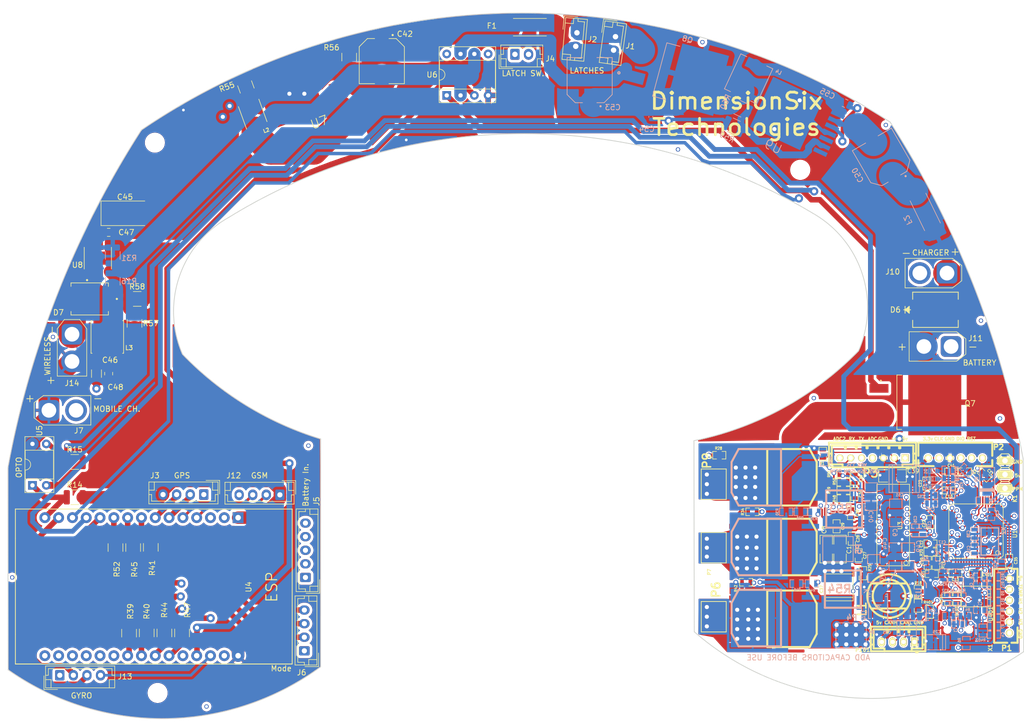
<source format=kicad_pcb>
(kicad_pcb (version 20240108) (generator "pcbnew") (generator_version "8.0")
  (title_block (title "BLDC Driver 4.6") (date "2025-01-31") (rev "A") (company "Dimension Six Technologies"))
  (layers (0 "F.Cu" signal) (1 "In1.Cu" signal "GND") (2 "In2.Cu" signal "GND2") (31 "B.Cu" signal) (34 "B.Paste" user) (35 "F.Paste" user) (36 "B.SilkS" user "B.Silkscreen") (37 "F.SilkS" user "F.Silkscreen") (38 "B.Mask" user) (39 "F.Mask" user) (44 "Edge.Cuts" user))
  (net 0 "")
  (net 1 "+5V")
  (net 2 "GND")
  (net 3 "NRST")
  (net 4 "/Filters/TEMP_MOTOR")
  (net 5 "Net-(U1-PH0-OSC_IN)")
  (net 6 "Net-(U1-VCAP1)")
  (net 7 "Net-(U1-VCAP2)")
  (net 8 "Net-(U3-GVDD)")
  (net 9 "Net-(U3-COMP)")
  (net 10 "Net-(C21-Pad2)")
  (net 11 "Net-(U3-DVDD)")
  (net 12 "Net-(U3-CP1)")
  (net 13 "Net-(U3-CP2)")
  (net 14 "Net-(U3-AVDD)")
  (net 15 "Net-(D4-K)")
  (net 16 "Net-(U3-BST_BK)")
  (net 17 "Net-(U3-BST_A)")
  (net 18 "Net-(U3-BST_B)")
  (net 19 "Net-(U3-BST_C)")
  (net 20 "Net-(U3-SP1)")
  (net 21 "Net-(U3-SN1)")
  (net 22 "Net-(U3-SN2)")
  (net 23 "Net-(U3-SP2)")
  (net 24 "Net-(U1-PH1-OSC_OUT)")
  (net 25 "Net-(D1-A)")
  (net 26 "Net-(D2-A)")
  (net 27 "Net-(Q1-PadG)")
  (net 28 "Net-(Q2-PadG)")
  (net 29 "Net-(Q3-PadG)")
  (net 30 "Net-(Q4-PadG)")
  (net 31 "Net-(Q5-PadG)")
  (net 32 "Net-(Q6-PadG)")
  (net 33 "Net-(D3-A)")
  (net 34 "Net-(R6-Pad1)")
  (net 35 "SWCLK")
  (net 36 "SWDIO")
  (net 37 "VCC")
  (net 38 "V_SUPPLY")
  (net 39 "/MCU/AN_IN")
  (net 40 "/MCU/SERVO")
  (net 41 "/Mosfet driver/H1_VS")
  (net 42 "/Mosfet driver/H2_VS")
  (net 43 "/Mosfet driver/H3_VS")
  (net 44 "/Mosfet driver/H1_LOW")
  (net 45 "/Mosfet driver/H3_LOW")
  (net 46 "/MCU/SENS1")
  (net 47 "/MCU/SENS2")
  (net 48 "/Mosfet driver/M_H1")
  (net 49 "/Mosfet driver/M_L1")
  (net 50 "/MCU/SENS3")
  (net 51 "/Mosfet driver/M_H2")
  (net 52 "/Mosfet driver/M_L2")
  (net 53 "/Mosfet driver/M_H3")
  (net 54 "/Mosfet driver/M_L3")
  (net 55 "/Mosfet driver/SH1_A")
  (net 56 "/Mosfet driver/SH1_B")
  (net 57 "/Mosfet driver/SH2_A")
  (net 58 "/Mosfet driver/SH2_B")
  (net 59 "/MCU/BR_SO2")
  (net 60 "/MCU/BR_SO1")
  (net 61 "/MCU/DC_CAL")
  (net 62 "/MCU/L3")
  (net 63 "/MCU/L2")
  (net 64 "/MCU/L1")
  (net 65 "/MCU/EN_GATE")
  (net 66 "/MCU/FAULT")
  (net 67 "/MCU/H3")
  (net 68 "/MCU/H2")
  (net 69 "/MCU/H1")
  (net 70 "/MCU/USB_DM")
  (net 71 "/MCU/USB_DP")
  (net 72 "/Filters/HALL3_OUT")
  (net 73 "/Filters/HALL2_OUT")
  (net 74 "/Filters/HALL1_OUT")
  (net 75 "/Filters/HALL1_IN")
  (net 76 "/Filters/HALL2_IN")
  (net 77 "/Filters/HALL3_IN")
  (net 78 "/CAN bus transceiver/CANL")
  (net 79 "/CAN bus transceiver/CANH")
  (net 80 "/MCU/LED_GREEN")
  (net 81 "/MCU/LED_RED")
  (net 82 "Net-(R103-Pad2)")
  (net 83 "Net-(R104-Pad2)")
  (net 84 "/CAN bus transceiver/CAN_RX")
  (net 85 "/CAN bus transceiver/CAN_TX")
  (net 86 "/MCU/ADC_TEMP")
  (net 88 "/TX_SDA")
  (net 89 "/SCK_ADC_EXT")
  (net 90 "/RX_SCL_MOSI")
  (net 91 "/MISO_RX_SCL")
  (net 92 "/ESP/ESP_PPM")
  (net 93 "Net-(U3-VSENSE)")
  (net 94 "Net-(U3-DTC)")
  (net 95 "Net-(U3-RT_CLK)")
  (net 96 "Net-(U3-BIAS)")
  (net 97 "Net-(U401-Rs)")
  (net 116 "Net-(C42-Pad1)")
  (net 117 "Net-(U7-VIN)")
  (net 118 "+12")
  (net 119 "Net-(U8-VIN)")
  (net 120 "+5")
  (net 121 "Net-(U9-VIN)")
  (net 122 "/ESP/B+_CH")
  (net 123 "B+")
  (net 124 "/ESP/EL")
  (net 125 "/ESP/GPS_Tx")
  (net 126 "+3.3")
  (net 127 "/ESP/GPS_Rx")
  (net 128 "Net-(J5-Pad4)")
  (net 129 "Net-(J5-Pad5)")
  (net 130 "Net-(J5-Pad2)")
  (net 131 "Net-(J5-Pad3)")
  (net 132 "Net-(J6-Pad3)")
  (net 133 "Net-(J6-Pad4)")
  (net 134 "Net-(J6-Pad2)")
  (net 135 "/ESP/GSM_Rx")
  (net 136 "/ESP/GSM_Tx")
  (net 137 "/ESP/ESP_SCL")
  (net 138 "/ESP/GYRO_PWR")
  (net 139 "/ESP/ESP_SDA")
  (net 140 "Net-(U7-SW)")
  (net 141 "Net-(U4-D23)")
  (net 142 "+2.5")
  (net 143 "/ESP/ESP_L1")
  (net 144 "/ESP/ESP_L2")
  (net 145 "/ESP/ESP_M1")
  (net 146 "/ESP/ESP_L3")
  (net 147 "/ESP/ESP_M2")
  (net 148 "/ESP/ESP_L4")
  (net 149 "/ESP/ESP_M3")
  (net 150 "/ESP/MDG_ESP")
  (net 151 "/ESP/OP_Out")
  (net 152 "/ESP/EL_ESP")
  (net 153 "/ESP/MDG")
  (net 157 "+24")
  (net 160 "/ESP/ARD_Tx")
  (net 164 "/ESP/ARD_Rx")
  (net 165 "Net-(U7-FB)")
  (net 166 "Net-(U9-SW)")
  (net 167 "Net-(U9-BOOT)")
  (net 168 "Net-(U8-FB)")
  (net 169 "Net-(U9-FB)")
  (net 176 "/Buck/SW")
  (net 177 "Net-(C50-Pad1)")
  (net 178 "/ESP/EL_ESPo")
  (footprint "w_smd_cap:c_2220" (layer "F.Cu") (at 208.193 135.759 90)
    (property "Reference" "C37")
    (property "Value" "15u,100V" (hide yes))
  )
  (footprint "CRF1:pinhead-1X03" (layer "F.Cu") (at 238.673 115.312 90)
    (property "Reference" "K1")
    (property "Value" "SERVO" (hide yes))
  )
  (footprint "CRF1:MICRO_JST_6" (layer "F.Cu") (at 239.475 139.464 90)
    (property "Reference" "P1")
    (property "Value" "HALL/Encoder" (hide yes))
  )
  (footprint "CRF1:MICRO_JST_6" (layer "F.Cu") (at 229.529 112.264)
    (property "Reference" "P2")
    (property "Value" "SWD" (hide yes))
  )
  (footprint "CRF1:1PAD_4x5mm" (layer "F.Cu") (at 185.079 141.474 180)
    (property "Reference" "P6")
    (property "Value" "MOTOR1" (hide yes))
  )
  (footprint "CRF1:1PAD_4x5mm" (layer "F.Cu") (at 185.079 117.09 180)
    (property "Reference" "P9")
    (property "Value" "MOTOR3" (hide yes))
  )
  (footprint "CRF1:D2PAK-7-GDS" (layer "F.Cu") (at 194.223 115.82 -90)
    (property "Reference" "Q1" (hide yes))
    (property "Value" "IRFS7530" (hide yes))
  )
  (footprint "CRF1:D2PAK-7-GDS" (layer "F.Cu") (at 194.223 128.647 -90)
    (property "Reference" "Q3" (hide yes))
    (property "Value" "IRFS7530" (hide yes))
  )
  (footprint "CRF1:D2PAK-7-GDS" (layer "F.Cu") (at 194.223 141.855 -90)
    (property "Reference" "Q5" (hide yes))
    (property "Value" "IRFS7530" (hide yes))
  )
  (footprint "CRF1:lqfp64_pad_mod" (layer "F.Cu") (at 233.339 125.726 90)
    (property "Reference" "U1")
    (property "Value" "STM32F40X_LQFP64" (hide yes))
  )
  (footprint "CRF1:TSSOP-56-PP" (layer "F.Cu") (at 218.099 124.71 90)
    (property "Reference" "U3")
    (property "Value" "DRV8302" (hide yes))
  )
  (footprint "JST conn:b4b-ph-kl" (layer "F.Cu") (at 219.001 146.114 180)
    (property "Reference" "P101")
    (property "Value" "CANBUS" (hide yes))
  )
  (footprint "CRF1:1PAD_4x5mm" (layer "F.Cu") (at 185.079 128.774 180)
    (property "Reference" "P7")
    (property "Value" "MOTOR2" (hide yes))
  )
  (footprint "CRF1:SMD-1206" (layer "F.Cu") (at 208.32 129.028 90)
    (property "Reference" "C1")
    (property "Value" "10u,50V" (hide yes))
  )
  (footprint "CRF1:SMD-1206" (layer "F.Cu") (at 205.78 129.028 90)
    (property "Reference" "C8")
    (property "Value" "10u,50V" (hide yes))
  )
  (footprint "CRF1:SMD-0603_c" (layer "F.Cu") (at 228.386 118.233)
    (property "Reference" "C10")
    (property "Value" "2.2u" (hide yes))
  )
  (footprint "CRF1:SMD-0603_c" (layer "F.Cu") (at 234.863 115.439 135)
    (property "Reference" "C11")
    (property "Value" "2.2u" (hide yes))
  )
  (footprint "CRF1:SMD-0603_c" (layer "F.Cu") (at 224.957 128.012 180)
    (property "Reference" "C12")
    (property "Value" "2.2u" (hide yes))
  )
  (footprint "CRF1:SMD-0603_c" (layer "F.Cu") (at 229.529 133.473 180)
    (property "Reference" "C13")
    (property "Value" "2.2u" (hide yes))
  )
  (footprint "CRF1:SMD-0603_c" (layer "F.Cu") (at 224.449 131.568 90)
    (property "Reference" "C19")
    (property "Value" "120p" (hide yes))
  )
  (footprint "CRF1:SMD-0603_c" (layer "F.Cu") (at 225.211 133.6)
    (property "Reference" "C21")
    (property "Value" "6.8n" (hide yes))
  )
  (footprint "CRF1:SMD-0603_c" (layer "F.Cu") (at 224.957 124.075 90)
    (property "Reference" "C22")
    (property "Value" "22n" (hide yes))
  )
  (footprint "CRF1:SMD-0603_c" (layer "F.Cu") (at 224.195 116.963 -90)
    (property "Reference" "C23")
    (property "Value" "2.2u" (hide yes))
  )
  (footprint "CRF1:SMD-0603_c" (layer "F.Cu") (at 211.749 130.171 -90)
    (property "Reference" "C27")
    (property "Value" "100n" (hide yes))
  )
  (footprint "CRF1:SMD-0603_c" (layer "F.Cu") (at 210.479 127.123 -90)
    (property "Reference" "C28")
    (property "Value" "220n" (hide yes))
  )
  (footprint "CRF1:SMD-0603_c" (layer "F.Cu") (at 207.685 124.837 -90)
    (property "Reference" "C29")
    (property "Value" "220n" (hide yes))
  )
  (footprint "CRF1:SMD-0603_c" (layer "F.Cu") (at 210.352 122.424 -90)
    (property "Reference" "C30")
    (property "Value" "220n" (hide yes))
  )
  (footprint "CRF1:SMD-0603_c" (layer "F.Cu") (at 210.987 118.868 90)
    (property "Reference" "C34")
    (property "Value" "2.2n" (hide yes))
  )
  (footprint "CRF1:SMD-0603_c" (layer "F.Cu") (at 239.435 131.187 90)
    (property "Reference" "C35")
    (property "Value" "2.2u" (hide yes))
  )
  (footprint "CRF1:SMD-0603_c" (layer "F.Cu") (at 210.987 116.074 90)
    (property "Reference" "C36")
    (property "Value" "2.2n" (hide yes))
  )
  (footprint "CRF1:SMD-1206" (layer "F.Cu") (at 217.972 115.566 180)
    (property "Reference" "C39")
    (property "Value" "10u,50V" (hide yes))
  )
  (footprint "CRF1:SMD-0603_c" (layer "F.Cu") (at 228.767 114.804)
    (property "Reference" "C41")
    (property "Value" "2.2u" (hide yes))
  )
  (footprint "CRF1:SMD-0603_c" (layer "F.Cu") (at 233.225 133.564)
    (property "Reference" "C401")
    (property "Value" "2.2u" (hide yes))
  )
  (footprint "CRF1:SMD-0603_r" (layer "F.Cu") (at 205.145 111.502 90)
    (property "Reference" "R1")
    (property "Value" "NTC 10k" (hide yes))
  )
  (footprint "CRF1:SMD-0603_r" (layer "F.Cu") (at 231.307 114.804 180)
    (property "Reference" "R2")
    (property "Value" "10k" (hide yes))
  )
  (footprint "CRF1:SMD-0603_r" (layer "F.Cu") (at 222.671 139.442 90)
    (property "Reference" "R17")
    (property "Value" "18k" (hide yes))
  )
  (footprint "CRF1:SMD-0603_r" (layer "F.Cu") (at 222.671 136.902 90)
    (property "Reference" "R18")
    (property "Value" "3k3" (hide yes))
  )
  (footprint "CRF1:SMD-0603_r" (layer "F.Cu") (at 225.973 131.568 90)
    (property "Reference" "R19")
    (property "Value" "15k" (hide yes))
  )
  (footprint "CRF1:SMD-0603_r" (layer "F.Cu") (at 224.957 129.536)
    (property "Reference" "R20")
    (property "Value" "10k" (hide yes))
  )
  (footprint "CRF1:SMD-0603_r" (layer "F.Cu") (at 212.511 133.473 90)
    (property "Reference" "R25")
    (property "Value" "1M" (hide yes))
  )
  (footprint "CRF1:SMD-0603_r" (layer "F.Cu") (at 186.095 111.756 180)
    (property "Reference" "R28")
    (property "Value" "4R7" (hide yes))
  )
  (footprint "CRF1:SMD-0603_r" (layer "F.Cu") (at 192.191 122.17)
    (property "Reference" "R34")
    (property "Value" "4R7" (hide yes))
  )
  (footprint "CRF1:SMD-0603_r" (layer "F.Cu") (at 191.048 135.124)
    (property "Reference" "R42")
    (property "Value" "4R7" (hide yes))
  )
  (footprint "CRF1:SMD-0603_r" (layer "F.Cu") (at 208.955 119.757)
    (property "Reference" "R48")
    (property "Value" "100R" (hide yes))
  )
  (footprint "CRF1:SMD-0603_r" (layer "F.Cu") (at 208.955 118.233)
    (property "Reference" "R49")
    (property "Value" "100R" (hide yes))
  )
  (footprint "CRF1:SMD-0603_r" (layer "F.Cu") (at 208.955 116.709)
    (property "Reference" "R50")
    (property "Value" "100R" (hide yes))
  )
  (footprint "CRF1:SMD-0603_r" (layer "F.Cu") (at 208.955 115.185)
    (property "Reference" "R51")
    (property "Value" "100R" (hide yes))
  )
  (footprint "CRF1:SMD-0603_r" (layer "F.Cu") (at 229.825 138.164 -90)
    (property "Reference" "R103")
    (property "Value" "22R" (hide yes))
  )
  (footprint "CRF1:SMD-0603_r" (layer "F.Cu") (at 228.275 138.164 -90)
    (property "Reference" "R104")
    (property "Value" "22R" (hide yes))
  )
  (footprint "CRF1:SMD-0603_r" (layer "F.Cu") (at 224.775 140.564 -90)
    (property "Reference" "R401")
    (property "Value" "NI" (hide yes))
  )
  (footprint "CRF1:SOIC-8-W" (layer "F.Cu") (at 233.325 137.764 180)
    (property "Reference" "U401")
    (property "Value" "SN65HVD232" (hide yes))
  )
  (footprint "CRF1:USB-UX60R-MB-5ST" (layer "F.Cu") (at 230.075 143.864)
    (property "Reference" "X1")
    (property "Value" "MINI-USB-SHIELD-32005-201" (hide yes))
  )
  (footprint "CRF1:b7b-ph-kl" (layer "F.Cu") (at 214.289 112.264 180)
    (property "Reference" "P3")
    (property "Value" "PWR_COMM" (hide yes))
  )
  (footprint "w_smd_inductors:inductor_smd_8x5mm" (layer "F.Cu") (at 217.337 137.664 -90)
    (property "Reference" "L1")
    (property "Value" "22u" (hide yes))
  )
  (footprint "Connector_AMASS:AMASS_XT30U-F_1x02_P5.0mm_Vertical" (layer "F.Cu") (at 228 78.25 180)
    (property "Reference" "J10")
    (property "Value" "2-1445098-2")
  )
  (footprint "Fuse:Fuse_Schurter_UMT250" (layer "F.Cu") (at 151.25 33 180)
    (property "Reference" "F1")
    (property "Value" "3403.0176.24")
  )
  (footprint "Connector_AMASS:AMASS_XT30U-F_1x02_P5.0mm_Vertical" (layer "F.Cu") (at 62.75 103.5)
    (property "Reference" "J7")
    (property "Value" "2-1445098-2")
  )
  (footprint "Diode_SMD:B560C-13-F" (layer "F.Cu") (at 225.8772 85)
    (property "Reference" "D6")
    (property "Value" "B560C-13-F")
  )
  (footprint "Connector_AMASS:AMASS_XT30U-F_1x02_P5.0mm_Vertical" (layer "F.Cu") (at 67 89.5 -90)
    (property "Reference" "J14")
    (property "Value" "XT30PW-M")
  )
  (footprint "MountingHole:MountingHole_3.2mm_M3" (layer "F.Cu") (at 82.75 155.5)
    (property "Reference" "H3" (hide yes))
    (property "Value" "MountingHole")
  )
  (footprint "Package_DIP:DIP-8_W7.62mm_Socket" (layer "F.Cu") (at 135.95 45.55 90)
    (property "Reference" "U6")
    (property "Value" "LM358P")
  )
  (footprint "Capacitor_SMD:C_0805_2012Metric" (layer "F.Cu") (at 73.75 96.75 90)
    (property "Reference" "C48")
    (property "Value" "KAM21BR71H104JT")
  )
  (footprint "Resistor_SMD:R_1210_3225Metric" (layer "F.Cu") (at 81.5 128.7125 -90)
    (property "Reference" "R41")
    (property "Value" "2K")
  )
  (footprint "Inductor_SMD:IND_SRN6045TA-220M" (layer "F.Cu") (at 73.5 90 -90)
    (property "Reference" "L3")
    (property "Value" "SRN6045TA-220M")
  )
  (footprint "Resistor_SMD:R_1210_3225Metric" (layer "F.Cu") (at 78.25 128.75 -90)
    (property "Reference" "R45")
    (property "Value" "2K")
  )
  (footprint "regulator:LM22678TJ-ADJNOPB" (layer "F.Cu") (at 107.143209 45.197877 110)
    (property "Reference" "U7")
    (property "Value" "LM22678TJ-ADJ/NOPB")
  )
  (footprint "Resistor_SMD:R_1210_3225Metric" (layer "F.Cu") (at 75 128.75 -90)
    (property "Reference" "R52")
    (property "Value" "2K")
  )
  (footprint "Resistor_SMD:R_1210_3225Metric" (layer "F.Cu") (at 84 144.4625 90)
    (property "Reference" "R44")
    (property "Value" "2K")
  )
  (footprint "Connector_JST:JST_EH_B4B-EH-A_1x04_P2.50mm_Vertical" (layer "F.Cu") (at 109.75 147.75 90)
    (property "Reference" "J6")
    (property "Value" "43650-0402")
  )
  (footprint "Resistor_SMD:R_1210_3225Metric" (layer "F.Cu") (at 77.5 144.5 90)
    (property "Reference" "R39")
    (property "Value" "2K")
  )
  (footprint "Resistor_SMD:R_1210_3225Metric" (layer "F.Cu") (at 99 44 -70)
    (property "Reference" "R55")
    (property "Value" "18.2kΩ")
  )
  (footprint "Connector_JST:JST_EH_B4B-EH-A_1x04_P2.50mm_Vertical" (layer "F.Cu") (at 64.75 152.25)
    (property "Reference" "J13")
    (property "Value" "43650-0402")
  )
  (footprint "Module:MODULE_ESP32_DEVKIT_V1" (layer "F.Cu") (at 82.045 135.95 -90)
    (property "Reference" "U4")
    (property "Value" "ESP32-DEVKIT-V1")
  )
  (footprint "Resistor_SMD:R_1210_3225Metric" (layer "F.Cu") (at 87.25 144.4625 90)
    (property "Reference" "R47")
    (property "Value" "2K")
  )
  (footprint "Connector_JST:JST_EH_B4B-EH-A_1x04_P2.50mm_Vertical" (layer "F.Cu") (at 105.25 119.05 180)
    (property "Reference" "J12")
    (property "Value" "43650-0402")
  )
  (footprint "Capacitor_SMD:CAP_EEE1HA101UAP" (layer "F.Cu") (at 124 39.25 -90)
    (property "Reference" "C42")
    (property "Value" "EEE1HA101UAP")
  )
  (footprint "Diode_SMD:DIO_SS34" (layer "F.Cu") (at 70.25 83 180)
    (property "Reference" "D7")
    (property "Value" "SS34")
  )
  (footprint "Capacitor_SMD:C_1206_3216Metric" (layer "F.Cu") (at 71.5 96.75 90)
    (property "Reference" "C46")
    (property "Value" "LMJ316BB7226KLHT")
  )
  (footprint "Connector_JST:JST_EH_B4B-EH-A_1x04_P2.50mm_Vertical" (layer "F.Cu") (at 91.25 119 180)
    (property "Reference" "J3")
    (property "Value" "43650-0402")
  )
  (footprint "Connector_AMASS:AMASS_XT30U-F_1x02_P5.0mm_Vertical" (layer "F.Cu") (at 228.75 91.75 180)
    (property "Reference" "J11")
    (property "Value" "XT30PW-M")
  )
  (footprint "MountingHole:MountingHole_3.2mm_M3" (layer "F.Cu") (at 82.25 54.25)
    (property "Reference" "H3" (hide yes))
    (property "Value" "MountingHole")
  )
  (footprint "Resistor_SMD:R_1210_3225Metric" (layer "F.Cu") (at 67.5 119.5)
    (property "Reference" "R14")
    (property "Value" "1k")
  )
  (footprint "Resistor_SMD:R_1210_3225Metric" (layer "F.Cu") (at 79 83 180)
    (property "Reference" "R58")
    (property "Value" "40.2kΩ")
  )
  (footprint "Capacitor_Tantalum_SMD:CP_EIA-7343-31_Kemet-D" (layer "F.Cu") (at 76.75 67.25)
    (property "Reference" "C45")
    (property "Value" "T527T226M025ATE100")
  )
  (footprint "Connector_JST:JST_EH_B2B-EH-A_1x02_P2.50mm_Vertical" (layer "F.Cu") (at 167 34.75 -98)
    (property "Reference" "J1")
    (property "Value" "XT30PW-M")
  )
  (footprint "Resistor_SMD:R_1210_3225Metric" (layer "F.Cu") (at 67.5 113)
    (property "Reference" "R15")
    (property "Value" "1K")
  )
  (footprint "Connector_JST:JST_EH_B2B-EH-A_1x02_P2.50mm_Vertical" (layer "F.Cu") (at 159.907803 34.030903 -95)
    (property "Reference" "J2")
    (property "Value" "XT30PW-M")
  )
  (footprint "Connector_JST:JST_EH_B2B-EH-A_1x02_P2.50mm_Vertical" (layer "F.Cu") (at 148.5 38)
    (property "Reference" "J4")
    (property "Value" "XT30PW-M")
  )
  (footprint "" (layer "F.Cu") (at 201 59.25)
    (property "Reference" "")
    (property "Value" "")
  )
  (footprint "Package_DIP:DIP-4_W7.62mm_Socket" (layer "F.Cu") (at 59.725 117.3 90)
    (property "Reference" "U5")
    (property "Value" "Optoisolator1")
  )
  (footprint "Inductor_SMD:IND_AMDLA4020S-220MT" (layer "F.Cu") (at 100.25 49 110)
    (property "Reference" "L2")
    (property "Value" "AMDLA4020S-220MT")
  )
  (footprint "MountingHole:MountingHole_3.2mm_M3" (layer "F.Cu") (at 213.5 152.25)
    (property "Reference" "H3" (hide yes))
    (property "Value" "MountingHole")
  )
  (footprint "Connector_JST:JST_EH_B5B-EH-A_1x05_P2.50mm_Vertical" (layer "F.Cu") (at 109.950001 134.250001 90)
    (property "Reference" "J5")
    (property "Value" "171971-0005")
  )
  (footprint "STB75NF75T4:VREG_L7805ACD2T" (layer "F.Cu") (at 222.175 102)
    (property "Reference" "Q7")
    (property "Value" "STB75NF75T4")
  )
  (footprint "regulator:MP1584(1)" (layer "F.Cu") (at 71.75 75.5 90)
    (property "Reference" "U8")
    (property "Value" "MP1584EN-LF-Z")
  )
  (footprint "Resistor_SMD:R_1210_3225Metric" (layer "F.Cu") (at 80.75 144.4625 90)
    (property "Reference" "R40")
    (property "Value" "2K")
  )
  (footprint "Resistor_SMD:R_1210_3225Metric" (layer "F.Cu") (at 78.5 87.5 -90)
    (property "Reference" "R57")
    (property "Value" "210kΩ")
  )
  (footprint "Resistor_SMD:R_1210_3225Metric" (layer "F.Cu") (at 118 38.5 90)
    (property "Reference" "R56")
    (property "Value" "2.2kΩ")
  )
  (footprint "Capacitor_SMD:C_0805_2012Metric" (layer "F.Cu") (at 73.75 70.75)
    (property "Reference" "C47")
    (property "Value" "KAM21BR71H104JT")
  )
  (footprint "w_smd_cap:c_tant_B" (layer "B.Cu") (at 225.973 146.173)
    (property "Reference" "C25")
    (property "Value" "100u" (hide yes))
  )
  (footprint "w_smd_cap:c_tant_B" (layer "B.Cu") (at 220.575 143.564 180)
    (property "Reference" "C33")
    (property "Value" "100u" (hide yes))
  )
  (footprint "w_smd_cap:c_2220" (layer "B.Cu") (at 220.131 116.074)
    (property "Reference" "C51")
    (property "Value" "15u, 100v" (hide yes))
  )
  (footprint "LEDs:LED-0603" (layer "B.Cu") (at 225.465 114.677 180)
    (property "Reference" "D1")
    (property "Value" "GREEN" (hide yes))
  )
  (footprint "LEDs:LED-0603" (layer "B.Cu") (at 225.475 116.114 180)
    (property "Reference" "D2")
    (property "Value" "RED" (hide yes))
  )
  (footprint "LEDs:LED-0603" (layer "B.Cu") (at 225.475 117.514 180)
    (property "Reference" "D3")
    (property "Value" "LED" (hide yes))
  )
  (footprint "CRF1:1PAD_4x5mm" (layer "B.Cu") (at 210.352 144.903 90)
    (property "Reference" "P4")
    (property "Value" "IN+" (hide yes))
  )
  (footprint "CRF1:1PAD_4x5mm" (layer "B.Cu") (at 207.939 129.028 90)
    (property "Reference" "P5")
    (property "Value" "IN-" (hide yes))
  )
  (footprint "CRF1:WSLP2726" (layer "B.Cu") (at 210.987 121.662 90)
    (property "Reference" "R53")
    (property "Value" "SHUNT" (hide yes))
  )
  (footprint "CRF1:Crystal_5x3mm" (layer "B.Cu") (at 235.879 127.631 90)
    (property "Reference" "X2")
    (property "Value" "8MHz 10ppm" (hide yes))
  )
  (footprint "CRF1:WSLP2726" (layer "B.Cu") (at 210.733 136.394 90)
    (property "Reference" "R54")
    (property "Value" "SHUNT" (hide yes))
  )
  (footprint "w_smd_diode:do214ac" (layer "B.Cu") (at 235.371 116.201 -90)
    (property "Reference" "D5")
    (property "Value" "TVS 5V" (hide yes))
  )
  (footprint "CRF1:D2PAK-7-GDS" (layer "B.Cu") (at 198.16 141.728 -90)
    (property "Reference" "Q6" (hide yes))
    (property "Value" "IRFS7530" (hide yes))
  )
  (footprint "CRF1:D2PAK-7-GDS" (layer "B.Cu") (at 198.16 115.82 -90)
    (property "Reference" "Q2" (hide yes))
    (property "Value" "IRFS7530" (hide yes))
  )
  (footprint "CRF1:D2PAK-7-GDS" (layer "B.Cu") (at 198.16 128.647 -90)
    (property "Reference" "Q4" (hide yes))
    (property "Value" "IRFS7530" (hide yes))
  )
  (footprint "CRF1:SMD-0603_c" (layer "B.Cu") (at 230.037 142.871)
    (property "Reference" "C2")
    (property "Value" "100n" (hide yes))
  )
  (footprint "CRF1:SMD-0603_c" (layer "B.Cu") (at 231.561 114.55 -45)
    (property "Reference" "C3")
    (property "Value" "100n" (hide yes))
  )
  (footprint "CRF1:SMD-0603_c" (layer "B.Cu") (at 236.641 144.776)
    (property "Reference" "C4")
    (property "Value" "4n7" (hide yes))
  )
  (footprint "CRF1:SMD-0603_c" (layer "B.Cu") (at 234.101 134.108 180)
    (property "Reference" "C5")
    (property "Value" "4n7" (hide yes))
  )
  (footprint "CRF1:SMD-0603_c" (layer "B.Cu") (at 234.075 135.664 180)
    (property "Reference" "C6")
    (property "Value" "4n7" (hide yes))
  )
  (footprint "CRF1:SMD-0603_c" (layer "B.Cu") (at 234.075 140.214 180)
    (property "Reference" "C7")
    (property "Value" "4n7" (hide yes))
  )
  (footprint "CRF1:SMD-1206" (layer "B.Cu") (at 218.575 122.364 90)
    (property "Reference" "C9")
    (property "Value" "10u,50V" (hide yes))
  )
  (footprint "CRF1:SMD-0603_c" (layer "B.Cu") (at 227.116 130.552)
    (property "Reference" "C14")
    (property "Value" "2.2u" (hide yes))
  )
  (footprint "CRF1:SMD-0603_c" (layer "B.Cu") (at 233.085 129.028 90)
    (property "Reference" "C15")
    (property "Value" "15p" (hide yes))
  )
  (footprint "CRF1:SMD-0603_c" (layer "B.Cu") (at 228.275 118.964 180)
    (property "Reference" "C16")
    (property "Value" "2.2u" (hide yes))
  )
  (footprint "CRF1:SMD-0603_c" (layer "B.Cu") (at 227.116 128.901 180)
    (property "Reference" "C17")
    (property "Value" "2.2u" (hide yes))
  )
  (footprint "CRF1:SMD-0603_c" (layer "B.Cu") (at 223.56 125.599 90)
    (property "Reference" "C18")
    (property "Value" "2.2u" (hide yes))
  )
  (footprint "CRF1:SMD-0603_c" (layer "B.Cu") (at 225.084 120.646 180)
    (property "Reference" "C20")
    (property "Value" "2.2u" (hide yes))
  )
  (footprint "CRF1:SMD-0603_c" (layer "B.Cu") (at 225.211 141.474 180)
    (property "Reference" "C24")
    (property "Value" "2.2u" (hide yes))
  )
  (footprint "CRF1:SMD-0603_c" (layer "B.Cu") (at 236.133 122.551 90)
    (property "Reference" "C31")
    (property "Value" "2.2u" (hide yes))
  )
  (footprint "CRF1:SMD-0603_c" (layer "B.Cu") (at 238.038 132.076 -90)
    (property "Reference" "C32")
    (property "Value" "100n" (hide yes))
  )
  (footprint "CRF1:SMD-0603_c" (layer "B.Cu") (at 233.085 126.234 -90)
    (property "Reference" "C38")
    (property "Value" "15p" (hide yes))
  )
  (footprint "CRF1:SMD-1206" (layer "B.Cu") (at 214.035 119.376 90)
    (property "Reference" "C40")
    (property "Value" "10u,50V" (hide yes))
  )
  (footprint "CRF1:SMD-1206" (layer "B.Cu") (at 214.543 132.584 90)
    (property "Reference" "C43")
    (property "Value" "10u,50V" (hide yes))
  )
  (footprint "CRF1:SMD-1206" (layer "B.Cu") (at 218.48 130.425 90)
    (property "Reference" "C44")
    (property "Value" "10u,50V" (hide yes))
  )
  (footprint "CRF1:SMD-1206" (layer "B.Cu") (at 220.893 130.425 90)
    (property "Reference" "C49")
    (property "Value" "10u,50V" (hide yes))
  )
  (footprint "CRF1:SMD-0603_c" (layer "B.Cu") (at 225.084 119.122 180)
    (property "Reference" "C52")
    (property "Value" "2.2u" (hide yes))
  )
  (footprint "CRF1:SMD-0603_r" (layer "B.Cu") (at 228.375 141.364)
    (property "Reference" "R3")
    (property "Value" "39k" (hide yes))
  )
  (footprint "CRF1:SMD-0603_r" (layer "B.Cu") (at 231.275 141.364 180)
    (property "Reference" "R4")
    (property "Value" "2k2" (hide yes))
  )
  (footprint "CRF1:SMD-0603_r" (layer "B.Cu") (at 234.609 120.138)
    (property "Reference" "R5")
    (property "Value" "2k2" (hide yes))
  )
  (footprint "CRF1:SMD-0603_r" (layer "B.Cu") (at 231.575 146.314 -90)
    (property "Reference" "R6")
    (property "Value" "0R" (hide yes))
  )
  (footprint "CRF1:SMD-0603_r" (layer "B.Cu") (at 236.641 143.252 180)
    (property "Reference" "R7")
    (property "Value" "10k" (hide yes))
  )
  (footprint "CRF1:SMD-0603_r" (layer "B.Cu") (at 236.641 140.204 180)
    (property "Reference" "R8")
    (property "Value" "10k" (hide yes))
  )
  (footprint "CRF1:SMD-0603_r" (layer "B.Cu") (at 236.641 137.156 180)
    (property "Reference" "R9")
    (property "Value" "10k" (hide yes))
  )
  (footprint "CRF1:SMD-0603_r" (layer "B.Cu") (at 236.641 134.108 180)
    (property "Reference" "R10")
    (property "Value" "10k" (hide yes))
  )
  (footprint "CRF1:SMD-0603_r" (layer "B.Cu") (at 236.641 135.632 180)
    (property "Reference" "R11")
    (property "Value" "2k2" (hide yes))
  )
  (footprint "CRF1:SMD-0603_r" (layer "B.Cu") (at 236.641 138.68 180)
    (property "Reference" "R12")
    (property "Value" "2k2" (hide yes))
  )
  (footprint "CRF1:SMD-0603_r" (layer "B.Cu") (at 236.641 141.728 180)
    (property "Reference" "R13")
    (property "Value" "2k2" (hide yes))
  )
  (footprint "CRF1:SMD-0603_r" (layer "B.Cu") (at 223.941 132.33 90)
    (property "Reference" "R21")
    (property "Value" "220k" (hide yes))
  )
  (footprint "CRF1:SMD-0603_r" (layer "B.Cu") (at 228.275 117.464)
    (property "Reference" "R22")
    (property "Value" "2k2" (hide yes))
  )
  (footprint "CRF1:SMD-0603_r" (layer "B.Cu") (at 230.799 138.299 90)
    (property "Reference" "R23")
    (property "Value" "39k" (hide yes))
  )
  (footprint "CRF1:SMD-0603_r" (layer "B.Cu") (at 230.325 133.864 -90)
    (property "Reference" "R24")
    (property "Value" "2k2" (hide yes))
  )
  (footprint "CRF1:SMD-0603_r" (layer "B.Cu") (at 229.275 138.299 90)
    (property "Reference" "R26")
    (property "Value" "39k" (hide yes))
  )
  (footprint "CRF1:SMD-0603_r" (layer "B.Cu") (at 228.825 133.864 -90)
    (property "Reference" "R27")
    (property "Value" "2k2" (hide yes))
  )
  (footprint "CRF1:SMD-0603_r" (layer "B.Cu") (at 205.399 112.518 -90)
    (property "Reference" "R29")
    (property "Value" "4R7" (hide yes))
  )
  (footprint "CRF1:SMD-0603_r" (layer "B.Cu") (at 198.414 122.17 180)
    (property "Reference" "R30")
    (property "Value" "39k" (hide yes))
  )
  (footprint "CRF1:SMD-0603_r" (layer "B.Cu") (at 227.725 138.314 90)
    (property "Reference" "R32")
    (property "Value" "39k" (hide yes))
  )
  (footprint "CRF1:SMD-0603_r" (layer "B.Cu") (at 227.325 133.864 -90)
    (property "Reference" "R33")
    (property "Value" "2k2" (hide yes))
  )
  (footprint "CRF1:SMD-0603_r" (layer "B.Cu") (at 203.621 122.17)
    (property "Reference" "R35")
    (property "Value" "4R7" (hide yes))
  )
  (footprint "CRF1:SMD-0603_r" (layer "B.Cu") (at 201.081 122.17)
    (property "Reference" "R36")
    (property "Value" "39k" (hide yes))
  )
  (footprint "CRF1:SMD-0603_r" (layer "B.Cu") (at 228.275 114.464)
    (property "Reference" "R37")
    (property "Value" "100R" (hide yes))
  )
  (footprint "CRF1:SMD-0603_r" (layer "B.Cu") (at 228.275 115.964)
    (property "Reference" "R38")
    (property "Value" "100R" (hide yes))
  )
  (footprint "CRF1:SMD-0603_r" (layer "B.Cu") (at 203.113 135.378)
    (property "Reference" "R43")
    (property "Value" "4R7" (hide yes))
  )
  (footprint "CRF1:SMD-0603_r" (layer "B.Cu") (at 200.319 135.378)
    (property "Reference" "R46")
    (property "Value" "39k" (hide yes))
  )
  (footprint "CRF1:SMD-0603_r" (layer "B.Cu") (at 234.609 144.014 -90)
    (property "Reference" "R402")
    (property "Value" "10k" (hide yes))
  )
  (footprint "CRF1:SOT-223" (layer "B.Cu") (at 220.639 137.664 180)
    (property "Reference" "U2")
    (property "Value" "TC2117" (hide yes))
  )
  (footprint "Diodes_SMD:SMA_Handsoldering" (layer "B.Cu") (at 215.305 139.569 -90)
    (property "Reference" "D4")
    (property "Value" "DIODESCH")
  )
  (footprint "CRF1:SMD-0603_c" (layer "B.Cu") (at 222.163 125.599 90)
    (property "Reference" "C26")
    (property "Value" "2.2u" (hide yes))
  )
  (footprint "Resistor_SMD:R_1210_3225Metric" (layer "B.Cu") (at 74.5 75 -90)
    (property "Reference" "R31")
    (property "Value" "2k")
  )
  (footprint "Capacitor_SMD:CAP_EEE1HA101UAP" (layer "B.Cu") (at 216.25 57.25 120)
    (property "Reference" "C50")
    (property "Value" "EEE1HA101UAP")
  )
  (footprint "Capacitor_SMD:C_0402_1005Metric" (layer "B.Cu") (at 173.5 49.5 -90)
    (property "Reference" "C54")
    (property "Value" "MAASL105CD7105MFCA01")
  )
  (footprint "regulator:LM22678TJ-ADJNOPB" (layer "B.Cu") (at 198.619106 48.933677 -115)
    (property "Reference" "U9")
    (property "Value" "LM22678TJ-ADJ/NOPB")
  )
  (footprint "Capacitor_SMD:C_0805_2012Metric" (layer "B.Cu") (at 209.25 47 155)
    (property "Reference" "C55")
    (property "Value" "KAM21BR71H104JT")
  )
  (footprint "IRF530:TRANS_IRF3205S" (layer "B.Cu") (at 177.839592 41.511302 -15)
    (property "Reference" "Q8")
    (property "Value" "IRF5305STRLPBF")
  )
  (footprint "Capacitor_SMD:CAP_EEE1HA101UAP" (layer "B.Cu") (at 162.25 42.75 90)
    (property "Reference" "C53")
    (property "Value" "EEE1HA101UAP")
  )
  (footprint "Inductor_SMD:IND_SPM6530T-6R8M-HZ" (layer "B.Cu") (at 191.5 42.5 -115)
    (property "Reference" "L4")
    (property "Value" "SPM6530T-6R8M")
  )
  (footprint "Resistor_SMD:R_1210_3225Metric" (layer "B.Cu") (at 74.5 79.75 -90)
    (property "Reference" "R16")
    (property "Value" "2k")
  )
  (footprint "Resistor_SMD:R_1210_3225Metric" (layer "B.Cu") (at 188.75 51.25 -25)
    (property "Reference" "R59")
    (property "Value" "2.2kΩ")
  )
  (footprint "Resistor_SMD:R_1210_3225Metric" (layer "B.Cu") (at 190 48 155)
    (property "Reference" "R60")
    (property "Value" "39kΩ")
  )
  (footprint "Fuse:Fuse_Schurter_UMT250" (layer "B.Cu") (at 224 67 116)
    (property "Reference" "F2")
    (property "Value" "3403.0176.24")
  )
  (gr_line (start 107.52 121.67) (end 56.57 121.67) (stroke (width 0.15)) (layer "F.SilkS"))
  (gr_arc (start 211.713066 92.565929) (mid 197.814939 103.101307) (end 181.435415 109.089908) (stroke (width 0.15)) (layer "Edge.Cuts"))
  (gr_line (start 112.75872 108.7618) (end 112.749097 150.690676) (stroke (width 0.15)) (layer "Edge.Cuts"))
  (gr_arc (start 87.331638 93.184651) (mid 86.72827 78.955531) (end 95.836753 68.007132) (stroke (width 0.15)) (layer "Edge.Cuts"))
  (gr_arc (start 112.749097 150.690676) (mid 84.089658 160.233708) (end 55.25 151.249999) (stroke (width 0.15)) (layer "Edge.Cuts"))
  (gr_arc (start 112.75872 108.761799) (mid 99.051608 102.595063) (end 87.331638 93.184651) (stroke (width 0.15)) (layer "Edge.Cuts"))
  (gr_arc (start 55.201418 114.028878) (mid 64.4453 81.777069) (end 79.76195 51.926964) (stroke (width 0.15)) (layer "Edge.Cuts"))
  (gr_arc (start 203.383807 67.282475) (mid 212.388999 78.329551) (end 211.713067 92.56593) (stroke (width 0.15)) (layer "Edge.Cuts"))
  (gr_line (start 55.201418 114.028878) (end 55.25 151.25) (stroke (width 0.15)) (layer "Edge.Cuts"))
  (gr_line (start 181.435415 109.089908) (end 181.5 144.249999) (stroke (width 0.15)) (layer "Edge.Cuts"))
  (gr_arc (start 79.76195 51.926964) (mid 148.427363 30.400191) (end 217.534469 50.463809) (stroke (width 0.15)) (layer "Edge.Cuts"))
  (gr_arc (start 242.11103 147.913349) (mid 211.180837 156.417131) (end 181.500001 144.249998) (stroke (width 0.15)) (layer "Edge.Cuts"))
  (gr_arc (start 217.534469 50.463809) (mid 232.79474 80.268796) (end 242.011 112.46) (stroke (width 0.15)) (layer "Edge.Cuts"))
  (gr_line (start 242.011 112.46) (end 242.11103 147.913349) (stroke (width 0.15)) (layer "Edge.Cuts"))
  (gr_arc (start 95.836753 68.007133) (mid 149.508901 52.599) (end 203.383807 67.282475) (stroke (width 0.15)) (layer "Edge.Cuts"))
  (gr_text "MISO" (at 207.558 114.677 180) (layer "B.SilkS") (effects (font (size 0.6 0.6)) (justify mirror)))
  (gr_text "MOSI" (at 210.098 114.677 180) (layer "B.SilkS") (effects (font (size 0.6 0.6)) (justify mirror)))
  (gr_text "SCK" (at 214.543 114.677 180) (layer "B.SilkS") (effects (font (size 0.6 0.6)) (justify mirror)))
  (gr_text "NSS" (at 212.384 114.677 180) (layer "B.SilkS") (effects (font (size 0.6 0.6)) (justify mirror)))
  (gr_text "SDA" (at 212.384 113.534 180) (layer "B.SilkS") (effects (font (size 0.6 0.6)) (justify mirror)))
  (gr_text "SCL" (at 210.352 113.534 180) (layer "B.SilkS") (effects (font (size 0.6 0.6)) (justify mirror)))
  (gr_text "ADD CAPACITORS BEFORE USE" (at 202.5 149 -0) (layer "B.SilkS") (effects (font (size 1 1)) (justify mirror)))
  (gr_text "CANL" (at 220.475 142.564 0) (layer "F.SilkS") (effects (font (size 0.6 0.6))))
  (gr_text "GND" (at 222.775 142.564 0) (layer "F.SilkS") (effects (font (size 0.6 0.6))))
  (gr_text "CHARGER" (at 225 74.5 0) (layer "F.SilkS") (effects (font (size 1 1))))
  (gr_text "TEMP" (at 241.48196 136.65558 -90) (layer "F.SilkS") (effects (font (size 0.6 0.6))))
  (gr_text "Mode" (at 105.5 151 0) (layer "F.SilkS") (effects (font (size 1 1))))
  (gr_text "GPS" (at 87.25 115.5 0) (layer "F.SilkS") (effects (font (size 1 1))))
  (gr_text "3.3v" (at 224.475 108.75 0) (layer "F.SilkS") (effects (font (size 0.6 0.6))))
  (gr_text "5v" (at 215.475 142.564 0) (layer "F.SilkS") (effects (font (size 0.6 0.6))))
  (gr_text "LATCH SW." (at 150 41.5 0) (layer "F.SilkS") (effects (font (size 1 1))))
  (gr_text "DimensionSix\nTechnologies" (at 189.25 49 0) (layer "F.SilkS") (effects (font (size 3 3.2) (thickness 0.5) (bold yes))))
  (gr_text "GND" (at 228.475 108.75 0) (layer "F.SilkS") (effects (font (size 0.6 0.6))))
  (gr_text "ESP" (at 103.75 136 90) (layer "F.SilkS") (effects (font (size 2 2) (thickness 0.2))))
  (gr_text "CANH" (at 217.675 142.564 0) (layer "F.SilkS") (effects (font (size 0.6 0.6))))
  (gr_text "GSM" (at 101.5 115.5 0) (layer "F.SilkS") (effects (font (size 1 1))))
  (gr_text "H2" (at 241.48196 140.4302 -90) (layer "F.SilkS") (effects (font (size 0.6 0.6))))
  (gr_text "PPM" (at 241 118 0) (layer "F.SilkS") (effects (font (size 0.6 0.6))))
  (gr_text "GYRO" (at 68.75 156 0) (layer "F.SilkS") (effects (font (size 1 1))))
  (gr_text "ADC2" (at 208.193 108.75 0) (layer "F.SilkS") (effects (font (size 0.6 0.6))))
  (gr_text "3.3V" (at 218.25 108.75 0) (layer "F.SilkS") (effects (font (size 0.3 0.3) (thickness 0.075) (bold yes))))
  (gr_text "WIRELESS" (at 62.5 93.5 90) (layer "F.SilkS") (effects (font (size 1 1))))
  (gr_text "Battery In." (at 110 117.25 90) (layer "F.SilkS") (effects (font (size 1 1))))
  (gr_text "5v" (at 241 115.5 0) (layer "F.SilkS") (effects (font (size 0.6 0.6))))
  (gr_text "H1" (at 241.48196 138.65558 -90) (layer "F.SilkS") (effects (font (size 0.6 0.6))))
  (gr_text "GND" (at 241 113 0) (layer "F.SilkS") (effects (font (size 0.6 0.6))))
  (gr_text "TX" (at 212.257 108.75 0) (layer "F.SilkS") (effects (font (size 0.6 0.6))))
  (gr_text "H3" (at 241.48196 142.4302 -90) (layer "F.SilkS") (effects (font (size 0.6 0.6))))
  (gr_text "BATTERY" (at 234 94.75 0) (layer "F.SilkS") (effects (font (size 1 1))))
  (gr_text "CLK" (at 226.475 108.75 0) (layer "F.SilkS") (effects (font (size 0.6 0.6))))
  (gr_text "5v" (at 241.48196 134.40558 -90) (layer "F.SilkS") (effects (font (size 0.6 0.6))))
  (gr_text "5v" (at 220.25 108.75 0) (layer "F.SilkS") (effects (font (size 0.6 0.6))))
  (gr_text "RX" (at 210.5 108.75 0) (layer "F.SilkS") (effects (font (size 0.6 0.6))))
  (gr_text "GND" (at 241.48196 144.65558 -90) (layer "F.SilkS") (effects (font (size 0.6 0.6))))
  (gr_text "LATCHES" (at 161.75 41 0) (layer "F.SilkS") (effects (font (size 1 1))))
  (gr_text "MOBILE CH." (at 75.25 103.25 0) (layer "F.SilkS") (effects (font (size 1 1))))
  (gr_text "RST" (at 232.475 108.75 0) (layer "F.SilkS") (effects (font (size 0.6 0.6))))
  (gr_text "GND" (at 216.25 108.75 0) (layer "F.SilkS") (effects (font (size 0.6 0.6))))
  (gr_text "OPTO" (at 57.25 114 90) (layer "F.SilkS") (effects (font (size 1 1))))
  (gr_text "ADC" (at 214.289 108.75 0) (layer "F.SilkS") (effects (font (size 0.6 0.6))))
  (gr_text "DIO" (at 230.475 108.75 0) (layer "F.SilkS") (effects (font (size 0.6 0.6))))
  (segment (start 217.21 140.585) (end 217.337 140.458) (width 0.635) (layer "F.Cu") (net 1))
  (segment (start 217.337 140.458) (end 217.337 140.16336) (width 0.635) (layer "F.Cu") (net 1))
  (segment (start 221.075 137.664) (end 220.004 137.664) (width 0.635) (layer "F.Cu") (net 1))
  (segment (start 222.63036 140.16336) (end 222.671 140.204) (width 1.27) (layer "F.Cu") (net 1))
  (segment (start 217.50464 140.16336) (end 220.004 137.664) (width 1.27) (layer "F.Cu") (net 1))
  (segment (start 217.337 140.16336) (end 218.67564 140.16336) (width 1.27) (layer "F.Cu") (net 1))
  (segment (start 217.337 140.16336) (end 217.50464 140.16336) (width 1.27) (layer "F.Cu") (net 1))
  (segment (start 217.337 140.16336) (end 222.63036 140.16336) (width 1.27) (layer "F.Cu") (net 1))
  (via (at 220.004 137.664) (size 0.8) (drill 0.5) (layers "F.Cu" "B.Cu") (net 1))
  (via (at 221.075 137.664) (size 0.8) (drill 0.5) (layers "F.Cu" "B.Cu") (net 1))
  (via (at 217.21 140.585) (size 0.8) (drill 0.5) (layers "F.Cu" "B.Cu") (net 1))
  (via (at 230.075 147.164) (size 0.8) (drill 0.5) (layers "F.Cu" "B.Cu") (net 1))
  (segment (start 217.591 140.966) (end 217.21 140.585) (width 0.635) (layer "B.Cu") (net 1))
  (segment (start 231.537 147.114) (end 230.075 147.164) (width 0.508) (layer "B.Cu") (net 1))
  (segment (start 218.353 142.866) (end 219.051 143.564) (width 0.635) (layer "B.Cu") (net 1))
  (segment (start 216.00126 145.63774) (end 218.075 143.564) (width 0.635) (layer "B.Cu") (net 1))
  (segment (start 218.075 143.564) (end 219.051 143.564) (width 0.635) (layer "B.Cu") (net 1))
  (segment (start 235.54626 117.93074) (end 238.165 115.312) (width 0.635) (layer "B.Cu") (net 1))
  (segment (start 238.165 115.312) (end 238.673 115.312) (width 0.635) (layer "B.Cu") (net 1))
  (segment (start 218.353 140.966) (end 218.353 143.642) (width 0.635) (layer "B.Cu") (net 1))
  (segment (start 218.353 140.966) (end 218.353 141.855) (width 0.635) (layer "B.Cu") (net 1))
  (segment (start 218.353 140.966) (end 218.353 142.866) (width 0.635) (layer "B.Cu") (net 1))
  (segment (start 216.00126 146.114) (end 216.00126 145.63774) (width 0.635) (layer "B.Cu") (net 1))
  (segment (start 218.353 140.966) (end 217.591 140.966) (width 0.635) (layer "B.Cu") (net 1))
  (segment (start 235.371 117.93074) (end 235.54626 117.93074) (width 0.635) (layer "B.Cu") (net 1))
  (segment (start 231.575 147.076) (end 231.537 147.114) (width 0.508) (layer "B.Cu") (net 1))
  (segment (start 220.44088 117.90788) (end 219.623 117.09) (width 0.3048) (layer "F.Cu") (net 2))
  (segment (start 219.623 117.09) (end 219.623 115.566) (width 0.3048) (layer "F.Cu") (net 2))
  (segment (start 219.115 128.012) (end 218.099 126.996) (width 0.635) (layer "F.Cu") (net 2))
  (segment (start 218.099 126.996) (end 218.099 124.71) (width 0.635) (layer "F.Cu") (net 2))
  (segment (start 218.099 118.36) (end 219.623 116.836) (width 0.635) (layer "F.Cu") (net 2))
  (segment (start 219.623 116.836) (end 219.623 115.566) (width 0.635) (layer "F.Cu") (net 2))
  (segment (start 220.91586 127.90786) (end 220.639 127.631) (width 0.254) (layer "F.Cu") (net 2))
  (segment (start 220.639 127.631) (end 220.639 127.25) (width 0.254) (layer "F.Cu") (net 2))
  (segment (start 220.639 127.25) (end 220.9819 126.9071) (width 0.254) (layer "F.Cu") (net 2))
  (segment (start 220.9819 126.9071) (end 222.0995 126.9071) (width 0.254) (layer "F.Cu") (net 2))
  (segment (start 223.99688 116.0105) (end 222.0995 117.90788) (width 0.254) (layer "F.Cu") (net 2))
  (segment (start 225.719 127.631) (end 224.9951 126.9071) (width 0.254) (layer "F.Cu") (net 2))
  (segment (start 224.9951 126.9071) (end 222.0995 126.9071) (width 0.254) (layer "F.Cu") (net 2))
  (segment (start 219.115 128.012) (end 218.099 124.71) (width 0.254) (layer "F.Cu") (net 2))
  (segment (start 218.099 128.266) (end 218.861 129.028) (width 0.635) (layer "F.Cu") (net 2))
  (segment (start 218.861 130.679) (end 222.671 134.489) (width 0.635) (layer "F.Cu") (net 2))
  (segment (start 222.671 134.489) (end 222.671 136.14) (width 0.635) (layer "F.Cu") (net 2))
  (segment (start 225.338 129.536) (end 225.719 129.536) (width 0.254) (layer "F.Cu") (net 2))
  (segment (start 218.099 125.599) (end 219.75 127.25) (width 0.254) (layer "F.Cu") (net 2))
  (segment (start 218.099 125.091) (end 220.639 127.631) (width 0.254) (layer "F.Cu") (net 2))
  (segment (start 236.5902 122.7542) (end 237.81194 123.97594) (width 0.254) (layer "F.Cu") (net 2))
  (segment (start 237.81194 123.97594) (end 239.08956 123.97594) (width 0.254) (layer "F.Cu") (net 2))
  (segment (start 236.5902 122.297) (end 236.5902 122.7542) (width 0.254) (layer "F.Cu") (net 2))
  (segment (start 235.08906 130.57994) (end 235.244 130.425) (width 0.254) (layer "F.Cu") (net 2))
  (segment (start 235.244 130.425) (end 236.514 130.425) (width 0.254) (layer "F.Cu") (net 2))
  (segment (start 236.514 130.425) (end 236.5902 130.5012) (width 0.254) (layer "F.Cu") (net 2))
  (segment (start 236.5902 130.5012) (end 236.5902 131.47656) (width 0.254) (layer "F.Cu") (net 2))
  (segment (start 236.5902 133.2952) (end 237.73574 134.44074) (width 0.254) (layer "F.Cu") (net 2))
  (segment (start 216.30576 112.37576) (end 219.496 115.566) (width 0.635) (layer "F.Cu") (net 2))
  (segment (start 219.496 115.566) (end 219.623 115.566) (width 0.635) (layer "F.Cu") (net 2))
  (segment (start 221.655 115.693) (end 220.639 115.693) (width 1.016) (layer "F.Cu") (net 2))
  (segment (start 219.75 115.693) (end 219.623 115.566) (width 1.016) (layer "F.Cu") (net 2))
  (segment (start 234.0383 134.9507) (end 233.925 135.064) (width 0.254) (layer "F.Cu") (net 2))
  (segment (start 233.96 133.591) (end 233.987 133.564) (width 0.254) (layer "F.Cu") (net 2))
  (segment (start 230.598291 133.473) (end 230.828294 133.242997) (width 0.254) (layer "F.Cu") (net 2))
  (segment (start 225.05 145.964) (end 224.175 145.964) (width 1.27) (layer "F.Cu") (net 2))
  (segment (start 224.025 146.114) (end 224.175 145.964) (width 0.508) (layer "F.Cu") (net 2))
  (segment (start 225.725 143.764) (end 225.525 143.564) (width 0.508) (layer "F.Cu") (net 2))
  (segment (start 234.425 143.764) (end 234.625 143.564) (width 0.508) (layer "F.Cu") (net 2))
  (segment (start 232.789 146.639) (end 232.196 146.046) (width 0.3048) (layer "F.Cu") (net 2))
  (segment (start 232.196 146.046) (end 226.318 146.046) (width 0.3048) (layer "F.Cu") (net 2))
  (segment (start 226.318 146.046) (end 225.725 146.639) (width 0.3048) (layer "F.Cu") (net 2))
  (segment (start 235.498 138.426) (end 236.387 139.315) (width 0.3048) (layer "F.Cu") (net 2))
  (segment (start 236.387 139.315) (end 236.387 141.802) (width 0.3048) (layer "F.Cu") (net 2))
  (segment (start 236.387 141.802) (end 234.625 143.564) (width 0.3048) (layer "F.Cu") (net 2))
  (segment (start 228.475 142.071) (end 227.878 141.474) (width 0.3048) (layer "F.Cu") (net 2))
  (segment (start 227.878 141.474) (end 226.735 141.474) (width 0.3048) (layer "F.Cu") (net 2))
  (segment (start 226.735 141.474) (end 225.525 142.684) (width 0.3048) (layer "F.Cu") (net 2))
  (segment (start 225.525 142.684) (end 225.525 143.564) (width 0.3048) (layer "F.Cu") (net 2))
  (segment (start 236.5902 129.322688) (end 237.861518 128.05137) (width 0.254) (layer "F.Cu") (net 2))
  (segment (start 237.95926 134.44074) (end 238.546 133.854) (width 0.254) (layer "F.Cu") (net 2))
  (segment (start 238.546 133.854) (end 238.546 132.838) (width 0.254) (layer "F.Cu") (net 2))
  (segment (start 238.546 132.838) (end 239.435 131.949) (width 0.254) (layer "F.Cu") (net 2))
  (segment (start 239.453 134.44074) (end 239.475 134.46274) (width 0.254) (layer "F.Cu") (net 2))
  (segment (start 228.52824 112.53324) (end 229.529 113.534) (width 0.254) (layer "F.Cu") (net 2))
  (segment (start 229.529 113.534) (end 229.529 114.804) (width 0.254) (layer "F.Cu") (net 2))
  (segment (start 207.05 131.568) (end 207.304 130.806) (width 0.2032) (layer "F.Cu") (net 2))
  (segment (start 207.304 130.806) (end 207.177 130.806) (width 0.2032) (layer "F.Cu") (net 2))
  (segment (start 207.177 132.16744) (end 207.558 133.18344) (width 1.016) (layer "F.Cu") (net 2))
  (segment (start 207.14144 133.18344) (end 205.526 131.568) (width 1.016) (layer "F.Cu") (net 2))
  (segment (start 205.526 131.568) (end 207.177 130.806) (width 1.016) (layer "F.Cu") (net 2))
  (segment (start 208.447 130.933) (end 207.05 131.568) (width 1.27) (layer "F.Cu") (net 2))
  (segment (start 208.574 133.092) (end 208.48256 133.18344) (width 1.27) (layer "F.Cu") (net 2))
  (segment (start 208.48256 133.18344) (end 208.193 133.18344) (width 1.27) (layer "F.Cu") (net 2))
  (segment (start 208.574 131.568) (end 208.447 131.441) (width 1.27) (layer "F.Cu") (net 2))
  (segment (start 208.447 131.441) (end 208.447 130.933) (width 1.27) (layer "F.Cu") (net 2))
  (segment (start 208.447 130.933) (end 208.32 130.679) (width 1.27) (layer "F.Cu") (net 2))
  (segment (start 236.5902 119.97544) (end 236.5902 118.6902) (width 0.254) (layer "F.Cu") (net 2))
  (segment (start 212.511 134.9589) (end 212.765012 135.212912) (width 0.4064) (layer "F.Cu") (net 2))
  (segment (start 234.425 146.639) (end 232.789 146.639) (width 0.3048) (layer "F.Cu") (net 2))
  (segment (start 235.08906 131.47656) (end 235.08906 130.57994) (width 0.254) (layer "F.Cu") (net 2))
  (segment (start 107 45.25) (end 108.260005 43.989995) (width 1.016) (layer "F.Cu") (net 2))
  (segment (start 218.861 129.028) (end 218.861 130.679) (width 0.635) (layer "F.Cu") (net 2))
  (segment (start 208.32 130.679) (end 208.447 130.933) (width 1.27) (layer "F.Cu") (net 2))
  (segment (start 80.4625 80.94736) (end 75.01514 75.5) (width 2.286) (layer "F.Cu") (net 2))
  (segment (start 224.195 116.0105) (end 224.195 116.245647) (width 0.508) (layer "F.Cu") (net 2))
  (segment (start 67.007741 78.731466) (end 67.007741 82.842259) (width 2.286) (layer "F.Cu") (net 2))
  (segment (start 235.401815 117.501815) (end 235.401815 116.526828) (width 0.254) (layer "F.Cu") (net 2))
  (segment (start 224.449 133.6) (end 224.449 132.33) (width 0.254) (layer "F.Cu") (net 2))
  (segment (start 233.96 136.295052) (end 233.946345 136.308707) (width 0.254) (layer "F.Cu") (net 2))
  (segment (start 71.5 98.225) (end 73.225 98.225) (width 1.27) (layer "F.Cu") (net 2))
  (segment (start 207.177 130.806) (end 205.526 131.568) (width 0.2032) (layer "F.Cu") (net 2))
  (segment (start 222.00328 146.114) (end 224.025 146.114) (width 0.508) (layer "F.Cu") (net 2))
  (segment (start 234.425 146.639) (end 233.95 146.639) (width 0.508) (layer "F.Cu") (net 2))
  (segment (start 236.5902 122.297) (end 236.514 122.297) (width 0.254) (layer "F.Cu") (net 2))
  (segment (start 235.401815 116.526828) (end 235.401815 115.977815) (width 0.254) (layer "F.Cu") (net 2))
  (segment (start 218.099 124.71) (end 218.099 125.091) (width 0.254) (layer "F.Cu") (net 2))
  (segment (start 73.225 98.225) (end 73.75 97.7) (width 1.27) (layer "F.Cu") (net 2))
  (segment (start 73.75 75.5) (end 74.190678 75.059322) (width 2.286) (layer "F.Cu") (net 2))
  (segment (start 225.719 129.536) (end 225.719 128.012) (width 0.254) (layer "F.Cu") (net 2))
  (segment (start 67.007741 82.842259) (end 66.85 83) (width 2.286) (layer "F.Cu") (net 2))
  (segment (start 75.01514 75.5) (end 73.75 75.5) (width 2.286) (layer "F.Cu") (net 2))
  (segment (start 225.719 128.012) (end 225.719 127.631) (width 0.254) (layer "F.Cu") (net 2))
  (segment (start 233.96 135.097) (end 233.96 133.591) (width 0.254) (layer "F.Cu") (net 2))
  (segment (start 235.516999 123.294001) (end 235.117 123.694) (width 0.254) (layer "F.Cu") (net 2))
  (segment (start 112.760004 43.989995) (end 114.239995 42.510004) (width 1.016) (layer "F.Cu") (net 2))
  (segment (start 80.4625 83) (end 80.4625 80.94736) (width 2.286) (layer "F.Cu") (net 2))
  (segment (start 236.5902 130.5012) (end 236.5902 129.322688) (width 0.254) (layer "F.Cu") (net 2))
  (segment (start 74.850986 71.190098) (end 74.892199 71.107801) (width 2.286) (layer "F.Cu") (net 2))
  (segment (start 234.228 124.583) (end 234.717001 124.093999) (width 0.254) (layer "F.Cu") (net 2))
  (segment (start 234.717001 124.093999) (end 235.117 123.694) (width 0.254) (layer "F.Cu") (net 2))
  (segment (start 218.48 125.091) (end 218.099 124.71) (width 0.3048) (layer "F.Cu") (net 2))
  (segment (start 227.624 118.233) (end 227.0525 118.233) (width 0.254) (layer "F.Cu") (net 2))
  (segment (start 115.115185 42.296315) (end 114.703685 42.296315) (width 1.016) (layer "F.Cu") (net 2))
  (segment (start 233.96 135.097) (end 233.96 136.295052) (width 0.254) (layer "F.Cu") (net 2))
  (segment (start 230.291 133.473) (end 230.598291 133.473) (width 0.254) (layer "F.Cu") (net 2))
  (segment (start 68.9625 113) (end 68.9625 113.0375) (width 1.27) (layer "F.Cu") (net 2))
  (segment (start 117.239995 40.760004) (end 117.239995 40.800023) (width 1.016) (layer "F.Cu") (net 2))
  (segment (start 234.425 146.639) (end 234.425 143.764) (width 0.508) (layer "F.Cu") (net 2))
  (segment (start 212.511 134.235) (end 212.511 134.9589) (width 0.4064) (layer "F.Cu") (net 2))
  (segment (start 235.244 130.425) (end 234.228 129.409) (width 0.254) (layer "F.Cu") (net 2))
  (segment (start 218.099 124.71) (end 218.099 118.36) (width 0.635) (layer "F.Cu") (net 2))
  (segment (start 224.195 116.0105) (end 223.99688 116.0105) (width 0.254) (layer "F.Cu") (net 2))
  (segment (start 214.0985 122.9066) (end 215.444653 122.9066) (width 0.3048) (layer "F.Cu") (net 2))
  (segment (start 218.099 124.71) (end 218.099 125.599) (width 0.254) (layer "F.Cu") (net 2))
  (segment (start 68.87188 75.5) (end 68.039606 76.332274) (width 2.286) (layer "F.Cu") (net 2))
  (segment (start 222.671 136.14) (end 222.163 136.14) (width 0.635) (layer "F.Cu") (net 2))
  (segment (start 227.0525 118.233) (end 226.892006 118.393494) (width 0.254) (layer "F.Cu") (net 2))
  (segment (start 236.514 122.297) (end 235.516999 123.294001) (width 0.254) (layer "F.Cu") (net 2))
  (segment (start 71.75 75.5) (end 68.87188 75.5) (width 2.286) (layer "F.Cu") (net 2))
  (segment (start 218.099 124.71) (end 218.099 128.266) (width 0.635) (layer "F.Cu") (net 2))
  (segment (start 212.765012 135.212912) (end 212.765012 136.013) (width 0.4064) (layer "F.Cu") (net 2))
  (segment (start 234.228 129.409) (end 234.228 124.583) (width 0.254) (layer "F.Cu") (net 2))
  (segment (start 205.78 130.679) (end 208.32 130.679) (width 1.27) (layer "F.Cu") (net 2))
  (segment (start 74.190678 72.560898) (end 74.850986 71.190098) (width 2.286) (layer "F.Cu") (net 2))
  (segment (start 222.0995 117.90788) (end 220.44088 117.90788) (width 0.3048) (layer "F.Cu") (net 2))
  (segment (start 216.30576 112.264) (end 216.30576 112.37576) (width 0.635) (layer "F.Cu") (net 2))
  (segment (start 67 89.5) (end 67 84.287626) (width 5.08) (layer "F.Cu") (net 2))
  (segment (start 118 40.040019) (end 116.520009 41.52001) (width 1.016) (layer "F.Cu") (net 2))
  (segment (start 225.725 146.639) (end 225.725 143.764) (width 0.508) (layer "F.Cu") (net 2))
  (segment (start 226.892006 118.393494) (end 226.892006 118.746994) (width 0.254) (layer "F.Cu") (net 2))
  (segment (start 207.558 133.18344) (end 207.14144 133.18344) (width 1.016) (layer "F.Cu") (net 2))
  (segment (start 215.444653 122.9066) (end 215.496584 122.854669) (width 0.3048) (layer "F.Cu") (net 2))
  (segment (start 220.512 125.091) (end 218.48 125.091) (width 0.3048) (layer "F.Cu") (net 2))
  (segment (start 236.5902 131.47656) (end 236.5902 133.2952) (width 0.254) (layer "F.Cu") (net 2))
  (segment (start 237.73574 134.44074) (end 237.95926 134.44074) (width 0.254) (layer "F.Cu") (net 2))
  (segment (start 219.75 115.693) (end 220.639 115.693) (width 1.016) (layer "F.Cu") (net 2))
  (segment (start 228.475 142.464) (end 228.475 142.071) (width 0.3048) (layer "F.Cu") (net 2))
  (segment (start 236.5902 118.6902) (end 235.401815 117.501815) (width 0.254) (layer "F.Cu") (net 2))
  (segment (start 228.52824 112.264) (end 228.767 112.264) (width 0.254) (layer "F.Cu") (net 2))
  (segment (start 108.260005 43.989995) (end 112.760004 43.989995) (width 1.016) (layer "F.Cu") (net 2))
  (segment (start 229.529 114.804) (end 230.545 114.804) (width 0.254) (layer "F.Cu") (net 2))
  (segment (start 228.52824 112.264) (end 228.52824 112.53324) (width 0.254) (layer "F.Cu") (net 2))
  (segment (start 233.974 138.426) (end 235.498 138.426) (width 0.3048) (layer "F.Cu") (net 2))
  (segment (start 224.764282 134.740782) (end 224.959218 134.740782) (width 0.254) (layer "F.Cu") (net 2))
  (segment (start 207.06268 132.724014) (end 207.05 133.092) (width 1.27) (layer "F.Cu") (net 2))
  (segment (start 73.75 75.5) (end 71.75 75.5) (width 2.286) (layer "F.Cu") (net 2))
  (segment (start 225.725 146.639) (end 225.05 145.964) (width 1.27) (layer "F.Cu") (net 2))
  (segment (start 224.449 133.6) (end 224.449 134.4255) (width 0.254) (layer "F.Cu") (net 2))
  (segment (start 64.7 117.3) (end 62.265 117.3) (width 1.27) (layer "F.Cu") (net 2))
  (segment (start 224.195 116.245647) (end 224.730968 116.781615) (width 0.508) (layer "F.Cu") (net 2))
  (segment (start 74.892199 71.107801) (end 75.5 70.5) (width 2.286) (layer "F.Cu") (net 2))
  (segment (start 115.800023 42.239995) (end 115.760004 42.239995) (width 1.016) (layer "F.Cu") (net 2))
  (segment (start 228.475 142.464) (end 228.475 140.264) (width 0.254) (layer "F.Cu") (net 2))
  (segment (start 118 39.9625) (end 118 40.040019) (width 1.016) (layer "F.Cu") (net 2))
  (segment (start 71.5 98.225) (end 71.5 99.5) (width 1.27) (layer "F.Cu") (net 2))
  (segment (start 222.0995 127.90786) (end 220.91586 127.90786) (width 0.254) (layer "F.Cu") (net 2))
  (segment (start 74.190678 75.059322) (end 74.190678 72.560898) (width 2.286) (layer "F.Cu") (net 2))
  (segment (start 224.449 134.4255) (end 224.764282 134.740782) (width 0.254) (layer "F.Cu") (net 2))
  (segment (start 117.239995 40.800023) (end 115.800023 42.239995) (width 1.016) (layer "F.Cu") (net 2))
  (segment (start 68.9625 113.0375) (end 64.7 117.3) (width 1.27) (layer "F.Cu") (net 2))
  (segment (start 68.039606 76.332274) (end 67.036364 78.66215) (width 2.286) (layer "F.Cu") (net 2))
  (segment (start 237.95926 134.44074) (end 239.453 134.44074) (width 0.254) (layer "F.Cu") (net 2))
  (segment (start 236.5902 119.97544) (end 236.5902 122.297) (width 0.254) (layer "F.Cu") (net 2))
  (segment (start 207.177 130.806) (end 207.177 132.16744) (width 1.016) (layer "F.Cu") (net 2))
  (segment (start 67.036364 78.66215) (end 67.007741 78.731466) (width 2.286) (layer "F.Cu") (net 2))
  (segment (start 222.671 136.14) (end 222.499 136.14) (width 0.508) (layer "F.Cu") (net 2))
  (via (at 207.05 133.092) (size 1.524) (drill 0.762) (layers "F.Cu" "B.Cu") (net 2))
  (via (at 176.77 50.2298) (size 1.524) (drill 0.762) (layers "F.Cu" "B.Cu") (net 2))
  (via (at 221.655 115.693) (size 0.8) (drill 0.5) (layers "F.Cu" "B.Cu") (net 2))
  (via (at 230.828294 133.242997) (size 0.8) (drill 0.5) (layers "F.Cu" "B.Cu") (net 2))
  (via (at 208.574 131.568) (size 1.524) (drill 0.762) (layers "F.Cu" "B.Cu") (net 2))
  (via (at 216.75 51) (size 0.8) (drill 0.5) (layers "F.Cu" "B.Cu") (net 2))
  (via (at 225.338 129.536) (size 0.8) (drill 0.5) (layers "F.Cu" "B.Cu") (net 2))
  (via (at 200.88574 46.464559) (size 1.524) (drill 0.762) (layers "F.Cu" "B.Cu") (net 2))
  (via (at 178.5 55.5) (size 0.8) (drill 0.5) (layers "F.Cu" "B.Cu") (net 2))
  (via (at 237.861518 128.05137) (size 0.8) (drill 0.5) (layers "F.Cu" "B.Cu") (net 2))
  (via (at 203.5 101.25) (size 0.8) (drill 0.5) (layers "F.Cu" "B.Cu") (net 2))
  (via (at 219.25 108.75) (size 1.524) (drill 0.762) (layers "F.Cu" "B.Cu") (net 2))
  (via (at 91.75 158) (size 0.8) (drill 0.5) (layers "F.Cu" "B.Cu") (net 2))
  (via (at 233.379499 141.635762) (size 0.8) (drill 0.5) (layers "F.Cu" "B.Cu") (net 2))
  (via (at 219.75 127.25) (size 0.8) (drill 0.5) (layers "F.Cu" "B.Cu") (net 2))
  (via (at 205.526 131.568) (size 1.524) (drill 0.762) (layers "F.Cu" "B.Cu") (net 2))
  (via (at 237.75 105) (size 0.8) (drill 0.5) (layers "F.Cu" "B.Cu") (net 2))
  (via (at 183 35.75) (size 0.8) (drill 0.5) (layers "F.Cu" "B.Cu") (net 2))
  (via (at 215.496584 122.854669) (size 0.8) (drill 0.5) (layers "F.Cu" "B.Cu") (net 2))
  (via (at 233.974 138.426) (size 0.8) (drill 0.5) (layers "F.Cu" "B.Cu") (net 2))
  (via (at 207.05 131.568) (size 1.524) (drill 0.762) (layers "F.Cu" "B.Cu") (net 2))
  (via (at 217.464 122.805) (size 0.8) (drill 0.5) (layers "F.Cu" "B.Cu") (net 2))
  (via (at 212.765012 136.013) (size 0.889) (drill 0.5) (layers "F.Cu" "B.Cu") (net 2))
  (via (at 109.75 45.25) (size 1.524) (drill 0.762) (layers "F.Cu" "B.Cu") (net 2))
  (via (at 205.526 133.092) (size 1.524) (drill 0.762) (layers "F.Cu" "B.Cu") (net 2))
  (via (at 63.5 90) (size 0.8) (drill 0.5) (layers "F.Cu" "B.Cu") (net 2))
  (via (at 196.25 51.75) (size 1.524) (drill 0.762) (layers "F.Cu" "B.Cu") (net 2))
  (via (at 220.512 125.091) (size 0.8) (drill 0.5) (layers "F.Cu" "B.Cu") (net 2))
  (via (at 233.946345 136.308707) (size 0.8) (drill 0.5) (layers "F.Cu" "B.Cu") (net 2))
  (via (at 220.639 115.693) (size 0.8) (drill 0.5) (layers "F.Cu" "B.Cu") (net 2))
  (via (at 110.5 110) (size 0.8) (drill 0.5) (layers "F.Cu" "B.Cu") (net 2))
  (via (at 215.075 144.764) (size 0.8) (drill 0.5) (layers "F.Cu" "B.Cu") (net 2))
  (via (at 226.892006 118.746994) (size 0.8) (drill 0.5) (layers "F.Cu" "B.Cu") (net 2))
  (via (at 107 45.25) (size 1.524) (drill 0.762) (layers "F.Cu" "B.Cu") (net 2))
  (via (at 228.475 140.264) (size 0.8) (drill 0.5) (layers "F.Cu" "B.Cu") (net 2))
  (via (at 87.5 48.25) (size 0.8) (drill 0.5) (layers "F.Cu" "B.Cu") (net 2))
  (via (at 219.115 128.012) (size 0.8) (drill 0.5) (layers "F.Cu" "B.Cu") (net 2))
  (via (at 56 134.25) (size 0.8) (drill 0.5) (layers "F.Cu" "B.Cu") (net 2))
  (via (at 224.730968 116.781615) (size 0.8) (drill 0.5) (layers "F.Cu" "B.Cu") (net 2))
  (via (at 234.25 87) (size 0.8) (drill 0.5) (layers "F.Cu" "B.Cu") (net 2))
  (via (at 235.117 123.694) (size 0.8) (drill 0.5) (layers "F.Cu" "B.Cu") (net 2))
  (via (at 224.175 145.964) (size 0.8) (drill 0.5) (layers "F.Cu" "B.Cu") (net 2))
  (via (at 224.959218 134.740782) (size 0.8) (drill 0.5) (layers "F.Cu" "B.Cu") (net 2))
  (via (at 128.5 53.75) (size 0.8) (drill 0.5) (layers "F.Cu" "B.Cu") (net 2))
  (via (at 71.5 99.5) (size 1.524) (drill 0.762) (layers "F.Cu" "B.Cu") (net 2))
  (via (at 208.574 133.092) (size 1.524) (drill 0.762) (layers "F.Cu" "B.Cu") (net 2))
  (segment (start 206.288 129.536) (end 207.939 129.028) (width 5.08) (layer "B.Cu") (net 2))
  (segment (start 207.939 129.028) (end 207.939 124.9005) (width 5.08) (layer "B.Cu") (net 2))
  (segment (start 206.288 127.377) (end 207.939 129.028) (width 2.286) (layer "B.Cu") (net 2))
  (segment (start 218.48 128.647) (end 219.115 128.012) (width 0.635) (layer "B.Cu") (net 2))
  (segment (start 216.30576 111.64424) (end 217.083 110.867) (width 0.635) (layer "B.Cu") (net 2))
  (segment (start 227.13124 110.867) (end 228.52824 112.264) (width 0.635) (layer "B.Cu") (net 2))
  (segment (start 224.7157 113.9023) (end 225.084 113.534) (width 0.254) (layer "B.Cu") (net 2))
  (segment (start 225.084 113.534) (end 227.25824 113.534) (width 0.254) (layer "B.Cu") (net 2))
  (segment (start 227.25824 113.534) (end 228.52824 112.264) (width 0.254) (layer "B.Cu") (net 2))
  (segment (start 223.941 140.966) (end 224.449 141.474) (width 0.635) (layer "B.Cu") (net 2))
  (segment (start 225.973 128.901) (end 225.338 129.536) (width 0.254) (layer "B.Cu") (net 2))
  (segment (start 219.75 127.25) (end 219.75 128.774) (width 0.254) (layer "B.Cu") (net 2))
  (segment (start 219.75 128.774) (end 220.893 128.774) (width 0.635) (layer "B.Cu") (net 2))
  (segment (start 221.528 129.409) (end 220.893 128.774) (width 0.254) (layer "B.Cu") (net 2))
  (segment (start 202.86154 131.187) (end 202.859 131.18954) (width 0.254) (layer "B.Cu") (net 2))
  (segment (start 202.859 131.18954) (end 202.859 131.187) (width 0.254) (layer "B.Cu") (net 2))
  (segment (start 235.752 144.903) (end 235.879 144.776) (width 0.254) (layer "B.Cu") (net 2))
  (segment (start 237.022 123.313) (end 238.292 124.583) (width 0.254) (layer "B.Cu") (net 2))
  (segment (start 238.292 127.631) (end 237.657 128.266) (width 0.254) (layer "B.Cu") (net 2))
  (segment (start 237.657 128.266) (end 233.085 128.266) (width 0.254) (layer "B.Cu") (net 2))
  (segment (start 218.575 128.679) (end 218.48 128.774) (width 1.27) (layer "B.Cu") (net 2))
  (segment (start 208.7645 128.2025) (end 207.939 129.028) (width 1.016) (layer "B.Cu") (net 2))
  (segment (start 213.019 130.933) (end 214.543 130.933) (width 0.635) (layer "B.Cu") (net 2))
  (segment (start 214.416 114.296) (end 216.30576 112.40624) (width 1.016) (layer "B.Cu") (net 2))
  (segment (start 216.30576 112.40624) (end 216.30576 112.264) (width 1.016) (layer "B.Cu") (net 2))
  (segment (start 214.035 130.425) (end 214.543 130.933) (width 1.016) (layer "B.Cu") (net 2))
  (segment (start 221.655 115.693) (end 222.036 116.074) (width 1.016) (layer "B.Cu") (net 2))
  (segment (start 215.559 140.712) (end 215.559 142.06836) (width 0.635) (layer "B.Cu") (net 2))
  (segment (start 215.305 140.839) (end 215.305 142.06836) (width 0.635) (layer "B.Cu") (net 2))
  (segment (start 215.305 144.534) (end 215.075 144.764) (width 1.016) (layer "B.Cu") (net 2))
  (segment (start 222.925 140.966) (end 223.941 140.966) (width 0.635) (layer "B.Cu") (net 2))
  (segment (start 222.775 143.125) (end 221.401 143.125) (width 0.635) (layer "B.Cu") (net 2))
  (segment (start 224.175 145.964) (end 224.351 145.964) (width 1.27) (layer "B.Cu") (net 2))
  (segment (start 224.351 145.964) (end 224.401 146.014) (width 1.27) (layer "B.Cu") (net 2))
  (segment (start 222.925 142.738) (end 222.099 143.564) (width 0.635) (layer "B.Cu") (net 2))
  (segment (start 222.00328 143.65972) (end 222.099 143.564) (width 0.635) (layer "B.Cu") (net 2))
  (segment (start 232.163 141.364) (end 233.313 140.214) (width 0.254) (layer "B.Cu") (net 2))
  (segment (start 233.313 134.134) (end 233.339 134.108) (width 0.254) (layer "B.Cu") (net 2))
  (segment (start 224.7357 116.124) (end 224.7257 116.114) (width 0.3048) (layer "B.Cu") (net 2))
  (segment (start 225.846 118.6343) (end 224.7257 117.514) (width 0.3048) (layer "B.Cu") (net 2))
  (segment (start 214.035 123.44) (end 214.035 130.425) (width 1.016) (layer "B.Cu") (net 2))
  (segment (start 238.292 124.583) (end 238.292 127.631) (width 0.254) (layer "B.Cu") (net 2))
  (segment (start 233.085 126.254) (end 233.175 126.164) (width 0.254) (layer "B.Cu") (net 2))
  (segment (start 233.175 126.164) (end 234.1964 126.164) (width 0.254) (layer "B.Cu") (net 2))
  (segment (start 234.1964 126.164) (end 234.62932 125.73108) (width 0.254) (layer "B.Cu") (net 2))
  (segment (start 237.12868 128.784208) (end 237.861518 128.05137) (width 0.254) (layer "B.Cu") (net 2))
  (segment (start 237.911 131.314) (end 237.12868 130.53168) (width 0.254) (layer "B.Cu") (net 2))
  (segment (start 237.12868 130.53168) (end 237.12868 129.53092) (width 0.254) (layer "B.Cu") (net 2))
  (segment (start 230.275425 114.011185) (end 228.52824 112.264) (width 0.254) (layer "B.Cu") (net 2))
  (segment (start 237.53 110.867) (end 238.673 112.01) (width 0.635) (layer "B.Cu") (net 2))
  (segment (start 238.673 112.01) (end 238.673 112.772) (width 0.635) (layer "B.Cu") (net 2))
  (segment (start 235.371 114.042) (end 236.641 112.772) (width 0.635) (layer "B.Cu") (net 2))
  (segment (start 236.641 112.772) (end 238.673 112.772) (width 0.635) (layer "B.Cu") (net 2))
  (segment (start 233.974 144.776) (end 233.593 144.395) (width 0.254) (layer "B.Cu") (net 2))
  (segment (start 233.593 144.395) (end 233.593 141.849263) (width 0.254) (layer "B.Cu") (net 2))
  (segment (start 233.593 141.849263) (end 233.379499 141.635762) (width 0.254) (layer "B.Cu") (net 2))
  (segment (start 233.379499 140.280499) (end 233.313 140.214) (width 0.254) (layer "B.Cu") (net 2))
  (segment (start 233.313 141.569263) (end 233.379499 141.635762) (width 0.254) (layer "B.Cu") (net 2))
  (segment (start 203.748 129.917) (end 206.288 127.377) (width 1.016) (layer "B.Cu") (net 2))
  (segment (start 206.288 127.377) (end 207.939 129.028) (width 1.016) (layer "B.Cu") (net 2))
  (segment (start 206.034 126.107) (end 207.939 124.202) (width 0.889) (layer "B.Cu") (net 2))
  (segment (start 205.526 131.568) (end 205.56156 131.441) (width 0.2032) (layer "B.Cu") (net 2))
  (segment (start 205.56156 131.441) (end 205.145 131.441) (width 0.2032) (layer "B.Cu") (net 2))
  (segment (start 207.05 131.314) (end 207.05 131.568) (width 0.2032) (layer "B.Cu") (net 2))
  (segment (start 216.575 131.314) (end 218.48 129.409) (width 0.635) (layer "B.Cu") (net 2))
  (segment (start 213.019 130.933) (end 212.511 130.933) (width 0.635) (layer "B.Cu") (net 2))
  (segment (start 214.924 131.314) (end 216.575 131.314) (width 0.635) (layer "B.Cu") (net 2))
  (segment (start 223.56 124.837) (end 222.163 124.837) (width 0.3048) (layer "B.Cu") (net 2))
  (segment (start 213.019 130.933) (end 212.765012 131.186988) (width 0.3048) (layer "B.Cu") (net 2))
  (segment (start 229.113 142.864) (end 229.113 142.963) (width 0.254) (layer "B.Cu") (net 2))
  (segment (start 235.3075 123.313) (end 235.117 123.5035) (width 0.254) (layer "B.Cu") (net 2))
  (segment (start 207.939 124.202) (end 206.92808 124.202) (width 0.889) (layer "B.Cu") (net 2))
  (segment (start 231.022185 114.011185) (end 230.275425 114.011185) (width 0.254) (layer "B.Cu") (net 2))
  (segment (start 233.313 139.087) (end 233.974 138.426) (width 0.254) (layer "B.Cu") (net 2))
  (segment (start 228.475 142.325) (end 228.475 140.264) (width 0.254) (layer "B.Cu") (net 2))
  (segment (start 226.354 128.901) (end 225.973 128.901) (width 0.254) (layer "B.Cu") (net 2))
  (segment (start 224.7257 116.114) (end 224.7157 114.677) (width 0.508) (layer "B.Cu") (net 2))
  (segment (start 218.0625 110.867) (end 227.13124 110.867) (width 0.635) (layer "B.Cu") (net 2))
  (segment (start 205.526 131.568) (end 207.05 131.314) (width 0.2032) (layer "B.Cu") (net 2))
  (segment (start 224.7257 117.514) (end 224.730968 116.781615) (width 0.3048) (layer "B.Cu") (net 2))
  (segment (start 202.86154 129.917) (end 203.748 129.917) (width 1.016) (layer "B.Cu") (net 2))
  (segment (start 227.457691 118.746994) (end 226.892006 118.746994) (width 0.635) (layer "B.Cu") (net 2))
  (segment (start 222.163 124.837) (end 220.766 124.837) (width 0.3048) (layer "B.Cu") (net 2))
  (segment (start 206.6817 131.187) (end 206.923 131.4283) (width 0.508) (layer "B.Cu") (net 2))
  (segment (start 224.7157 114.677) (end 224.7157 113.9023) (width 0.254) (layer "B.Cu") (net 2))
  (segment (start 226.354 132.385) (end 227.071 133.102) (width 0.2032) (layer "B.Cu") (net 2))
  (segment (start 233.946345 135.725845) (end 233.946345 136.308707) (width 0.254) (layer "B.Cu") (net 2))
  (segment (start 218.48 129.409) (end 218.48 128.774) (width 0.635) (layer "B.Cu") (net 2))
  (segment (start 233.974 135.7535) (end 233.974 138.426) (width 0.254) (layer "B.Cu") (net 2))
  (segment (start 238.038 131.314) (end 237.911 131.314) (width 0.254) (layer "B.Cu") (net 2))
  (segment (start 215.305 144.534) (end 215.305 142.06836) (width 1.016) (layer "B.Cu") (net 2))
  (segment (start 220.766 124.837) (end 220.512 125.091) (width 0.3048) (layer "B.Cu") (net 2))
  (segment (start 233.313 140.214) (end 233.313 141.569263) (width 0.254) (layer "B.Cu") (net 2))
  (segment (start 223.941 133.722564) (end 224.959218 134.740782) (width 0.254) (layer "B.Cu") (net 2))
  (segment (start 207.939 129.028) (end 207.939 128.82171) (width 0.635) (layer "B.Cu") (net 2))
  (segment (start 230.325 133.102) (end 230.353858 133.073142) (width 0.254) (layer "B.Cu") (net 2))
  (segment (start 214.543 130.933) (end 214.924 131.314) (width 0.635) (layer "B.Cu") (net 2))
  (segment (start 213.908 114.296) (end 214.416 114.296) (width 1.016) (layer "B.Cu") (net 2))
  (segment (start 214.035 123.44) (end 214.620331 122.854669) (width 0.635) (layer "B.Cu") (net 2))
  (segment (start 232.037 141.364) (end 232.163 141.364) (width 0.254) (layer "B.Cu") (net 2))
  (segment (start 220.639 115.693) (end 221.655 115.693) (width 1.016) (layer "B.Cu") (net 2))
  (segment (start 212.511 130.933) (end 210.606 129.028) (width 0.635) (layer "B.Cu") (net 2))
  (segment (start 210.606 129.028) (end 207.939 129.028) (width 0.635) (layer "B.Cu") (net 2))
  (segment (start 173.5 49.98) (end 176.5202 49.98) (width 0.635) (layer "B.Cu") (net 2))
  (segment (start 230.353858 133.073142) (end 230.658439 133.073142) (width 0.254) (layer "B.Cu") (net 2))
  (segment (start 219.25 109.9927) (end 219.25 108.75) (width 1.016) (layer "B.Cu") (net 2))
  (segment (start 205.145 131.441) (end 206.6817 131.187) (width 0.508) (layer "B.Cu") (net 2))
  (segment (start 176.7498 50.25) (end 176.77 50.2298) (width 0.635) (layer "B.Cu") (net 2))
  (segment (start 233.974 144.776) (end 234.609 144.776) (width 0.254) (layer "B.Cu") (net 2))
  (segment (start 176.5 50.25) (end 176.7498 50.25) (width 0.635) (layer "B.Cu") (net 2))
  (segment (start 225.846 119.122) (end 226.517 119.122) (width 0.3048) (layer "B.Cu") (net 2))
  (segment (start 233.313 135.664) (end 233.8845 135.664) (width 0.254) (layer "B.Cu") (net 2))
  (segment (start 233.085 126.996) (end 233.085 126.254) (width 0.254) (layer "B.Cu") (net 2))
  (segment (start 205.519001 52.519001) (end 201.86927 48.86927) (width 0.635) (layer "B.Cu") (net 2))
  (segment (start 225.846 119.122) (end 225.846 118.6343) (width 0.3048) (layer "B.Cu") (net 2))
  (segment (start 218.48 128.774) (end 219.75 128.774) (width 0.635) (layer "B.Cu") (net 2))
  (segment (start 234.609 144.776) (end 235.879 144.776) (width 0.254) (layer "B.Cu") (net 2))
  (segment (start 233.8845 135.664) (end 233.946345 135.725845) (width 0.254) (layer "B.Cu") (net 2))
  (segment (start 227.13124 110.867) (end 237.53 110.867) (width 0.635) (layer "B.Cu") (net 2))
  (segment (start 235.117 123.5035) (end 235.117 123.694) (width 0.254) (layer "B.Cu") (net 2))
  (segment (start 186.772604 49.98) (end 187.424525 50.631921) (width 0.635) (layer "B.Cu") (net 2))
  (segment (start 214.620331 122.854669) (end 214.930899 122.854669) (width 0.635) (layer "B.Cu") (net 2))
  (segment (start 233.085 128.266) (end 233.085 126.996) (width 0.254) (layer "B.Cu") (net 2))
  (segment (start 218.575 124.015) (end 218.575 128.679) (width 1.27) (layer "B.Cu") (net 2))
  (segment (start 176.77 49.98) (end 186.772604 49.98) (width 0.635) (layer "B.Cu") (net 2))
  (segment (start 222.925 140.966) (end 222.925 142.738) (width 0.635) (layer "B.Cu") (net 2))
  (segment (start 226.354 130.552) (end 226.354 132.385) (width 0.2032) (layer "B.Cu") (net 2))
  (segment (start 222.00328 146.114) (end 222.00328 143.65972) (width 0.635) (layer "B.Cu") (net 2))
  (segment (start 202.86154 126.107) (end 202.86154 127.377) (width 0.635) (layer "B.Cu") (net 2))
  (segment (start 236.133 123.313) (end 237.022 123.313) (width 0.254) (layer "B.Cu") (net 2))
  (segment (start 202.86154 127.377) (end 206.288 127.377) (width 2.286) (layer "B.Cu") (net 2))
  (segment (start 230.658439 133.073142) (end 230.828294 133.242997) (width 0.254) (layer "B.Cu") (net 2))
  (segment (start 227.513 118.964) (end 227.513 118.802303) (width 0.635) (layer "B.Cu") (net 2))
  (segment (start 237.12868 129.53092) (end 237.12868 128.784208) (width 0.254) (layer "B.Cu") (net 2))
  (segment (start 236.133 123.313) (end 235.3075 123.313) (width 0.254) (layer "B.Cu") (net 2))
  (segment (start 202.86154 132.457) (end 202.86154 131.187) (width 0.254) (layer "B.Cu") (net 2))
  (segment (start 226.354 130.552) (end 226.354 128.901) (width 0.254) (layer "B.Cu") (net 2))
  (segment (start 159.6108 38.6108) (end 165.25 38.6108) (width 5.08) (layer "B.Cu") (net 2))
  (segment (start 214.035 121.027) (end 214.035 123.44) (width 1.016) (layer "B.Cu") (net 2))
  (segment (start 224.730968 116.781615) (end 224.7357 116.124) (width 0.3048) (layer "B.Cu") (net 2))
  (segment (start 159.25 38.25) (end 159.6108 38.6108) (width 5.08) (layer "B.Cu") (net 2))
  (segment (start 176.5 50.25) (end 176.77 49.98) (width 0.635) (layer "B.Cu") (net 2))
  (segment (start 212.765012 131.186988) (end 212.765012 135.384383) (width 0.3048) (layer "B.Cu") (net 2))
  (segment (start 215.559 142.06836) (end 215.51836 142.06836) (width 1.016) (layer "B.Cu") (net 2))
  (segment (start 233.313 140.214) (end 233.313 139.087) (width 0.254) (layer "B.Cu") (net 2))
  (segment (start 233.8845 135.664) (end 233.974 135.7535) (width 0.254) (layer "B.Cu") (net 2))
  (segment (start 212.765012 135.384383) (end 212.765012 136.013) (width 0.3048) (layer "B.Cu") (net 2))
  (segment (start 228.825 133.102) (end 227.325 133.102) (width 0.254) (layer "B.Cu") (net 2))
  (segment (start 223.941 133.092) (end 227.325 133.102) (width 0.254) (layer "B.Cu") (net 2))
  (segment (start 216.30576 112.264) (end 216.30576 111.64424) (width 0.635) (layer "B.Cu") (net 2))
  (segment (start 201.86927 48.86927) (end 198.480985 48.86927) (width 0.635) (layer "B.Cu") (net 2))
  (segment (start 233.085 128.266) (end 232.527 128.266) (width 0.254) (layer "B.Cu") (net 2))
  (segment (start 176.5202 49.98) (end 176.77 50.2298) (width 0.635) (layer "B.Cu") (net 2))
  (segment (start 223.941 133.092) (end 223.941 133.722564) (width 0.254) (layer "B.Cu") (net 2))
  (segment (start 206.307858 52.519001) (end 205.519001 52.519001) (width 0.635) (layer "B.Cu") (net 2))
  (segment (start 227.071 133.102) (end 227.325 133.102) (width 0.2032) (layer "B.Cu") (net 2))
  (segment (start 226.517 119.122) (end 226.892006 118.746994) (width 0.3048) (layer "B.Cu") (net 2))
  (segment (start 218.3757 110.867) (end 219.25 109.9927) (width 1.016) (layer "B.Cu") (net 2))
  (segment (start 225.846 119.122) (end 225.846 120.646) (width 0.254) (layer "B.Cu") (net 2))
  (segment (start 226.354 128.901) (end 226.354 128.52) (width 0.254) (layer "B.Cu") (net 2))
  (segment (start 218.48 128.774) (end 218.48 128.647) (width 0.635) (layer "B.Cu") (net 2))
  (segment (start 202.86154 126.107) (end 206.034 126.107) (width 0.889) (layer "B.Cu") (net 2))
  (segment (start 233.313 135.664) (end 233.313 134.134) (width 0.254) (layer "B.Cu") (net 2))
  (segment (start 217.083 110.867) (end 218.0625 110.867) (width 0.635) (layer "B.Cu") (net 2))
  (segment (start 235.371 114.47126) (end 235.371 114.042) (width 0.635) (layer "B.Cu") (net 2))
  (segment (start 229.113 142.963) (end 228.475 142.325) (width 0.254) (layer "B.Cu") (net 2))
  (segment (start 206.882681 133.731873) (end 205.526 133.092) (width 1.27) (layer "B.Cu") (net 2))
  (segment (start 214.930899 122.854669) (end 215.496584 122.854669) (width 0.635) (layer "B.Cu") (net 2))
  (segment (start 222.70656 116.074) (end 222.036 116.074) (width 1.016) (layer "B.Cu") (net 2))
  (segment (start 227.513 118.802303) (end 227.457691 118.746994) (width 0.635) (layer "B.Cu") (net 2))
  (segment (start 218.0625 110.867) (end 218.3757 110.867) (width 0.635) (layer "B.Cu") (net 2))
  (segment (start 218.575 124.015) (end 218.476 124.015) (width 0.254) (layer "B.Cu") (net 2))
  (segment (start 230.325 133.102) (end 228.825 133.102) (width 0.254) (layer "B.Cu") (net 2))
  (segment (start 240.0573 126.4753) (end 240.324 126.742) (width 0.2032) (layer "F.Cu") (net 3))
  (segment (start 240.324 126.742) (end 240.324 132.584) (width 0.2032) (layer "F.Cu") (net 3))
  (segment (start 240.324 132.584) (end 239.816 133.092) (width 0.2032) (layer "F.Cu") (net 3))
  (segment (start 239.043981 126.429721) (end 238.195479 126.429721) (width 0.254) (layer "F.Cu") (net 3))
  (segment (start 238.161337 126.395579) (end 235.987906 126.395579) (width 0.254) (layer "F.Cu") (net 3))
  (segment (start 239.08956 126.4753) (end 240.0573 126.4753) (width 0.2032) (layer "F.Cu") (net 3))
  (segment (start 239.08956 126.4753) (end 239.043981 126.429721) (width 0.254) (layer "F.Cu") (net 3))
  (segment (start 238.195479 126.429721) (end 238.161337 126.395579) (width 0.254) (layer "F.Cu") (net 3))
  (segment (start 235.987906 126.395579) (end 235.006485 127.377) (width 0.254) (layer "F.Cu") (net 3))
  (via (at 235.006485 127.377) (size 0.8) (drill 0.5) (layers "F.Cu" "B.Cu") (net 3))
  (via (at 239.816 133.092) (size 0.8) (drill 0.5) (layers "F.Cu" "B.Cu") (net 3))
  (segment (start 239.816 133.092) (end 239.562 132.838) (width 0.2032) (layer "B.Cu") (net 3))
  (segment (start 239.562 132.838) (end 238.038 132.838) (width 0.2032) (layer "B.Cu") (net 3))
  (segment (start 240.779 126.308) (end 240.44592 125.97492) (width 0.254) (layer "F.Cu") (net 4))
  (segment (start 240.44592 125.97492) (end 239.08956 125.97492) (width 0.254) (layer "F.Cu") (net 4))
  (segment (start 240.779 141.15974) (end 239.475 142.46374) (width 0.254) (layer "F.Cu") (net 4))
  (segment (start 240.779 141.15974) (end 240.779 126.308) (width 0.254) (layer "F.Cu") (net 4))
  (segment (start 238.68674 143.252) (end 239.475 142.46374) (width 0.254) (layer "B.Cu") (net 4))
  (segment (start 237.403 143.252) (end 238.68674 143.252) (width 0.254) (layer "B.Cu") (net 4))
  (segment (start 237.403 144.776) (end 237.403 143.252) (width 0.254) (layer "B.Cu") (net 4))
  (segment (start 239.08956 127.47606) (end 238.329314 127.47606) (width 0.254) (layer "F.Cu") (net 5))
  (segment (start 238.329314 127.47606) (end 238.215165 127.361911) (width 0.254) (layer "F.Cu") (net 5))
  (segment (start 238.016618 127.361911) (end 238.001276 127.346569) (width 0.254) (layer "F.Cu") (net 5))
  (segment (start 238.215165 127.361911) (end 238.016618 127.361911) (width 0.254) (layer "F.Cu") (net 5))
  (segment (start 236.024999 128.844783) (end 236.024999 129.136001) (width 0.254) (layer "F.Cu") (net 5))
  (segment (start 237.523213 127.346569) (end 236.024999 128.844783) (width 0.254) (layer "F.Cu") (net 5))
  (segment (start 238.001276 127.346569) (end 237.523213 127.346569) (width 0.254) (layer "F.Cu") (net 5))
  (segment (start 236.024999 129.136001) (end 235.625 129.536) (width 0.254) (layer "F.Cu") (net 5))
  (via (at 235.625 129.536) (size 0.8) (drill 0.5) (layers "F.Cu" "B.Cu") (net 5))
  (segment (start 234.37024 129.79) (end 234.62932 129.53092) (width 0.254) (layer "B.Cu") (net 5))
  (segment (start 234.6344 129.536) (end 234.62932 129.53092) (width 0.254) (layer "B.Cu") (net 5))
  (segment (start 233.085 129.79) (end 234.37024 129.79) (width 0.254) (layer "B.Cu") (net 5))
  (segment (start 235.625 129.536) (end 234.6344 129.536) (width 0.254) (layer "B.Cu") (net 5))
  (segment (start 230.205436 118.677129) (end 230.605435 118.27713) (width 0.254) (layer "F.Cu") (net 6))
  (segment (start 230.0878 118.794765) (end 230.205436 118.677129) (width 0.254) (layer "F.Cu") (net 6))
  (segment (start 230.0878 119.97544) (end 230.0878 118.794765) (width 0.254) (layer "F.Cu") (net 6))
  (via (at 230.605435 118.27713) (size 0.8) (drill 0.5) (layers "F.Cu" "B.Cu") (net 6))
  (segment (start 230.205436 118.677129) (end 230.605435 118.27713) (width 0.254) (layer "B.Cu") (net 6))
  (segment (start 229.918565 118.964) (end 230.205436 118.677129) (width 0.254) (layer "B.Cu") (net 6))
  (segment (start 229.037 118.964) (end 229.918565 118.964) (width 0.254) (layer "B.Cu") (net 6))
  (segment (start 228.5892 128.9772) (end 228.875 129.214) (width 0.254) (layer "F.Cu") (net 7))
  (segment (start 227.58844 128.9772) (end 228.5892 128.9772) (width 0.254) (layer "F.Cu") (net 7))
  (via (at 228.875 129.214) (size 0.8) (drill 0.5) (layers "F.Cu" "B.Cu") (net 7))
  (segment (start 228.562 128.901) (end 227.878 128.901) (width 0.254) (layer "B.Cu") (net 7))
  (segment (start 228.875 129.214) (end 228.562 128.901) (width 0.254) (layer "B.Cu") (net 7))
  (segment (start 222.0995 125.40596) (end 224.042598 125.40596) (width 0.3048) (layer "F.Cu") (net 8))
  (segment (start 224.36894 125.732302) (end 224.83 125.732302) (width 0.3048) (layer "F.Cu") (net 8))
  (segment (start 224.042598 125.40596) (end 224.36894 125.732302) (width 0.3048) (layer "F.Cu") (net 8))
  (via (at 224.83 125.732302) (size 0.8) (drill 0.5) (layers "F.Cu" "B.Cu") (net 8))
  (segment (start 222.163 126.361) (end 223.56 126.361) (width 0.3048) (layer "B.Cu") (net 8))
  (segment (start 224.83 125.853) (end 224.322 126.361) (width 0.3048) (layer "B.Cu") (net 8))
  (segment (start 224.322 126.361) (end 223.56 126.361) (width 0.3048) (layer "B.Cu") (net 8))
  (segment (start 224.83 125.732302) (end 224.83 125.853) (width 0.3048) (layer "B.Cu") (net 8))
  (segment (start 224.3474 130.9076) (end 224.449 130.806) (width 0.254) (layer "F.Cu") (net 9))
  (segment (start 224.449 130.806) (end 225.973 130.806) (width 0.254) (layer "F.Cu") (net 9))
  (segment (start 222.0995 130.9076) (end 224.3474 130.9076) (width 0.254) (layer "F.Cu") (net 9))
  (segment (start 225.973 133.6) (end 225.973 132.33) (width 0.254) (layer "F.Cu") (net 10))
  (segment (start 223.32124 120.40724) (end 223.814 120.9) (width 0.254) (layer "F.Cu") (net 11))
  (segment (start 223.814 120.9) (end 223.814 121.027) (width 0.254) (layer "F.Cu") (net 11))
  (segment (start 223.10407 126.40672) (end 223.134454 126.437104) (width 0.254) (layer "F.Cu") (net 11))
  (segment (start 225.043568 126.431769) (end 225.609253 126.431769) (width 0.254) (layer "F.Cu") (net 11))
  (segment (start 223.134454 126.437104) (end 225.038233 126.437104) (width 0.254) (layer "F.Cu") (net 11))
  (segment (start 222.0995 126.40672) (end 223.10407 126.40672) (width 0.254) (layer "F.Cu") (net 11))
  (segment (start 225.038233 126.437104) (end 225.043568 126.431769) (width 0.254) (layer "F.Cu") (net 11))
  (segment (start 222.0995 120.40724) (end 223.32124 120.40724) (width 0.254) (layer "F.Cu") (net 11))
  (via (at 223.814 121.027) (size 0.8) (drill 0.5) (layers "F.Cu" "B.Cu") (net 11))
  (via (at 225.609253 126.431769) (size 0.8) (drill 0.5) (layers "F.Cu" "B.Cu") (net 11))
  (segment (start 223.814 121.027) (end 224.195 120.646) (width 0.254) (layer "B.Cu") (net 11))
  (segment (start 224.195 120.646) (end 224.322 120.646) (width 0.254) (layer "B.Cu") (net 11))
  (segment (start 225.609253 125.866084) (end 225.609253 126.431769) (width 0.254) (layer "B.Cu") (net 11))
  (segment (start 223.814 121.027) (end 225.609253 122.822253) (width 0.254) (layer "B.Cu") (net 11))
  (segment (start 225.609253 122.822253) (end 225.609253 125.866084) (width 0.254) (layer "B.Cu") (net 11))
  (segment (start 224.322 120.646) (end 224.322 119.122) (width 0.254) (layer "B.Cu") (net 11))
  (segment (start 223.36442 124.90558) (end 223.56 124.71) (width 0.254) (layer "F.Cu") (net 12))
  (segment (start 223.56 124.71) (end 224.83 124.71) (width 0.254) (layer "F.Cu") (net 12))
  (segment (start 224.83 124.71) (end 224.957 124.837) (width 0.254) (layer "F.Cu") (net 12))
  (segment (start 222.0995 124.90558) (end 223.36442 124.90558) (width 0.254) (layer "F.Cu") (net 12))
  (segment (start 223.10026 124.40774) (end 223.433 124.075) (width 0.254) (layer "F.Cu") (net 13))
  (segment (start 223.433 124.075) (end 224.576 124.075) (width 0.254) (layer "F.Cu") (net 13))
  (segment (start 224.576 124.075) (end 224.957 123.694) (width 0.254) (layer "F.Cu") (net 13))
  (segment (start 224.957 123.694) (end 224.957 123.313) (width 0.254) (layer "F.Cu") (net 13))
  (segment (start 222.0995 124.40774) (end 223.10026 124.40774) (width 0.254) (layer "F.Cu") (net 13))
  (segment (start 223.70478 118.40572) (end 224.195 117.9155) (width 0.254) (layer "F.Cu") (net 14))
  (segment (start 222.0995 118.40572) (end 223.70478 118.40572) (width 0.254) (layer "F.Cu") (net 14))
  (segment (start 215.813 128.901) (end 215.559 128.647) (width 0.635) (layer "F.Cu") (net 15))
  (segment (start 214.0985 128.647) (end 214.0985 128.4057) (width 0.3048) (layer "F.Cu") (net 15))
  (segment (start 217.29636 135.16464) (end 217.337 135.16464) (width 0.635) (layer "F.Cu") (net 15))
  (segment (start 217.718 129.536) (end 217.083 128.901) (width 0.635) (layer "F.Cu") (net 15))
  (segment (start 217.083 128.901) (end 215.813 128.901) (width 0.635) (layer "F.Cu") (net 15))
  (segment (start 217.21 135.759) (end 217.337 135.632) (width 1.016) (layer "F.Cu") (net 15))
  (segment (start 217.337 135.632) (end 217.337 135.16464) (width 1.016) (layer "F.Cu") (net 15))
  (segment (start 217.21 134.616) (end 217.337 134.743) (width 1.016) (layer "F.Cu") (net 15))
  (segment (start 217.337 134.743) (end 217.337 135.16464) (width 1.016) (layer "F.Cu") (net 15))
  (segment (start 217.718 133.621) (end 217.337 134.002) (width 1.27) (layer "F.Cu") (net 15))
  (segment (start 217.337 134.002) (end 217.337 135.16464) (width 1.27) (layer "F.Cu") (net 15))
  (segment (start 212.75992 128.90608) (end 212.257 129.409) (width 0.254) (layer "F.Cu") (net 15))
  (segment (start 212.257 129.409) (end 211.749 129.409) (width 0.254) (layer "F.Cu") (net 15))
  (segment (start 217.718 129.855149) (end 217.718 129.536) (width 0.635) (layer "F.Cu") (net 15))
  (segment (start 214.0985 128.647) (end 215.559 128.647) (width 0.635) (layer "F.Cu") (net 15))
  (segment (start 217.718 133.621) (end 217.718 129.855149) (width 1.27) (layer "F.Cu") (net 15))
  (segment (start 217.337 135.16464) (end 217.337 134.002) (width 2.286) (layer "F.Cu") (net 15))
  (segment (start 214.0985 128.90608) (end 212.75992 128.90608) (width 0.254) (layer "F.Cu") (net 15))
  (segment (start 214.0985 128.90608) (end 214.0985 128.647) (width 0.3048) (layer "F.Cu") (net 15))
  (via (at 217.21 135.759) (size 0.8) (drill 0.5) (layers "F.Cu" "B.Cu") (net 15))
  (via (at 217.21 134.616) (size 0.8) (drill 0.5) (layers "F.Cu" "B.Cu") (net 15))
  (segment (start 215.89936 137.06964) (end 217.21 135.759) (width 1.016) (layer "B.Cu") (net 15))
  (segment (start 217.21 135.759) (end 217.21 134.616) (width 1.016) (layer "B.Cu") (net 15))
  (segment (start 215.305 137.06964) (end 215.89936 137.06964) (width 1.016) (layer "B.Cu") (net 15))
  (segment (start 213.02154 129.40646) (end 212.765 129.663) (width 0.254) (layer "F.Cu") (net 16))
  (segment (start 212.765 129.663) (end 212.765 130.679) (width 0.254) (layer "F.Cu") (net 16))
  (segment (start 212.765 130.679) (end 212.511 130.933) (width 0.254) (layer "F.Cu") (net 16))
  (segment (start 212.511 130.933) (end 211.749 130.933) (width 0.254) (layer "F.Cu") (net 16))
  (segment (start 214.0985 129.40646) (end 213.02154 129.40646) (width 0.254) (layer "F.Cu") (net 16))
  (segment (start 212.73452 127.40748) (end 212.257 127.885) (width 0.254) (layer "F.Cu") (net 17))
  (segment (start 212.257 127.885) (end 210.479 127.885) (width 0.254) (layer "F.Cu") (net 17))
  (segment (start 214.0985 127.40748) (end 212.73452 127.40748) (width 0.254) (layer "F.Cu") (net 17))
  (segment (start 211.241 125.599) (end 211.93442 124.90558) (width 0.3048) (layer "F.Cu") (net 18))
  (segment (start 211.93442 124.90558) (end 214.0985 124.90558) (width 0.3048) (layer "F.Cu") (net 18))
  (segment (start 211.241 125.599) (end 207.685 125.599) (width 0.3048) (layer "F.Cu") (net 18))
  (segment (start 211.1775 123.186) (end 210.352 123.186) (width 0.254) (layer "F.Cu") (net 19))
  (segment (start 212.75972 122.40622) (end 211.97994 123.186) (width 0.254) (layer "F.Cu") (net 19))
  (segment (start 211.97994 123.186) (end 211.1775 123.186) (width 0.254) (layer "F.Cu") (net 19))
  (segment (start 214.0985 122.40622) (end 212.75972 122.40622) (width 0.254) (layer "F.Cu") (net 19))
  (segment (start 209.844 118.106) (end 209.717 118.233) (width 0.3048) (layer "F.Cu") (net 20))
  (segment (start 212.54148 119.40648) (end 211.241 118.106) (width 0.3048) (layer "F.Cu") (net 20))
  (segment (start 214.0985 119.40648) (end 212.54148 119.40648) (width 0.3048) (layer "F.Cu") (net 20))
  (segment (start 210.987 118.106) (end 209.844 118.106) (width 0.3048) (layer "F.Cu") (net 20))
  (segment (start 211.241 118.106) (end 210.987 118.106) (width 0.3048) (layer "F.Cu") (net 20))
  (segment (start 214.0985 119.90686) (end 211.26386 119.90686) (width 0.3048) (layer "F.Cu") (net 21))
  (segment (start 210.86 119.757) (end 210.987 119.63) (width 0.3048) (layer "F.Cu") (net 21))
  (segment (start 209.717 119.757) (end 210.86 119.757) (width 0.3048) (layer "F.Cu") (net 21))
  (segment (start 211.26386 119.90686) (end 210.987 119.63) (width 0.3048) (layer "F.Cu") (net 21))
  (segment (start 212.003 118.106) (end 212.003 117.638638) (width 0.3048) (layer "F.Cu") (net 22))
  (segment (start 212.003 117.638638) (end 211.200362 116.836) (width 0.3048) (layer "F.Cu") (net 22))
  (segment (start 211.200362 116.836) (end 210.987 116.836) (width 0.3048) (layer "F.Cu") (net 22))
  (segment (start 209.844 116.836) (end 209.717 116.709) (width 0.3048) (layer "F.Cu") (net 22))
  (segment (start 210.987 116.836) (end 209.844 116.836) (width 0.3048) (layer "F.Cu") (net 22))
  (segment (start 214.0985 118.9061) (end 212.8031 118.9061) (width 0.3048) (layer "F.Cu") (net 22))
  (segment (start 212.8031 118.9061) (end 212.003 118.106) (width 0.3048) (layer "F.Cu") (net 22))
  (segment (start 213.101548 118.40572) (end 212.638 117.942172) (width 0.3048) (layer "F.Cu") (net 23))
  (segment (start 212.638 116.709) (end 211.241 115.312) (width 0.3048) (layer "F.Cu") (net 23))
  (segment (start 209.844 115.312) (end 209.717 115.185) (width 0.3048) (layer "F.Cu") (net 23))
  (segment (start 210.987 115.312) (end 209.844 115.312) (width 0.3048) (layer "F.Cu") (net 23))
  (segment (start 211.241 115.312) (end 210.987 115.312) (width 0.3048) (layer "F.Cu") (net 23))
  (segment (start 212.638 117.942172) (end 212.638 116.709) (width 0.3048) (layer "F.Cu") (net 23))
  (segment (start 214.0985 118.40572) (end 213.101548 118.40572) (width 0.3048) (layer "F.Cu") (net 23))
  (segment (start 237.306907 126.914759) (end 237.032591 127.189075) (width 0.254) (layer "F.Cu") (net 24))
  (segment (start 238.195479 126.930101) (end 238.180137 126.914759) (width 0.254) (layer "F.Cu") (net 24))
  (segment (start 239.08956 126.97568) (end 239.043981 126.930101) (width 0.254) (layer "F.Cu") (net 24))
  (segment (start 237.032591 127.189075) (end 236.466906 127.189075) (width 0.254) (layer "F.Cu") (net 24))
  (segment (start 239.043981 126.930101) (end 238.195479 126.930101) (width 0.254) (layer "F.Cu") (net 24))
  (segment (start 238.180137 126.914759) (end 237.306907 126.914759) (width 0.254) (layer "F.Cu") (net 24))
  (via (at 236.466906 127.189075) (size 0.8) (drill 0.5) (layers "F.Cu" "B.Cu") (net 24))
  (segment (start 233.593 124.456) (end 235.8536 124.456) (width 0.254) (layer "B.Cu") (net 24))
  (segment (start 235.8536 124.456) (end 237.12868 125.73108) (width 0.254) (layer "B.Cu") (net 24))
  (segment (start 233.085 124.964) (end 233.593 124.456) (width 0.254) (layer "B.Cu") (net 24))
  (segment (start 233.085 125.472) (end 233.085 124.964) (width 0.254) (layer "B.Cu") (net 24))
  (segment (start 237.12868 125.73108) (end 237.12868 126.88551) (width 0.254) (layer "B.Cu") (net 24))
  (segment (start 236.825115 127.189075) (end 236.466906 127.189075) (width 0.254) (layer "B.Cu") (net 24))
  (segment (start 237.12868 126.88551) (end 236.825115 127.189075) (width 0.254) (layer "B.Cu") (net 24))
  (segment (start 227.3 114.677) (end 227.513 114.464) (width 0.254) (layer "B.Cu") (net 25))
  (segment (start 226.2143 114.677) (end 227.3 114.677) (width 0.254) (layer "B.Cu") (net 25))
  (segment (start 227.363 116.114) (end 227.513 115.964) (width 0.254) (layer "B.Cu") (net 26))
  (segment (start 226.2243 116.114) (end 227.363 116.114) (width 0.254) (layer "B.Cu") (net 26))
  (segment (start 187.111 112.01) (end 186.857 111.756) (width 0.635) (layer "F.Cu") (net 27))
  (segment (start 189.52146 112.01) (end 187.111 112.01) (width 0.635) (layer "F.Cu") (net 27))
  (segment (start 205.145 112.01) (end 205.399 111.756) (width 0.4064) (layer "B.Cu") (net 28))
  (segment (start 197.652 115.185) (end 200.827 112.01) (width 0.254) (layer "B.Cu") (net 28))
  (segment (start 200.827 112.01) (end 202.86154 112.01) (width 0.254) (layer "B.Cu") (net 28))
  (segment (start 197.652 122.17) (end 197.652 115.185) (width 0.254) (layer "B.Cu") (net 28))
  (segment (start 202.86154 112.01) (end 205.145 112.01) (width 0.4064) (layer "B.Cu") (net 28))
  (segment (start 190.032 122.17) (end 189.52146 122.68054) (width 0.635) (layer "F.Cu") (net 29))
  (segment (start 189.52146 122.68054) (end 189.52146 124.837) (width 0.635) (layer "F.Cu") (net 29))
  (segment (start 191.429 122.17) (end 190.032 122.17) (width 0.635) (layer "F.Cu") (net 29))
  (segment (start 202.859 124.83446) (end 202.86154 124.837) (width 0.635) (layer "B.Cu") (net 30))
  (segment (start 201.843 122.17) (end 202.859 122.17) (width 0.635) (layer "B.Cu") (net 30))
  (segment (start 202.859 122.17) (end 202.859 124.83446) (width 0.635) (layer "B.Cu") (net 30))
  (segment (start 190.286 137.28046) (end 189.52146 138.045) (width 0.635) (layer "F.Cu") (net 31))
  (segment (start 190.286 135.124) (end 190.286 137.28046) (width 0.635) (layer "F.Cu") (net 31))
  (segment (start 202.351 137.40746) (end 202.86154 137.918) (width 0.635) (layer "B.Cu") (net 32))
  (segment (start 202.351 135.378) (end 202.351 137.40746) (width 0.635) (layer "B.Cu") (net 32))
  (segment (start 201.081 135.378) (end 202.351 135.378) (width 0.3048) (layer "B.Cu") (net 32))
  (segment (start 227.463 117.514) (end 227.513 117.464) (width 0.254) (layer "B.Cu") (net 33))
  (segment (start 226.2243 117.514) (end 227.463 117.514) (width 0.254) (layer "B.Cu") (net 33))
  (segment (start 232.175 142.464) (end 232.375 142.664) (width 0.254) (layer "F.Cu") (net 34))
  (segment (start 231.675 142.464) (end 232.175 142.464) (width 0.254) (layer "F.Cu") (net 34))
  (via (at 232.375 142.664) (size 0.8) (drill 0.5) (layers "F.Cu" "B.Cu") (net 34))
  (segment (start 231.575 145.514) (end 231.575 145.552) (width 0.254) (layer "B.Cu") (net 34))
  (segment (start 232.751 142.664) (end 233.085 142.998) (width 0.254) (layer "B.Cu") (net 34))
  (segment (start 233.085 142.998) (end 233.085 145.157) (width 0.254) (layer "B.Cu") (net 34))
  (segment (start 233.085 145.157) (end 232.69 145.552) (width 0.254) (layer "B.Cu") (net 34))
  (segment (start 232.69 145.552) (end 231.575 145.552) (width 0.254) (layer "B.Cu") (net 34))
  (segment (start 232.375 142.664) (end 232.751 142.664) (width 0.254) (layer "B.Cu") (net 34))
  (segment (start 229.91 129.663) (end 229.58996 129.98304) (width 0.254) (layer "F.Cu") (net 35))
  (segment (start 229.58996 129.98304) (end 229.58996 131.47656) (width 0.254) (layer "F.Cu") (net 35))
  (via (at 229.91 129.663) (size 0.8) (drill 0.5) (layers "F.Cu" "B.Cu") (net 35))
  (segment (start 230.418 128.393) (end 230.33418 128.47682) (width 0.254) (layer "F.Cu") (net 36))
  (segment (start 230.33418 128.47682) (end 227.58844 128.47682) (width 0.254) (layer "F.Cu") (net 36))
  (via (at 230.418 128.393) (size 0.8) (drill 0.5) (layers "F.Cu" "B.Cu") (net 36))
  (segment (start 218.30474 112.34274) (end 219.623 113.661) (width 0.635) (layer "F.Cu") (net 37))
  (segment (start 219.623 113.661) (end 223.13074 113.661) (width 0.635) (layer "F.Cu") (net 37))
  (segment (start 223.13074 113.661) (end 224.52774 112.264) (width 0.635) (layer "F.Cu") (net 37))
  (segment (start 223.20948 127.40748) (end 223.814 128.012) (width 0.254) (layer "F.Cu") (net 37))
  (segment (start 223.814 128.012) (end 224.195 128.012) (width 0.254) (layer "F.Cu") (net 37))
  (segment (start 229.52138 119.90686) (end 229.58996 119.97544) (width 0.254) (layer "F.Cu") (net 37))
  (segment (start 229.58996 118.67496) (end 229.148 118.233) (width 0.254) (layer "F.Cu") (net 37))
  (segment (start 228.675 130.714) (end 227.58844 129.62744) (width 0.254) (layer "F.Cu") (net 37))
  (segment (start 227.58844 129.62744) (end 227.58844 129.47504) (width 0.254) (layer "F.Cu") (net 37))
  (segment (start 224.576 128.012) (end 224.195 128.012) (width 0.508) (layer "F.Cu") (net 37))
  (segment (start 239.435 129.82048) (end 239.435 130.425) (width 0.254) (layer "F.Cu") (net 37))
  (segment (start 228.64 133.346) (end 228.767 133.473) (width 0.254) (layer "F.Cu") (net 37))
  (segment (start 232.69 133.791) (end 232.463 133.564) (width 0.254) (layer "F.Cu") (net 37))
  (segment (start 232.025 133.564) (end 231.875 133.714) (width 0.254) (layer "F.Cu") (net 37))
  (segment (start 228.767 130.806) (end 228.767 133.473) (width 0.254) (layer "F.Cu") (net 37))
  (segment (start 218.30474 112.264) (end 218.30474 112.34274) (width 0.635) (layer "F.Cu") (net 37))
  (segment (start 229.760117 118.192383) (end 229.760117 117.994568) (width 0.254) (layer "F.Cu") (net 37))
  (segment (start 238.92 130.164) (end 239.181 130.425) (width 0.254) (layer "F.Cu") (net 37))
  (segment (start 229.18596 119.97544) (end 228.707893 120.453507) (width 0.254) (layer "F.Cu") (net 37))
  (segment (start 218.30474 112.264) (end 217.28874 111.248) (width 0.2032) (layer "F.Cu") (net 37))
  (segment (start 239.181 130.425) (end 239.435 130.425) (width 0.254) (layer "F.Cu") (net 37))
  (segment (start 237.63725 120.91975) (end 237.63725 119.763498) (width 0.254) (layer "F.Cu") (net 37))
  (segment (start 237.90036 130.164) (end 238.92 130.164) (width 0.254) (layer "F.Cu") (net 37))
  (segment (start 238.18532 123.47556) (end 237.276 122.56624) (width 0.254) (layer "F.Cu") (net 37))
  (segment (start 233.593 114.169012) (end 233.593012 114.169012) (width 0.254) (layer "F.Cu") (net 37))
  (segment (start 229.58996 119.97544) (end 229.58996 118.67496) (width 0.254) (layer "F.Cu") (net 37))
  (segment (start 222.0995 119.90686) (end 229.52138 119.90686) (width 0.254) (layer "F.Cu") (net 37))
  (segment (start 236.08982 118.95182) (end 234.324185 117.186185) (width 0.254) (layer "F.Cu") (net 37))
  (segment (start 237.276 121.281) (end 237.63725 120.91975) (width 0.254) (layer "F.Cu") (net 37))
  (segment (start 239.08956 129.47504) (end 239.435 129.82048) (width 0.254) (layer "F.Cu") (net 37))
  (segment (start 234.324185 117.186185) (end 234.324185 115.449198) (width 0.254) (layer "F.Cu") (net 37))
  (segment (start 237.63725 119.763498) (end 238.037249 119.363499) (width 0.254) (layer "F.Cu") (net 37))
  (segment (start 237.08804 131.47656) (end 237.08804 130.97632) (width 0.254) (layer "F.Cu") (net 37))
  (segment (start 233.593012 114.169012) (end 234.324185 114.900185) (width 0.254) (layer "F.Cu") (net 37))
  (segment (start 205.78 112.264) (end 205.145 112.264) (width 0.2032) (layer "F.Cu") (net 37))
  (segment (start 232.463 133.564) (end 232.025 133.564) (width 0.254) (layer "F.Cu") (net 37))
  (segment (start 229.148 118.233) (end 229.7195 118.233) (width 0.254) (layer "F.Cu") (net 37))
  (segment (start 239.435 130.933) (end 239.689 130.679) (width 0.254) (layer "F.Cu") (net 37))
  (segment (start 228.675 130.714) (end 228.767 130.806) (width 0.254) (layer "F.Cu") (net 37))
  (segment (start 217.28874 111.248) (end 206.796 111.248) (width 0.2032) (layer "F.Cu") (net 37))
  (segment (start 234.324185 115.449198) (end 234.324185 114.900185) (width 0.254) (layer "F.Cu") (net 37))
  (segment (start 239.08956 123.47556) (end 238.18532 123.47556) (width 0.254) (layer "F.Cu") (net 37))
  (segment (start 229.58996 119.97544) (end 229.18596 119.97544) (width 0.254) (layer "F.Cu") (net 37))
  (segment (start 222.0995 127.40748) (end 223.20948 127.40748) (width 0.254) (layer "F.Cu") (net 37))
  (segment (start 237.08804 130.97632) (end 237.90036 130.164) (width 0.254) (layer "F.Cu") (net 37))
  (segment (start 229.760117 117.994568) (end 229.760117 117.428883) (width 0.254) (layer "F.Cu") (net 37))
  (segment (start 232.69 135.097) (end 232.69 133.791) (width 0.254) (layer "F.Cu") (net 37))
  (segment (start 237.276 122.56624) (end 237.276 121.281) (width 0.254) (layer "F.Cu") (net 37))
  (segment (start 236.08982 119.97544) (end 236.08982 118.95182) (width 0.254) (layer "F.Cu") (net 37))
  (segment (start 206.796 111.248) (end 205.78 112.264) (width 0.2032) (layer "F.Cu") (net 37))
  (segment (start 228.707893 120.453507) (end 228.707893 120.519004) (width 0.254) (layer "F.Cu") (net 37))
  (segment (start 229.7195 118.233) (end 229.760117 118.192383) (width 0.254) (layer "F.Cu") (net 37))
  (via (at 238.037249 119.363499) (size 0.8) (drill 0.5) (layers "F.Cu" "B.Cu") (net 37))
  (via (at 229.760117 117.428883) (size 0.8) (drill 0.5) (layers "F.Cu" "B.Cu") (net 37))
  (via (at 221.675 135.364) (size 0.8) (drill 0.5) (layers "F.Cu" "B.Cu") (net 37))
  (via (at 231.875 133.714) (size 0.8) (drill 0.5) (layers "F.Cu" "B.Cu") (net 37))
  (via (at 228.707893 120.519004) (size 0.8) (drill 0.5) (layers "F.Cu" "B.Cu") (net 37))
  (via (at 228.675 130.714) (size 0.8) (drill 0.5) (layers "F.Cu" "B.Cu") (net 37))
  (via (at 224.576 128.012) (size 0.8) (drill 0.5) (layers "F.Cu" "B.Cu") (net 37))
  (via (at 239.435 130.933) (size 0.8) (drill 0.5) (layers "F.Cu" "B.Cu") (net 37))
  (via (at 233.593 114.169012) (size 0.8) (drill 0.5) (layers "F.Cu" "B.Cu") (net 37))
  (segment (start 236.314 135.632) (end 236.641 135.759) (width 0.254) (layer "B.Cu") (net 37))
  (segment (start 236.641 135.759) (end 236.641 138.426) (width 0.254) (layer "B.Cu") (net 37))
  (segment (start 236.641 138.426) (end 236.387 138.68) (width 0.254) (layer "B.Cu") (net 37))
  (segment (start 236.387 138.68) (end 235.879 138.68) (width 0.254) (layer "B.Cu") (net 37))
  (segment (start 236.641 141.474) (end 236.387 141.728) (width 0.254) (layer "B.Cu") (net 37))
  (segment (start 236.387 141.728) (end 235.879 141.728) (width 0.254) (layer "B.Cu") (net 37))
  (segment (start 228.548 130.587) (end 228.675 130.714) (width 0.254) (layer "B.Cu") (net 37))
  (segment (start 236.133 146.3) (end 236.641 145.792) (width 0.4064) (layer "B.Cu") (net 37))
  (segment (start 236.641 145.792) (end 236.641 141.474) (width 0.4064) (layer "B.Cu") (net 37))
  (segment (start 239.435 131.568) (end 238.927 132.076) (width 0.4064) (layer "B.Cu") (net 37))
  (segment (start 238.927 132.076) (end 237.149 132.076) (width 0.4064) (layer "B.Cu") (net 37))
  (segment (start 237.149 132.076) (end 236.641 132.584) (width 0.4064) (layer "B.Cu") (net 37))
  (segment (start 236.641 132.584) (end 236.641 135.632) (width 0.4064) (layer "B.Cu") (net 37))
  (segment (start 236.641 135.632) (end 236.641 135.759) (width 0.4064) (layer "B.Cu") (net 37))
  (segment (start 220.639 140.028) (end 218.775 138.164) (width 1.016) (layer "B.Cu") (net 37))
  (segment (start 218.775 136.226) (end 220.639 134.362) (width 1.016) (layer "B.Cu") (net 37))
  (segment (start 227.735 146.3) (end 227.449 146.014) (width 0.508) (layer "B.Cu") (net 37))
  (segment (start 225.973 144.538) (end 227.449 146.014) (width 0.635) (layer "B.Cu") (net 37))
  (segment (start 220.639 140.2) (end 220.639 140.966) (width 0.635) (layer "B.Cu") (net 37))
  (segment (start 218.775 138.164) (end 218.775 136.226) (width 1.016) (layer "B.Cu") (net 37))
  (segment (start 220.673 134.362) (end 221.675 135.364) (width 0.635) (layer "B.Cu") (net 37))
  (segment (start 221.9705 138.8685) (end 220.639 140.2) (width 0.635) (layer "B.Cu") (net 37))
  (segment (start 224.6375 138.8685) (end 225.973 140.204) (width 0.635) (layer "B.Cu") (net 37))
  (segment (start 225.973 140.204) (end 225.973 141.474) (width 0.635) (layer "B.Cu") (net 37))
  (segment (start 228.307894 117.621606) (end 228.307894 120.119005) (width 0.254) (layer "B.Cu") (net 37))
  (segment (start 239.435 124.837) (end 236.387 121.789) (width 0.254) (layer "B.Cu") (net 37))
  (segment (start 236.641 135.632) (end 236.641 138.426) (width 0.4064) (layer "B.Cu") (net 37))
  (segment (start 236.641 138.426) (end 236.641 141.474) (width 0.4064) (layer "B.Cu") (net 37))
  (segment (start 235.879 143.252) (end 235.879 141.728) (width 0.254) (layer "B.Cu") (net 37))
  (segment (start 221.9705 138.8685) (end 224.6375 138.8685) (width 0.635) (layer "B.Cu") (net 37))
  (segment (start 235.679 135.632) (end 236.314 135.632) (width 0.254) (layer "B.Cu") (net 37))
  (segment (start 237.987001 119.363499) (end 238.037249 119.363499) (width 0.254) (layer "B.Cu") (net 37))
  (segment (start 236.133 121.789) (end 236.133 121.2175) (width 0.254) (layer "B.Cu") (net 37))
  (segment (start 228.307894 120.119005) (end 228.707893 120.519004) (width 0.254) (layer "B.Cu") (net 37))
  (segment (start 236.151999 131.078999) (end 229.039999 131.078999) (width 0.4064) (layer "B.Cu") (net 37))
  (segment (start 237.149 132.076) (end 236.151999 131.078999) (width 0.4064) (layer "B.Cu") (net 37))
  (segment (start 236.133 121.2175) (end 237.987001 119.363499) (width 0.254) (layer "B.Cu") (net 37))
  (segment (start 230.075 146.3) (end 227.735 146.3) (width 0.508) (layer "B.Cu") (net 37))
  (segment (start 239.435 130.933) (end 239.435 124.837) (width 0.254) (layer "B.Cu") (net 37))
  (segment (start 228.4655 117.464) (end 228.307894 117.621606) (width 0.254) (layer "B.Cu") (net 37))
  (segment (start 220.639 140.966) (end 220.639 140.028) (width 1.016) (layer "B.Cu") (net 37))
  (segment (start 239.435 130.933) (end 239.435 131.568) (width 0.4064) (layer "B.Cu") (net 37))
  (segment (start 229.039999 131.078999) (end 228.675 130.714) (width 0.4064) (layer "B.Cu") (net 37))
  (segment (start 220.639 134.362) (end 220.673 134.362) (width 0.635) (layer "B.Cu") (net 37))
  (segment (start 225.973 141.474) (end 225.973 144.538) (width 0.635) (layer "B.Cu") (net 37))
  (segment (start 227.878 130.552) (end 228.548 130.587) (width 0.254) (layer "B.Cu") (net 37))
  (segment (start 229.037 117.464) (end 228.4655 117.464) (width 0.254) (layer "B.Cu") (net 37))
  (segment (start 236.387 121.789) (end 236.133 121.789) (width 0.254) (layer "B.Cu") (net 37))
  (segment (start 235.879 135.632) (end 236.314 135.632) (width 0.508) (layer "B.Cu") (net 37))
  (segment (start 236.133 146.3) (end 230.075 146.3) (width 0.4064) (layer "B.Cu") (net 37))
  (segment (start 200.12342 128.647) (end 200.12342 141.855) (width 5.08) (layer "F.Cu") (net 38))
  (segment (start 200.12342 119.06358) (end 197.271 121.916) (width 5.08) (layer "F.Cu") (net 38))
  (segment (start 197.271 121.916) (end 197.271 125.79458) (width 5.08) (layer "F.Cu") (net 38))
  (segment (start 197.271 125.79458) (end 200.12342 128.647) (width 5.08) (layer "F.Cu") (net 38))
  (segment (start 200.12342 131.25558) (end 197.017 134.362) (width 5.08) (layer "F.Cu") (net 38))
  (segment (start 197.017 134.362) (end 197.017 138.74858) (width 5.08) (layer "F.Cu") (net 38))
  (segment (start 197.017 138.74858) (end 200.12342 141.855) (width 5.08) (layer "F.Cu") (net 38))
  (segment (start 211.241 142.998) (end 211.241 144.776) (width 0.635) (layer "F.Cu") (net 38))
  (segment (start 211.241 146.554) (end 209.463 146.554) (width 0.635) (layer "F.Cu") (net 38))
  (segment (start 209.463 144.776) (end 209.463 142.998) (width 0.635) (layer "F.Cu") (net 38))
  (segment (start 207.685 142.998) (end 207.685 144.776) (width 0.635) (layer "F.Cu") (net 38))
  (segment (start 207.685 146.554) (end 201.335 140.712) (width 0.635) (layer "F.Cu") (net 38))
  (segment (start 201.335 140.712) (end 200.319 140.712) (width 0.635) (layer "F.Cu") (net 38))
  (segment (start 200.319 140.712) (end 200.12342 141.855) (width 0.635) (layer "F.Cu") (net 38))
  (segment (start 203.04442 144.776) (end 200.12342 141.855) (width 5.08) (layer "F.Cu") (net 38))
  (segment (start 208.447 144.776) (end 200.12342 136.45242) (width 5.08) (layer "F.Cu") (net 38))
  (segment (start 200.12342 136.45242) (end 200.12342 128.647) (width 5.08) (layer "F.Cu") (net 38))
  (segment (start 215.63012 117.90788) (end 216.321 117.217) (width 0.3048) (layer "F.Cu") (net 38))
  (segment (start 216.321 117.217) (end 216.321 115.566) (width 0.3048) (layer "F.Cu") (net 38))
  (segment (start 214.0985 130.2345) (end 214.162 130.171) (width 0.3048) (layer "F.Cu") (net 38))
  (segment (start 214.0985 130.1075) (end 214.162 130.171) (width 0.3048) (layer "F.Cu") (net 38))
  (segment (start 215.94 115.642198) (end 216.321 115.566) (width 0.4064) (layer "F.Cu") (net 38))
  (segment (start 200.12342 115.50758) (end 200.12342 115.82) (width 0.635) (layer "F.Cu") (net 38))
  (segment (start 208.193 142.49) (end 207.685 142.998) (width 2.286) (layer "F.Cu") (net 38))
  (segment (start 200.12342 115.25358) (end 200.12342 115.82) (width 1.016) (layer "F.Cu") (net 38))
  (segment (start 215.686 115.439) (end 215.889198 115.642198) (width 1.016) (layer "F.Cu") (net 38))
  (segment (start 215.889198 115.642198) (end 216.321 115.566) (width 1.016) (layer "F.Cu") (net 38))
  (segment (start 203.575 110.464) (end 200.12342 113.91558) (width 1.016) (layer "F.Cu") (net 38))
  (segment (start 200.12342 113.91558) (end 200.12342 115.82) (width 1.016) (layer "F.Cu") (net 38))
  (segment (start 216.067 130.171) (end 216.321 129.917) (width 0.635) (layer "F.Cu") (net 38))
  (segment (start 216.321 131.949) (end 215.686 132.584) (width 1.016) (layer "F.Cu") (net 38))
  (segment (start 202.605 110.486) (end 200.12342 112.96758) (width 0.889) (layer "F.Cu") (net 38))
  (segment (start 200.12342 112.96758) (end 200.12342 115.82) (width 0.889) (layer "F.Cu") (net 38))
  (segment (start 201.39342 127.377) (end 200.12342 128.647) (width 1.27) (layer "F.Cu") (net 38))
  (segment (start 201.39342 127.377) (end 200.12342 128.647) (width 2.286) (layer "F.Cu") (net 38))
  (segment (start 201.589 114.35442) (end 200.12342 115.82) (width 1.016) (layer "F.Cu") (net 38))
  (segment (start 205.78 127.377) (end 208.32 127.377) (width 1.27) (layer "F.Cu") (net 38))
  (segment (start 215.2415 130.1075) (end 215.686 130.552) (width 0.635) (layer "F.Cu") (net 38))
  (segment (start 209.463 144.776) (end 208.447 144.776) (width 5.08) (layer "F.Cu") (net 38))
  (segment (start 211.241 144.776) (end 203.04442 144.776) (width 5.08) (layer "F.Cu") (net 38))
  (segment (start 208.32 127.377) (end 201.39342 127.377) (width 2.286) (layer "F.Cu") (net 38))
  (segment (start 214.0985 130.40722) (end 214.0985 130.2345) (width 0.3048) (layer "F.Cu") (net 38))
  (segment (start 214.0985 129.90684) (end 214.0985 130.1075) (width 0.3048) (layer "F.Cu") (net 38))
  (segment (start 204.208 104.5) (end 200.12342 108.58458) (width 5.08) (layer "F.Cu") (net 38))
  (segment (start 200.12342 128.647) (end 200.12342 119.06358) (width 5.08) (layer "F.Cu") (net 38))
  (segment (start 214.0985 130.1075) (end 215.2415 130.1075) (width 0.635) (layer "F.Cu") (net 38))
  (segment (start 200.12342 108.58458) (end 200.12342 128.647) (width 5.08) (layer "F.Cu") (net 38))
  (segment (start 208.193 138.33456) (end 208.15744 138.33456) (width 1.016) (layer "F.Cu") (net 38))
  (segment (start 216.321 129.917) (end 216.321 131.949) (width 1.016) (layer "F.Cu") (net 38))
  (segment (start 215.686 130.552) (end 215.686 132.584) (width 0.635) (layer "F.Cu") (net 38))
  (segment (start 200.12342 128.647) (end 200.12342 131.25558) (width 5.08) (layer "F.Cu") (net 38))
  (segment (start 214.162 130.171) (end 216.067 130.171) (width 0.635) (layer "F.Cu") (net 38))
  (segment (start 205.78 127.377) (end 201.39342 127.377) (width 1.27) (layer "F.Cu") (net 38))
  (segment (start 215.75 104.5) (end 204.208 104.5) (width 5.08) (layer "F.Cu") (net 38))
  (segment (start 214.0985 117.90788) (end 215.63012 117.90788) (width 0.3048) (layer "F.Cu") (net 38))
  (segment (start 201.589 110.486) (end 201.589 114.35442) (width 1.016) (layer "F.Cu") (net 38))
  (via (at 203.575 110.464) (size 0.8) (drill 0.5) (layers "F.Cu" "B.Cu") (net 38))
  (via (at 215.686 132.584) (size 0.8) (drill 0.5) (layers "F.Cu" "B.Cu") (net 38))
  (via (at 209.463 142.998) (size 1.524) (drill 0.762) (layers "F.Cu" "B.Cu") (net 38))
  (via (at 213.019 142.998) (size 1.524) (drill 0.762) (layers "F.Cu" "B.Cu") (net 38))
  (via (at 207.685 142.998) (size 1.524) (drill 0.762) (layers "F.Cu" "B.Cu") (net 38))
  (via (at 202.605 110.486) (size 0.8) (drill 0.5) (layers "F.Cu" "B.Cu") (net 38))
  (via (at 209.463 144.776) (size 1.524) (drill 0.762) (layers "F.Cu" "B.Cu") (net 38))
  (via (at 213.019 144.776) (size 1.524) (drill 0.762) (layers "F.Cu" "B.Cu") (net 38))
  (via (at 213.019 146.554) (size 1.524) (drill 0.762) (layers "F.Cu" "B.Cu") (net 38))
  (via (at 211.241 142.998) (size 1.524) (drill 0.762) (layers "F.Cu" "B.Cu") (net 38))
  (via (at 212.967411 115.514411) (size 0.8) (drill 0.5) (layers "F.Cu" "B.Cu") (net 38))
  (via (at 215.686 115.439) (size 0.8) (drill 0.5) (layers "F.Cu" "B.Cu") (net 38))
  (via (at 207.685 146.554) (size 1.524) (drill 0.762) (layers "F.Cu" "B.Cu") (net 38))
  (via (at 201.589 110.486) (size 0.8) (drill 0.5) (layers "F.Cu" "B.Cu") (net 38))
  (via (at 207.685 144.776) (size 1.524) (drill 0.762) (layers "F.Cu" "B.Cu") (net 38))
  (via (at 216.321 129.917) (size 0.8) (drill 0.5) (layers "F.Cu" "B.Cu") (net 38))
  (via (at 209.463 146.554) (size 1.524) (drill 0.762) (layers "F.Cu" "B.Cu") (net 38))
  (via (at 211.241 144.776) (size 1.524) (drill 0.762) (layers "F.Cu" "B.Cu") (net 38))
  (via (at 211.241 146.554) (size 1.524) (drill 0.762) (layers "F.Cu" "B.Cu") (net 38))
  (via (at 227.575 142.664) (size 0.8) (drill 0.5) (layers "F.Cu" "B.Cu") (net 38))
  (segment (start 211.241 144.776) (end 211.241 146.554) (width 0.635) (layer "B.Cu") (net 38))
  (segment (start 209.463 146.554) (end 209.463 144.776) (width 0.635) (layer "B.Cu") (net 38))
  (segment (start 214.543 133.727) (end 214.543 134.235) (width 0.635) (layer "B.Cu") (net 38))
  (segment (start 218.575 117.09356) (end 217.55544 116.074) (width 1.016) (layer "B.Cu") (net 38))
  (segment (start 215.90444 117.725) (end 217.55544 116.074) (width 1.016) (layer "B.Cu") (net 38))
  (segment (start 216.844242 115.362802) (end 217.55544 116.074) (width 1.016) (layer "B.Cu") (net 38))
  (segment (start 216.92044 115.439) (end 217.55544 116.074) (width 1.016) (layer "B.Cu") (net 38))
  (segment (start 227.613 142.626) (end 227.613 141.364) (width 0.254) (layer "B.Cu") (net 38))
  (segment (start 216.720999 129.517001) (end 216.321 129.917) (width 1.016) (layer "B.Cu") (net 38))
  (segment (start 216.329699 121.307301) (end 216.924 120.713) (width 1.016) (layer "B.Cu") (net 38))
  (segment (start 216.924 120.713) (end 218.575 120.713) (width 1.016) (layer "B.Cu") (net 38))
  (segment (start 216.448 123.694) (end 216.448 121.907301) (width 0.635) (layer "B.Cu") (net 38))
  (segment (start 214.543 117.725) (end 215.94 116.328) (width 1.016) (layer "B.Cu") (net 38))
  (segment (start 216.702 123.948) (end 216.448 123.694) (width 0.635) (layer "B.Cu") (net 38))
  (segment (start 218.48 132.076) (end 220.893 132.076) (width 0.635) (layer "B.Cu") (net 38))
  (segment (start 216.329699 121.307301) (end 216.924 120.713) (width 0.635) (layer "B.Cu") (net 38))
  (segment (start 214.035 117.725) (end 214.543 117.725) (width 1.016) (layer "B.Cu") (net 38))
  (segment (start 216.329699 121.789) (end 216.329699 121.307301) (width 1.016) (layer "B.Cu") (net 38))
  (segment (start 211.114 113.661) (end 211.749 114.296) (width 0.889) (layer "B.Cu") (net 38))
  (segment (start 214.035 117.725) (end 214.035 116.582) (width 1.016) (layer "B.Cu") (net 38))
  (segment (start 203.575 110.464) (end 206.266 110.464) (width 0.889) (layer "B.Cu") (net 38))
  (segment (start 206.796 112.772) (end 207.685 113.661) (width 0.889) (layer "B.Cu") (net 38))
  (segment (start 216.720999 124.075) (end 216.720999 129.517001) (width 1.016) (layer "B.Cu") (net 38))
  (segment (start 216.194 116.074) (end 217.55544 116.074) (width 1.016) (layer "B.Cu") (net 38))
  (segment (start 218.48 132.076) (end 217.21 132.076) (width 0.635) (layer "B.Cu") (net 38))
  (segment (start 214.035 117.725) (end 215.90444 117.725) (width 1.016) (layer "B.Cu") (net 38))
  (segment (start 202.627 110.464) (end 202.605 110.486) (width 1.016) (layer "B.Cu") (net 38))
  (segment (start 202.605 110.486) (end 201.589 110.486) (width 1.016) (layer "B.Cu") (net 38))
  (segment (start 216.321 129.917) (end 216.720999 129.517001) (width 0.635) (layer "B.Cu") (net 38))
  (segment (start 215.686 115.439) (end 214.543 116.582) (width 1.016) (layer "B.Cu") (net 38))
  (segment (start 215.94 116.328) (end 216.194 116.074) (width 1.016) (layer "B.Cu") (net 38))
  (segment (start 216.924 120.713) (end 218.575 120.713) (width 0.635) (layer "B.Cu") (net 38))
  (segment (start 203.575 110.464) (end 202.627 110.464) (width 1.016) (layer "B.Cu") (net 38))
  (segment (start 206.796 110.994) (end 206.796 112.772) (width 0.889) (layer "B.Cu") (net 38))
  (segment (start 214.543 116.582) (end 214.035 116.582) (width 1.016) (layer "B.Cu") (net 38))
  (segment (start 207.685 113.661) (end 211.114 113.661) (width 0.889) (layer "B.Cu") (net 38))
  (segment (start 212.967411 115.514411) (end 211.749 114.296) (width 1.016) (layer "B.Cu") (net 38))
  (segment (start 217.21 132.076) (end 216.702 132.584) (width 0.635) (layer "B.Cu") (net 38))
  (segment (start 216.448 121.907301) (end 216.329699 121.789) (width 0.635) (layer "B.Cu") (net 38))
  (segment (start 206.266 110.464) (end 206.796 110.994) (width 0.889) (layer "B.Cu") (net 38))
  (segment (start 215.686 132.584) (end 214.543 133.727) (width 0.635) (layer "B.Cu") (net 38))
  (segment (start 214.035 116.582) (end 212.967411 115.514411) (width 1.016) (layer "B.Cu") (net 38))
  (segment (start 227.575 142.664) (end 227.613 142.626) (width 0.254) (layer "B.Cu") (net 38))
  (segment (start 218.575 120.713) (end 218.575 117.09356) (width 1.016) (layer "B.Cu") (net 38))
  (segment (start 216.702 132.584) (end 215.686 132.584) (width 0.635) (layer "B.Cu") (net 38))
  (segment (start 215.686 115.439) (end 216.92044 115.439) (width 1.016) (layer "B.Cu") (net 38))
  (segment (start 239.08956 124.9767) (end 240.34812 124.9767) (width 0.254) (layer "F.Cu") (net 39))
  (segment (start 240.34812 124.9767) (end 240.36082 124.964) (width 0.254) (layer "F.Cu") (net 39))
  (via (at 240.36082 124.964) (size 0.8) (drill 0.5) (layers "F.Cu" "B.Cu") (net 39))
  (via (at 230.575 143.964) (size 0.8) (drill 0.5) (layers "F.Cu" "B.Cu") (net 39))
  (segment (start 230.595 143.964) (end 230.799 143.76) (width 0.254) (layer "B.Cu") (net 39))
  (segment (start 230.799 143.76) (end 230.799 142.871) (width 0.254) (layer "B.Cu") (net 39))
  (segment (start 230.513 141.696) (end 230.799 141.982) (width 0.254) (layer "B.Cu") (net 39))
  (segment (start 230.799 141.982) (end 230.799 142.871) (width 0.254) (layer "B.Cu") (net 39))
  (segment (start 229.137 141.364) (end 230.513 141.364) (width 0.254) (layer "B.Cu") (net 39))
  (segment (start 230.575 143.964) (end 230.595 143.964) (width 0.254) (layer "B.Cu") (net 39))
  (segment (start 230.513 141.364) (end 230.513 141.696) (width 0.254) (layer "B.Cu") (net 39))
  (segment (start 233.58792 124.986028) (end 232.507198 123.905306) (width 0.254) (layer "F.Cu") (net 40))
  (segment (start 233.58792 131.47656) (end 233.58792 124.986028) (width 0.254) (layer "F.Cu") (net 40))
  (segment (start 232.507198 123.905306) (end 232.507198 122.664741) (width 0.254) (layer "F.Cu") (net 40))
  (segment (start 232.507198 122.664741) (end 232.518739 122.6532) (width 0.254) (layer "F.Cu") (net 40))
  (segment (start 232.518739 122.6532) (end 232.918738 122.253201) (width 0.254) (layer "F.Cu") (net 40))
  (via (at 232.918738 122.253201) (size 0.8) (drill 0.5) (layers "F.Cu" "B.Cu") (net 40))
  (segment (start 233.847 116.836) (end 233.847 119.3125) (width 0.254) (layer "B.Cu") (net 40))
  (segment (start 232.099815 115.088815) (end 233.847 116.836) (width 0.254) (layer "B.Cu") (net 40))
  (segment (start 233.847 119.3125) (end 233.847 120.138) (width 0.254) (layer "B.Cu") (net 40))
  (segment (start 233.318737 121.853202) (end 232.918738 122.253201) (width 0.254) (layer "B.Cu") (net 40))
  (segment (start 233.847 121.324939) (end 233.318737 121.853202) (width 0.254) (layer "B.Cu") (net 40))
  (segment (start 233.847 120.138) (end 233.847 121.324939) (width 0.254) (layer "B.Cu") (net 40))
  (segment (start 190.413 113.534) (end 190.921 114.042) (width 0.635) (layer "F.Cu") (net 41))
  (segment (start 189.143 114.042) (end 189.651 114.55) (width 0.635) (layer "F.Cu") (net 41))
  (segment (start 189.651 114.55) (end 189.651 115.058) (width 0.635) (layer "F.Cu") (net 41))
  (segment (start 189.651 115.058) (end 189.143 115.82) (width 0.635) (layer "F.Cu") (net 41))
  (segment (start 190.921 115.82) (end 191.175 116.074) (width 0.635) (layer "F.Cu") (net 41))
  (segment (start 191.175 116.074) (end 190.921 117.598) (width 0.635) (layer "F.Cu") (net 41))
  (segment (start 189.143 117.598) (end 188.889 117.852) (width 0.635) (layer "F.Cu") (net 41))
  (segment (start 188.889 117.852) (end 189.143 119.63) (width 0.635) (layer "F.Cu") (net 41))
  (segment (start 190.921 119.63) (end 189.905 119.63) (width 0.635) (layer "F.Cu") (net 41))
  (segment (start 189.905 119.63) (end 189.77546 119.884) (width 0.635) (layer "F.Cu") (net 41))
  (segment (start 189.77546 119.25154) (end 189.905 118.614) (width 0.635) (layer "F.Cu") (net 41))
  (segment (start 189.905 118.614) (end 189.52146 118.36) (width 0.635) (layer "F.Cu") (net 41))
  (segment (start 189.651 118.36) (end 189.905 118.614) (width 0.635) (layer "F.Cu") (net 41))
  (segment (start 189.52146 117.97646) (end 189.651 117.84692) (width 0.635) (layer "F.Cu") (net 41))
  (segment (start 189.651 117.84692) (end 189.651 113.28) (width 0.635) (layer "F.Cu") (net 41))
  (segment (start 189.651 113.28) (end 189.52146 113.28) (width 0.635) (layer "F.Cu") (net 41))
  (segment (start 191.429 119.63) (end 192.191 118.868) (width 2.286) (layer "F.Cu") (net 41))
  (segment (start 192.191 118.868) (end 191.683 117.09) (width 2.286) (layer "F.Cu") (net 41))
  (segment (start 191.683 117.09) (end 189.651 114.55) (width 2.286) (layer "F.Cu") (net 41))
  (segment (start 189.651 114.55) (end 189.52146 114.55) (width 2.286) (layer "F.Cu") (net 41))
  (segment (start 189.651 114.67954) (end 189.651 117.84692) (width 2.286) (layer "F.Cu") (net 41))
  (segment (start 185.587 117.598) (end 189.143 117.598) (width 5.08) (layer "F.Cu") (net 41))
  (segment (start 189.77546 119.884) (end 192.445 119.884) (width 0.635) (layer "F.Cu") (net 41))
  (segment (start 192.445 119.884) (end 192.699 119.63) (width 0.635) (layer "F.Cu") (net 41))
  (segment (start 192.699 114.042) (end 190.921 114.042) (width 0.635) (layer "F.Cu") (net 41))
  (segment (start 192.699 117.598) (end 192.699 115.82) (width 1.27) (layer "F.Cu") (net 41))
  (segment (start 192.699 115.82) (end 192.699 114.042) (width 1.27) (layer "F.Cu") (net 41))
  (segment (start 192.699 114.042) (end 192.191 114.042) (width 1.27) (layer "F.Cu") (net 41))
  (segment (start 192.191 114.042) (end 192.191 115.312) (width 1.27) (layer "F.Cu") (net 41))
  (segment (start 192.191 115.312) (end 192.699 115.82) (width 1.27) (layer "F.Cu") (net 41))
  (segment (start 192.191 115.82) (end 192.699 115.82) (width 1.27) (layer "F.Cu") (net 41))
  (segment (start 188.635 114.55) (end 185.587 117.598) (width 2.286) (layer "F.Cu") (net 41))
  (segment (start 185.587 117.598) (end 185.079 117.09) (width 2.286) (layer "F.Cu") (net 41))
  (segment (start 185.079 117.598) (end 183.809 118.868) (width 0.2032) (layer "F.Cu") (net 41))
  (segment (start 183.809 117.09) (end 183.809 115.312) (width 0.2032) (layer "F.Cu") (net 41))
  (segment (start 185.079 117.09) (end 189.52146 117.09) (width 0.254) (layer "F.Cu") (net 41))
  (segment (start 212.810732 126.40672) (end 212.765012 126.361) (width 0.3048) (layer "F.Cu") (net 41))
  (segment (start 189.52146 118.36) (end 189.52146 117.97646) (width 0.635) (layer "F.Cu") (net 41))
  (segment (start 189.52146 114.55) (end 189.651 114.67954) (width 2.286) (layer "F.Cu") (net 41))
  (segment (start 189.52146 119.63) (end 189.77546 119.884) (width 0.635) (layer "F.Cu") (net 41))
  (segment (start 185.079 117.09) (end 185.079 117.598) (width 0.2032) (layer "F.Cu") (net 41))
  (segment (start 189.77546 119.884) (end 189.77546 119.25154) (width 0.635) (layer "F.Cu") (net 41))
  (segment (start 189.52146 113.28) (end 190.413 113.534) (width 0.635) (layer "F.Cu") (net 41))
  (segment (start 189.52146 114.55) (end 188.635 114.55) (width 2.286) (layer "F.Cu") (net 41))
  (segment (start 192.699 119.63) (end 192.699 117.598) (width 1.27) (layer "F.Cu") (net 41))
  (segment (start 189.52146 118.36) (end 189.651 118.36) (width 0.635) (layer "F.Cu") (net 41))
  (segment (start 190.921 114.042) (end 192.191 115.82) (width 1.27) (layer "F.Cu") (net 41))
  (segment (start 210.479 126.361) (end 212.765012 126.361) (width 0.3048) (layer "F.Cu") (net 41))
  (segment (start 189.52146 119.63) (end 191.429 119.63) (width 2.286) (layer "F.Cu") (net 41))
  (segment (start 214.0985 126.40672) (end 212.810732 126.40672) (width 0.3048) (layer "F.Cu") (net 41))
  (via (at 189.143 115.82) (size 1.524) (drill 0.762) (layers "F.Cu" "B.Cu") (net 41))
  (via (at 227.37 139.823) (size 0.8) (drill 0.5) (layers "F.Cu" "B.Cu") (net 41))
  (via (at 190.921 115.82) (size 1.524) (drill 0.762) (layers "F.Cu" "B.Cu") (net 41))
  (via (at 190.921 119.63) (size 1.524) (drill 0.762) (layers "F.Cu" "B.Cu") (net 41))
  (via (at 189.143 119.63) (size 1.524) (drill 0.762) (layers "F.Cu" "B.Cu") (net 41))
  (via (at 192.699 114.042) (size 1.524) (drill 0.762) (layers "F.Cu" "B.Cu") (net 41))
  (via (at 190.921 117.598) (size 1.524) (drill 0.762) (layers "F.Cu" "B.Cu") (net 41))
  (via (at 192.699 117.598) (size 1.524) (drill 0.762) (layers "F.Cu" "B.Cu") (net 41))
  (via (at 192.699 119.63) (size 1.524) (drill 0.762) (layers "F.Cu" "B.Cu") (net 41))
  (via (at 190.921 114.042) (size 1.524) (drill 0.762) (layers "F.Cu" "B.Cu") (net 41))
  (via (at 212.765012 126.361) (size 0.8) (drill 0.5) (layers "F.Cu" "B.Cu") (net 41))
  (via (at 183.809 115.312) (size 1.524) (drill 0.762) (layers "F.Cu" "B.Cu") (net 41))
  (via (at 183.809 117.09) (size 1.524) (drill 0.762) (layers "F.Cu" "B.Cu") (net 41))
  (via (at 189.143 117.598) (size 1.524) (drill 0.762) (layers "F.Cu" "B.Cu") (net 41))
  (via (at 183.809 118.868) (size 1.524) (drill 0.762) (layers "F.Cu" "B.Cu") (net 41))
  (via (at 192.699 115.82) (size 1.524) (drill 0.762) (layers "F.Cu" "B.Cu") (net 41))
  (via (at 189.143 114.042) (size 1.524) (drill 0.762) (layers "F.Cu" "B.Cu") (net 41))
  (segment (start 190.921 114.042) (end 190.667 114.296) (width 0.635) (layer "B.Cu") (net 41))
  (segment (start 190.667 114.296) (end 189.143 114.042) (width 0.635) (layer "B.Cu") (net 41))
  (segment (start 189.143 115.82) (end 190.921 115.82) (width 0.635) (layer "B.Cu") (net 41))
  (segment (start 190.921 117.598) (end 190.667 117.344) (width 0.635) (layer "B.Cu") (net 41))
  (segment (start 190.667 117.344) (end 189.143 117.598) (width 0.635) (layer "B.Cu") (net 41))
  (segment (start 189.143 119.63) (end 189.397 119.884) (width 0.635) (layer "B.Cu") (net 41))
  (segment (start 189.397 119.884) (end 190.921 119.63) (width 0.635) (layer "B.Cu") (net 41))
  (segment (start 192.699 119.63) (end 192.699 117.598) (width 0.635) (layer "B.Cu") (net 41))
  (segment (start 192.699 115.82) (end 192.699 114.042) (width 0.635) (layer "B.Cu") (net 41))
  (segment (start 227.751 139.442) (end 227.37 139.823) (width 0.254) (layer "B.Cu") (net 41))
  (segment (start 183.809 118.868) (end 183.809 117.09) (width 0.2032) (layer "B.Cu") (net 41))
  (segment (start 227.725 139.076) (end 227.751 139.442) (width 0.254) (layer "B.Cu") (net 41))
  (segment (start 189.397 126.23146) (end 189.397 126.742) (width 0.635) (layer "F.Cu") (net 42))
  (segment (start 189.397 128.774) (end 189.397 130.806) (width 0.635) (layer "F.Cu") (net 42))
  (segment (start 191.175 128.774) (end 191.175 126.742) (width 0.635) (layer "F.Cu") (net 42))
  (segment (start 192.953 126.742) (end 193.207 128.52) (width 0.635) (layer "F.Cu") (net 42))
  (segment (start 193.207 128.52) (end 192.953 128.774) (width 0.635) (layer "F.Cu") (net 42))
  (segment (start 189.397 132.584) (end 190.667 132.838) (width 0.635) (layer "F.Cu") (net 42))
  (segment (start 190.667 132.838) (end 190.921 132.584) (width 0.635) (layer "F.Cu") (net 42))
  (segment (start 192.953 132.584) (end 192.953 130.806) (width 1.27) (layer "F.Cu") (net 42))
  (segment (start 192.953 130.806) (end 191.175 130.806) (width 1.27) (layer "F.Cu") (net 42))
  (segment (start 191.175 130.806) (end 192.953 132.584) (width 1.27) (layer "F.Cu") (net 42))
  (segment (start 192.953 128.774) (end 192.953 126.742) (width 1.27) (layer "F.Cu") (net 42))
  (segment (start 192.953 126.742) (end 191.175 126.742) (width 1.27) (layer "F.Cu") (net 42))
  (segment (start 191.175 126.742) (end 191.175 126.996) (width 1.27) (layer "F.Cu") (net 42))
  (segment (start 191.175 126.996) (end 192.953 128.774) (width 1.27) (layer "F.Cu") (net 42))
  (segment (start 189.52146 131.187) (end 190.91846 132.584) (width 1.27) (layer "F.Cu") (net 42))
  (segment (start 190.91846 132.584) (end 191.175 132.584) (width 1.27) (layer "F.Cu") (net 42))
  (segment (start 192.953 130.552) (end 191.175 128.774) (width 1.27) (layer "F.Cu") (net 42))
  (segment (start 185.079 128.393) (end 183.809 127.123) (width 0.2032) (layer "F.Cu") (net 42))
  (segment (start 183.809 128.774) (end 183.809 130.425) (width 0.2032) (layer "F.Cu") (net 42))
  (segment (start 213.005027 123.833701) (end 211.355299 123.833701) (width 0.3048) (layer "F.Cu") (net 42))
  (segment (start 207.685 124.075) (end 206.8087 124.075) (width 0.3048) (layer "F.Cu") (net 42))
  (segment (start 191.175 132.584) (end 192.953 132.584) (width 1.27) (layer "F.Cu") (net 42))
  (segment (start 206.8087 124.075) (end 205.506993 122.773293) (width 0.3048) (layer "F.Cu") (net 42))
  (segment (start 205.507001 121.553999) (end 205.907 121.154) (width 0.3048) (layer "F.Cu") (net 42))
  (segment (start 213.104088 123.90736) (end 213.017728 123.821) (width 0.3048) (layer "F.Cu") (net 42))
  (segment (start 214.0985 123.90736) (end 214.08073 123.92513) (width 0.3048) (layer "F.Cu") (net 42))
  (segment (start 191.175 132.584) (end 191.175 130.806) (width 0.635) (layer "F.Cu") (net 42))
  (segment (start 211.355299 123.833701) (end 211.114 124.075) (width 0.3048) (layer "F.Cu") (net 42))
  (segment (start 189.397 126.742) (end 191.175 126.742) (width 1.27) (layer "F.Cu") (net 42))
  (segment (start 189.52146 132.457) (end 189.52146 131.187) (width 1.27) (layer "F.Cu") (net 42))
  (segment (start 205.506993 121.554007) (end 205.507001 121.553999) (width 0.3048) (layer "F.Cu") (net 42))
  (segment (start 189.52146 131.187) (end 189.52146 129.917) (width 1.27) (layer "F.Cu") (net 42))
  (segment (start 189.52146 126.107) (end 189.397 126.23146) (width 0.635) (layer "F.Cu") (net 42))
  (segment (start 189.52146 126.107) (end 189.52146 127.377) (width 0.508) (layer "F.Cu") (net 42))
  (segment (start 192.953 130.806) (end 192.953 128.774) (width 1.27) (layer "F.Cu") (net 42))
  (segment (start 185.079 128.774) (end 185.079 128.393) (width 0.2032) (layer "F.Cu") (net 42))
  (segment (start 192.953 130.806) (end 192.953 130.552) (width 1.27) (layer "F.Cu") (net 42))
  (segment (start 213.017728 123.821) (end 213.005027 123.833701) (width 0.3048) (layer "F.Cu") (net 42))
  (segment (start 214.0985 123.90736) (end 213.104088 123.90736) (width 0.3048) (layer "F.Cu") (net 42))
  (segment (start 185.079 128.774) (end 189.397 128.774) (width 5.08) (layer "F.Cu") (net 42))
  (segment (start 211.114 124.075) (end 207.685 124.075) (width 0.3048) (layer "F.Cu") (net 42))
  (segment (start 205.506993 122.773293) (end 205.506993 121.554007) (width 0.3048) (layer "F.Cu") (net 42))
  (via (at 189.397 132.584) (size 1.524) (drill 0.762) (layers "F.Cu" "B.Cu") (net 42))
  (via (at 189.397 130.806) (size 1.524) (drill 0.762) (layers "F.Cu" "B.Cu") (net 42))
  (via (at 205.907 121.154) (size 0.8) (drill 0.5) (layers "F.Cu" "B.Cu") (net 42))
  (via (at 189.397 126.742) (size 1.524) (drill 0.762) (layers "F.Cu" "B.Cu") (net 42))
  (via (at 189.397 128.774) (size 1.524) (drill 0.762) (layers "F.Cu" "B.Cu") (net 42))
  (via (at 191.175 128.774) (size 1.524) (drill 0.762) (layers "F.Cu" "B.Cu") (net 42))
  (via (at 192.953 126.742) (size 1.524) (drill 0.762) (layers "F.Cu" "B.Cu") (net 42))
  (via (at 191.175 132.584) (size 1.524) (drill 0.762) (layers "F.Cu" "B.Cu") (net 42))
  (via (at 191.175 126.742) (size 1.524) (drill 0.762) (layers "F.Cu" "B.Cu") (net 42))
  (via (at 225.875 135.364) (size 0.8) (drill 0.5) (layers "F.Cu" "B.Cu") (net 42))
  (via (at 191.175 130.806) (size 1.524) (drill 0.762) (layers "F.Cu" "B.Cu") (net 42))
  (via (at 183.809 130.425) (size 1.524) (drill 0.762) (layers "F.Cu" "B.Cu") (net 42))
  (via (at 183.809 127.123) (size 1.524) (drill 0.762) (layers "F.Cu" "B.Cu") (net 42))
  (via (at 192.953 128.774) (size 1.524) (drill 0.762) (layers "F.Cu" "B.Cu") (net 42))
  (via (at 183.809 128.774) (size 1.524) (drill 0.762) (layers "F.Cu" "B.Cu") (net 42))
  (via (at 192.953 130.806) (size 1.524) (drill 0.762) (layers "F.Cu" "B.Cu") (net 42))
  (via (at 192.953 132.584) (size 1.524) (drill 0.762) (layers "F.Cu" "B.Cu") (net 42))
  (segment (start 189.397 126.742) (end 189.397 128.774) (width 0.635) (layer "B.Cu") (net 42))
  (segment (start 189.397 130.806) (end 189.397 132.33) (width 0.635) (layer "B.Cu") (net 42))
  (segment (start 189.397 132.33) (end 191.175 132.584) (width 0.635) (layer "B.Cu") (net 42))
  (segment (start 191.175 130.806) (end 191.175 128.774) (width 0.635) (layer "B.Cu") (net 42))
  (segment (start 191.175 126.742) (end 192.953 126.742) (width 0.635) (layer "B.Cu") (net 42))
  (segment (start 192.953 128.774) (end 192.699 130.552) (width 0.635) (layer "B.Cu") (net 42))
  (segment (start 192.699 130.552) (end 192.953 130.806) (width 0.635) (layer "B.Cu") (net 42))
  (segment (start 192.953 132.584) (end 192.51358 128.647) (width 0.635) (layer "B.Cu") (net 42))
  (segment (start 189.397 131.50958) (end 189.397 132.584) (width 0.635) (layer "B.Cu") (net 42))
  (segment (start 229.275 138.864) (end 228.725 138.314) (width 0.254) (layer "B.Cu") (net 42))
  (segment (start 183.809 127.123) (end 183.809 128.774) (width 0.2032) (layer "B.Cu") (net 42))
  (segment (start 225.875 135.929685) (end 226.575 136.629685) (width 0.254) (layer "B.Cu") (net 42))
  (segment (start 229.275 139.061) (end 229.275 138.864) (width 0.254) (layer "B.Cu") (net 42))
  (segment (start 228.725 138.314) (end 227.008665 138.314) (width 0.254) (layer "B.Cu") (net 42))
  (segment (start 226.575 137.839642) (end 227.008665 138.273307) (width 0.254) (layer "B.Cu") (net 42))
  (segment (start 192.51358 128.647) (end 189.397 131.50958) (width 0.635) (layer "B.Cu") (net 42))
  (segment (start 227.008665 138.273307) (end 227.008665 138.314) (width 0.254) (layer "B.Cu") (net 42))
  (segment (start 226.575 136.629685) (end 226.575 137.839642) (width 0.254) (layer "B.Cu") (net 42))
  (segment (start 225.875 135.364) (end 225.875 135.929685) (width 0.254) (layer "B.Cu") (net 42))
  (segment (start 187.873 143.252) (end 189.397 143.252) (width 5.08) (layer "F.Cu") (net 43))
  (segment (start 189.397 143.252) (end 189.52146 143.379) (width 5.08) (layer "F.Cu") (net 43))
  (segment (start 189.52146 140.839) (end 189.52146 144.395) (width 0.508) (layer "F.Cu") (net 43))
  (segment (start 189.52146 144.395) (end 189.52146 145.665) (width 0.508) (layer "F.Cu") (net 43))
  (segment (start 189.397 140.204) (end 189.397 141.982) (width 0.508) (layer "F.Cu") (net 43))
  (segment (start 189.397 143.76) (end 189.397 145.538) (width 0.508) (layer "F.Cu") (net 43))
  (segment (start 193.207 140.204) (end 192.953 141.728) (width 0.508) (layer "F.Cu") (net 43))
  (segment (start 192.953 141.728) (end 193.207 141.982) (width 0.508) (layer "F.Cu") (net 43))
  (segment (start 193.207 141.982) (end 193.207 143.76) (width 1.27) (layer "F.Cu") (net 43))
  (segment (start 193.207 143.76) (end 193.207 145.538) (width 1.27) (layer "F.Cu") (net 43))
  (segment (start 193.207 145.538) (end 191.429 145.538) (width 1.27) (layer "F.Cu") (net 43))
  (segment (start 191.429 145.538) (end 191.429 143.76) (width 1.27) (layer "F.Cu") (net 43))
  (segment (start 191.429 143.76) (end 193.207 143.76) (width 1.27) (layer "F.Cu") (net 43))
  (segment (start 193.207 143.76) (end 191.429 145.538) (width 1.27) (layer "F.Cu") (net 43))
  (segment (start 193.207 141.982) (end 191.429 143.76) (width 1.27) (layer "F.Cu") (net 43))
  (segment (start 191.429 141.982) (end 193.207 140.204) (width 1.27) (layer "F.Cu") (net 43))
  (segment (start 193.207 140.204) (end 191.429 140.204) (width 1.27) (layer "F.Cu") (net 43))
  (segment (start 189.90246 140.204) (end 189.90246 141.47654) (width 1.27) (layer "F.Cu") (net 43))
  (segment (start 189.90246 141.47654) (end 189.397 141.982) (width 1.27) (layer "F.Cu") (net 43))
  (segment (start 189.397 140.204) (end 189.651 140.204) (width 1.27) (layer "F.Cu") (net 43))
  (segment (start 189.651 140.204) (end 191.429 141.982) (width 1.27) (layer "F.Cu") (net 43))
  (segment (start 185.968 140.585) (end 185.079 141.474) (width 2.286) (layer "F.Cu") (net 43))
  (segment (start 183.809 141.474) (end 183.809 143.252) (width 0.2032) (layer "F.Cu") (net 43))
  (segment (start 183.809 139.188) (end 183.809 139.696) (width 0.2032) (layer "F.Cu") (net 43))
  (segment (start 206.275266 122.064) (end 206.508266 122.297) (width 0.635) (layer "F.Cu") (net 43))
  (segment (start 191.429 141.982) (end 193.207 141.982) (width 1.27) (layer "F.Cu") (net 43))
  (segment (start 189.52146 140.585) (end 189.90246 140.204) (width 1.27) (layer "F.Cu") (net 43))
  (segment (start 191.429 140.204) (end 191.429 141.982) (width 1.27) (layer "F.Cu") (net 43))
  (segment (start 209.717 122.297) (end 210.352 121.662) (width 0.635) (layer "F.Cu") (net 43))
  (segment (start 206.508266 122.297) (end 209.717 122.297) (width 0.635) (layer "F.Cu") (net 43))
  (segment (start 211.241 122.424) (end 210.479 121.662) (width 0.254) (layer "F.Cu") (net 43))
  (segment (start 193.207 140.204) (end 193.207 141.982) (width 1.27) (layer "F.Cu") (net 43))
  (segment (start 185.079 142.236) (end 187.873 143.252) (width 5.08) (layer "F.Cu") (net 43))
  (segment (start 212.036418 122.424) (end 211.241 122.424) (width 0.254) (layer "F.Cu") (net 43))
  (segment (start 210.479 121.662) (end 210.352 121.662) (width 0.254) (layer "F.Cu") (net 43))
  (segment (start 191.429 140.204) (end 189.397 140.204) (width 1.27) (layer "F.Cu") (net 43))
  (segment (start 189.52146 139.569) (end 189.52146 140.839) (width 0.508) (layer "F.Cu") (net 43))
  (segment (start 213.054958 121.40546) (end 212.036418 122.424) (width 0.254) (layer "F.Cu") (net 43))
  (segment (start 214.0985 121.40546) (end 213.054958 121.40546) (width 0.254) (layer "F.Cu") (net 43))
  (segment (start 189.52146 140.585) (end 185.968 140.585) (width 2.286) (layer "F.Cu") (net 43))
  (via (at 183.809 139.696) (size 1.524) (drill 0.762) (layers "F.Cu" "B.Cu") (net 43))
  (via (at 191.429 141.982) (size 1.524) (drill 0.762) (layers "F.Cu" "B.Cu") (net 43))
  (via (at 191.429 145.538) (size 1.524) (drill 0.762) (layers "F.Cu" "B.Cu") (net 43))
  (via (at 193.207 143.76) (size 1.524) (drill 0.762) (layers "F.Cu" "B.Cu") (net 43))
  (via (at 189.397 141.982) (size 1.524) (drill 0.762) (layers "F.Cu" "B.Cu") (net 43))
  (via (at 193.207 140.204) (size 1.524) (drill 0.762) (layers "F.Cu" "B.Cu") (net 43))
  (via (at 189.397 143.76) (size 1.524) (drill 0.762) (layers "F.Cu" "B.Cu") (net 43))
  (via (at 183.809 141.474) (size 1.524) (drill 0.762) (layers "F.Cu" "B.Cu") (net 43))
  (via (at 189.143 135.124) (size 0.889) (drill 0.5) (layers "F.Cu" "B.Cu") (net 43))
  (via (at 206.275266 122.064) (size 0.8) (drill 0.5) (layers "F.Cu" "B.Cu") (net 43))
  (via (at 189.397 140.204) (size 1.524) (drill 0.762) (layers "F.Cu" "B.Cu") (net 43))
  (via (at 193.207 145.538) (size 1.524) (drill 0.762) (layers "F.Cu" "B.Cu") (net 43))
  (via (at 230.542478 140.064) (size 0.8) (drill 0.5) (layers "F.Cu" "B.Cu") (net 43))
  (via (at 191.429 140.204) (size 1.524) (drill 0.762) (layers "F.Cu" "B.Cu") (net 43))
  (via (at 191.429 143.76) (size 1.524) (drill 0.762) (layers "F.Cu" "B.Cu") (net 43))
  (via (at 183.809 143.252) (size 1.524) (drill 0.762) (layers "F.Cu" "B.Cu") (net 43))
  (via (at 193.207 141.982) (size 1.524) (drill 0.762) (layers "F.Cu" "B.Cu") (net 43))
  (via (at 189.397 145.538) (size 1.524) (drill 0.762) (layers "F.Cu" "B.Cu") (net 43))
  (segment (start 190.48158 139.95) (end 189.397 140.204) (width 0.508) (layer "B.Cu") (net 43))
  (segment (start 189.397 141.982) (end 189.397 143.76) (width 0.508) (layer "B.Cu") (net 43))
  (segment (start 189.397 145.538) (end 191.429 145.538) (width 0.508) (layer "B.Cu") (net 43))
  (segment (start 191.429 143.76) (end 191.429 141.982) (width 0.508) (layer "B.Cu") (net 43))
  (segment (start 191.429 140.204) (end 193.207 140.204) (width 0.508) (layer "B.Cu") (net 43))
  (segment (start 193.207 141.982) (end 193.461 143.506) (width 0.508) (layer "B.Cu") (net 43))
  (segment (start 193.461 143.506) (end 193.207 143.76) (width 0.508) (layer "B.Cu") (net 43))
  (segment (start 193.207 145.538) (end 192.191 145.792) (width 0.508) (layer "B.Cu") (net 43))
  (segment (start 192.191 145.792) (end 191.937 145.538) (width 0.508) (layer "B.Cu") (net 43))
  (segment (start 191.937 145.538) (end 192.25958 141.728) (width 0.508) (layer "B.Cu") (net 43))
  (segment (start 183.809 139.696) (end 183.809 141.474) (width 0.2032) (layer "B.Cu") (net 43))
  (segment (start 230.799 139.807478) (end 230.799 139.061) (width 0.254) (layer "B.Cu") (net 43))
  (segment (start 192.25958 141.728) (end 190.48158 139.95) (width 0.508) (layer "B.Cu") (net 43))
  (segment (start 230.799 139.807478) (end 230.542478 140.064) (width 0.254) (layer "B.Cu") (net 43))
  (segment (start 215.24404 125.40596) (end 215.559 125.091) (width 0.3048) (layer "F.Cu") (net 44))
  (segment (start 214.0985 125.40596) (end 215.24404 125.40596) (width 0.3048) (layer "F.Cu") (net 44))
  (via (at 215.559 125.091) (size 0.8) (drill 0.5) (layers "F.Cu" "B.Cu") (net 44))
  (via (at 206.000057 118.560589) (size 0.889) (drill 0.5) (layers "F.Cu" "B.Cu") (net 44))
  (segment (start 202.86154 118.36) (end 202.86154 117.09) (width 2.286) (layer "B.Cu") (net 44))
  (segment (start 202.86154 117.09) (end 202.86154 114.55) (width 2.286) (layer "B.Cu") (net 44))
  (segment (start 202.92504 118.4235) (end 202.86154 118.36) (width 2.286) (layer "B.Cu") (net 44))
  (segment (start 200.319 121.154) (end 201.843 119.63) (width 0.3048) (layer "B.Cu") (net 44))
  (segment (start 201.843 119.63) (end 202.86154 119.63) (width 0.3048) (layer "B.Cu") (net 44))
  (segment (start 207.812 118.2965) (end 207.939 118.4235) (width 0.3048) (layer "B.Cu") (net 44))
  (segment (start 203.367 113.28) (end 204.002 113.915) (width 0.508) (layer "B.Cu") (net 44))
  (segment (start 204.002 113.915) (end 203.49654 113.915) (width 0.508) (layer "B.Cu") (net 44))
  (segment (start 203.49654 113.915) (end 202.86154 114.55) (width 0.508) (layer "B.Cu") (net 44))
  (segment (start 200.319 122.17) (end 200.319 121.154) (width 0.3048) (layer "B.Cu") (net 44))
  (segment (start 206.628674 118.560589) (end 206.000057 118.560589) (width 0.635) (layer "B.Cu") (net 44))
  (segment (start 202.86154 114.55) (end 202.86154 114.813186) (width 2.286) (layer "B.Cu") (net 44))
  (segment (start 202.86154 113.28) (end 203.367 113.28) (width 0.508) (layer "B.Cu") (net 44))
  (segment (start 207.801911 118.560589) (end 206.628674 118.560589) (width 0.635) (layer "B.Cu") (net 44))
  (segment (start 206.7325 118.4235) (end 205.018 116.709) (width 1.27) (layer "B.Cu") (net 44))
  (segment (start 207.939 118.4235) (end 206.7325 118.4235) (width 1.27) (layer "B.Cu") (net 44))
  (segment (start 202.86154 114.813186) (end 204.757354 116.709) (width 2.286) (layer "B.Cu") (net 44))
  (segment (start 207.939 118.4235) (end 207.801911 118.560589) (width 0.635) (layer "B.Cu") (net 44))
  (segment (start 204.757354 116.709) (end 205.018 116.709) (width 2.286) (layer "B.Cu") (net 44))
  (segment (start 202.86154 113.28) (end 203.621 113.28) (width 0.635) (layer "B.Cu") (net 44))
  (segment (start 199.176 122.17) (end 200.319 122.17) (width 0.254) (layer "B.Cu") (net 44))
  (segment (start 207.939 118.4235) (end 202.92504 118.4235) (width 2.286) (layer "B.Cu") (net 44))
  (segment (start 214.0985 120.40724) (end 211.3455 120.40724) (width 0.3048) (layer "F.Cu") (net 45))
  (segment (start 211.3455 120.40724) (end 210.97974 120.773) (width 0.3048) (layer "F.Cu") (net 45))
  (segment (start 209.62099 120.773) (end 209.521342 120.872648) (width 0.3048) (layer "F.Cu") (net 45))
  (segment (start 210.97974 120.773) (end 209.62099 120.773) (width 0.3048) (layer "F.Cu") (net 45))
  (segment (start 209.521342 120.872648) (end 209.121343 121.272647) (width 0.3048) (layer "F.Cu") (net 45))
  (via (at 193.588 135.124) (size 0.889) (drill 0.5) (layers "F.Cu" "B.Cu") (net 45))
  (via (at 209.121343 121.272647) (size 0.8) (drill 0.5) (layers "F.Cu" "B.Cu") (net 45))
  (segment (start 207.2405 139.188) (end 207.685 139.6325) (width 0.635) (layer "B.Cu") (net 45))
  (segment (start 200.192 139.188) (end 199.557 138.553) (width 0.3048) (layer "B.Cu") (net 45))
  (segment (start 199.557 138.553) (end 199.557 135.378) (width 0.3048) (layer "B.Cu") (net 45))
  (segment (start 193.588 135.124) (end 196.763 135.124) (width 0.635) (layer "B.Cu") (net 45))
  (segment (start 196.763 135.124) (end 198.033 136.394) (width 0.635) (layer "B.Cu") (net 45))
  (segment (start 198.033 136.394) (end 198.033 138.045) (width 0.635) (layer "B.Cu") (net 45))
  (segment (start 198.033 138.045) (end 199.176 139.188) (width 0.635) (layer "B.Cu") (net 45))
  (segment (start 199.176 139.188) (end 202.86154 139.188) (width 0.635) (layer "B.Cu") (net 45))
  (segment (start 202.86154 139.188) (end 200.192 139.188) (width 0.3048) (layer "B.Cu") (net 45))
  (segment (start 202.86154 139.188) (end 207.2405 139.188) (width 0.635) (layer "B.Cu") (net 45))
  (segment (start 239.65852 121.408) (end 239.65852 119.59952) (width 0.254) (layer "F.Cu") (net 46))
  (segment (start 239.65852 119.59952) (end 239.562 119.503) (width 0.254) (layer "F.Cu") (net 46))
  (segment (start 239.08956 121.97696) (end 239.65852 121.408) (width 0.254) (layer "F.Cu") (net 46))
  (via (at 230.525 135.264) (size 0.8) (drill 0.5) (layers "F.Cu" "B.Cu") (net 46))
  (via (at 239.562 119.503) (size 0.8) (drill 0.5) (layers "F.Cu" "B.Cu") (net 46))
  (segment (start 230.525 135.264) (end 230.325 134.626) (width 0.254) (layer "B.Cu") (net 46))
  (segment (start 230.799 135.538) (end 230.525 135.264) (width 0.254) (layer "B.Cu") (net 46))
  (segment (start 230.799 137.537) (end 230.799 135.538) (width 0.254) (layer "B.Cu") (net 46))
  (segment (start 239.08956 122.4748) (end 238.18532 122.4748) (width 0.254) (layer "F.Cu") (net 47))
  (segment (start 237.911 121.2787) (end 238.41785 120.77185) (width 0.254) (layer "F.Cu") (net 47))
  (segment (start 237.911 122.20048) (end 237.911 121.2787) (width 0.254) (layer "F.Cu") (net 47))
  (segment (start 238.18532 122.4748) (end 237.911 122.20048) (width 0.254) (layer "F.Cu") (net 47))
  (via (at 238.41785 120.77185) (size 0.8) (drill 0.5) (layers "F.Cu" "B.Cu") (net 47))
  (via (at 228.767 135.632) (size 0.8) (drill 0.5) (layers "F.Cu" "B.Cu") (net 47))
  (segment (start 228.767 137.029) (end 228.767 135.632) (width 0.254) (layer "B.Cu") (net 47))
  (segment (start 228.767 135.632) (end 228.767 134.684) (width 0.254) (layer "B.Cu") (net 47))
  (segment (start 229.275 137.537) (end 228.767 137.029) (width 0.254) (layer "B.Cu") (net 47))
  (segment (start 228.767 134.684) (end 228.825 134.626) (width 0.254) (layer "B.Cu") (net 47))
  (segment (start 184.19 111.756) (end 185.333 111.756) (width 0.635) (layer "F.Cu") (net 48))
  (segment (start 214.0985 126.9071) (end 215.15387 126.9071) (width 0.3048) (layer "F.Cu") (net 48))
  (segment (start 215.15387 126.9071) (end 215.486397 127.239627) (width 0.3048) (layer "F.Cu") (net 48))
  (segment (start 215.486397 127.239627) (end 215.486397 127.551709) (width 0.3048) (layer "F.Cu") (net 48))
  (via (at 215.486397 127.551709) (size 0.8) (drill 0.5) (layers "F.Cu" "B.Cu") (net 48))
  (via (at 184.19 111.756) (size 0.889) (drill 0.5) (layers "F.Cu" "B.Cu") (net 48))
  (segment (start 214.0985 125.90634) (end 215.294431 125.90634) (width 0.3048) (layer "F.Cu") (net 49))
  (segment (start 215.294431 125.90634) (end 215.510361 126.12227) (width 0.3048) (layer "F.Cu") (net 49))
  (via (at 215.510361 126.12227) (size 0.8) (drill 0.5) (layers "F.Cu" "B.Cu") (net 49))
  (via (at 206.391822 114.08087) (size 0.8) (drill 0.5) (layers "F.Cu" "B.Cu") (net 49))
  (segment (start 205.399 113.28) (end 205.590952 113.28) (width 0.635) (layer "B.Cu") (net 49))
  (segment (start 205.991823 113.680871) (end 206.391822 114.08087) (width 0.635) (layer "B.Cu") (net 49))
  (segment (start 205.590952 113.28) (end 205.991823 113.680871) (width 0.635) (layer "B.Cu") (net 49))
  (segment (start 239.08956 122.97518) (end 240.31764 122.97518) (width 0.254) (layer "F.Cu") (net 50))
  (segment (start 240.31764 122.97518) (end 240.36082 122.932) (width 0.254) (layer "F.Cu") (net 50))
  (via (at 226.862 135.124) (size 0.8) (drill 0.5) (layers "F.Cu" "B.Cu") (net 50))
  (via (at 240.36082 122.932) (size 0.8) (drill 0.5) (layers "F.Cu" "B.Cu") (net 50))
  (segment (start 226.862 135.124) (end 226.944 134.626) (width 0.254) (layer "B.Cu") (net 50))
  (segment (start 226.944 134.626) (end 227.325 134.626) (width 0.254) (layer "B.Cu") (net 50))
  (segment (start 227.325 137.152) (end 227.725 137.552) (width 0.2032) (layer "B.Cu") (net 50))
  (segment (start 227.325 134.626) (end 227.325 137.152) (width 0.2032) (layer "B.Cu") (net 50))
  (segment (start 193.969 122.17) (end 192.953 122.17) (width 0.635) (layer "F.Cu") (net 51))
  (segment (start 211.241 124.837) (end 206.796 124.837) (width 0.3048) (layer "F.Cu") (net 51))
  (segment (start 211.67026 124.40774) (end 211.241 124.837) (width 0.3048) (layer "F.Cu") (net 51))
  (segment (start 205.018 123.059) (end 205.018 121.789) (width 0.3048) (layer "F.Cu") (net 51))
  (segment (start 206.796 124.837) (end 205.018 123.059) (width 0.3048) (layer "F.Cu") (net 51))
  (segment (start 205.018 121.789) (end 204.782217 121.553217) (width 0.3048) (layer "F.Cu") (net 51))
  (segment (start 204.782217 121.553217) (end 204.782217 121.026491) (width 0.3048) (layer "F.Cu") (net 51))
  (segment (start 214.0985 124.40774) (end 211.67026 124.40774) (width 0.3048) (layer "F.Cu") (net 51))
  (via (at 193.969 122.17) (size 0.889) (drill 0.5) (layers "F.Cu" "B.Cu") (net 51))
  (via (at 204.782217 121.026491) (size 0.8) (drill 0.5) (layers "F.Cu" "B.Cu") (net 51))
  (segment (start 214.0985 123.40698) (end 215.000576 123.40698) (width 0.3048) (layer "F.Cu") (net 52))
  (segment (start 215.000576 123.40698) (end 215.120202 123.526606) (width 0.3048) (layer "F.Cu") (net 52))
  (segment (start 215.120202 123.5674) (end 215.520201 123.967399) (width 0.3048) (layer "F.Cu") (net 52))
  (segment (start 215.120202 123.526606) (end 215.120202 123.5674) (width 0.3048) (layer "F.Cu") (net 52))
  (via (at 204.24328 122.626237) (size 0.889) (drill 0.5) (layers "F.Cu" "B.Cu") (net 52))
  (via (at 215.520201 123.967399) (size 0.8) (drill 0.5) (layers "F.Cu" "B.Cu") (net 52))
  (segment (start 204.307763 122.626237) (end 204.24328 122.626237) (width 0.635) (layer "B.Cu") (net 52))
  (segment (start 204.383 122.551) (end 204.307763 122.626237) (width 0.635) (layer "B.Cu") (net 52))
  (segment (start 192.445 135.251) (end 192.318 135.124) (width 0.635) (layer "F.Cu") (net 53))
  (segment (start 192.318 135.124) (end 191.81 135.124) (width 0.635) (layer "F.Cu") (net 53))
  (segment (start 215.15387 121.90584) (end 215.568617 121.491093) (width 0.3048) (layer "F.Cu") (net 53))
  (segment (start 214.0985 121.90584) (end 215.15387 121.90584) (width 0.3048) (layer "F.Cu") (net 53))
  (segment (start 215.568617 120.078302) (end 215.568617 119.512617) (width 0.3048) (layer "F.Cu") (net 53))
  (segment (start 215.568617 121.491093) (end 215.568617 120.078302) (width 0.3048) (layer "F.Cu") (net 53))
  (via (at 192.445 135.251) (size 0.889) (drill 0.5) (layers "F.Cu" "B.Cu") (net 53))
  (via (at 215.568617 119.512617) (size 0.8) (drill 0.5) (layers "F.Cu" "B.Cu") (net 53))
  (segment (start 214.0985 120.90762) (end 212.117327 120.90762) (width 0.3048) (layer "F.Cu") (net 54))
  (segment (start 212.117327 120.90762) (end 211.84422 121.180727) (width 0.3048) (layer "F.Cu") (net 54))
  (via (at 211.84422 121.180727) (size 0.8) (drill 0.5) (layers "F.Cu" "B.Cu") (net 54))
  (via (at 204.256 135.124) (size 0.889) (drill 0.5) (layers "F.Cu" "B.Cu") (net 54))
  (segment (start 203.875 135.378) (end 203.930712 135.124) (width 0.3048) (layer "B.Cu") (net 54))
  (segment (start 203.930712 135.124) (end 204.256 135.124) (width 0.3048) (layer "B.Cu") (net 54))
  (segment (start 208.143904 119.806096) (end 208.193 119.757) (width 0.3048) (layer "F.Cu") (net 55))
  (segment (start 208.143904 121.299649) (end 208.143904 119.806096) (width 0.3048) (layer "F.Cu") (net 55))
  (segment (start 208.193 121.250553) (end 208.143904 121.299649) (width 0.3048) (layer "F.Cu") (net 55))
  (via (at 208.143904 121.299649) (size 0.8) (drill 0.5) (layers "F.Cu" "B.Cu") (net 55))
  (via (at 211.495 136.14) (size 0.8) (drill 0.5) (layers "F.Cu" "B.Cu") (net 55))
  (segment (start 211.876 138.045) (end 211.8125 138.7435) (width 0.3048) (layer "B.Cu") (net 55))
  (segment (start 211.8125 138.7435) (end 211.8125 139.6325) (width 0.3048) (layer "B.Cu") (net 55))
  (segment (start 211.8125 138.1085) (end 211.876 138.045) (width 0.254) (layer "B.Cu") (net 55))
  (segment (start 211.8125 136.4575) (end 211.495 136.14) (width 0.3048) (layer "B.Cu") (net 55))
  (segment (start 211.8125 139.6325) (end 211.8125 138.1085) (width 0.254) (layer "B.Cu") (net 55))
  (segment (start 211.8125 138.934) (end 211.8125 136.4575) (width 0.3048) (layer "B.Cu") (net 55))
  (segment (start 207.100601 121.297677) (end 207.100601 118.703099) (width 0.3048) (layer "F.Cu") (net 56))
  (segment (start 207.100601 118.703099) (end 207.5707 118.233) (width 0.3048) (layer "F.Cu") (net 56))
  (segment (start 207.5707 118.233) (end 208.193 118.233) (width 0.3048) (layer "F.Cu") (net 56))
  (via (at 210.733 136.775) (size 0.8) (drill 0.5) (layers "F.Cu" "B.Cu") (net 56))
  (via (at 207.100601 121.297677) (size 0.8) (drill 0.5) (layers "F.Cu" "B.Cu") (net 56))
  (segment (start 211.8125 133.1555) (end 211.8125 133.9302) (width 0.254) (layer "B.Cu") (net 56))
  (segment (start 210.733 136.775) (end 210.733 135.759) (width 0.3048) (layer "B.Cu") (net 56))
  (segment (start 210.733 135.759) (end 211.8125 134.6795) (width 0.3048) (layer "B.Cu") (net 56))
  (segment (start 211.8125 134.6795) (end 211.8125 133.854) (width 0.3048) (layer "B.Cu") (net 56))
  (segment (start 207.177 115.623685) (end 207.177 115.058) (width 0.3048) (layer "F.Cu") (net 57))
  (segment (start 207.177 116.3153) (end 207.177 115.623685) (width 0.3048) (layer "F.Cu") (net 57))
  (segment (start 207.5707 116.709) (end 207.177 116.3153) (width 0.3048) (layer "F.Cu") (net 57))
  (segment (start 208.193 116.709) (end 207.5707 116.709) (width 0.3048) (layer "F.Cu") (net 57))
  (via (at 207.177 115.058) (size 0.8) (drill 0.5) (layers "F.Cu" "B.Cu") (net 57))
  (segment (start 212.0665 116.7725) (end 209.952001 114.658001) (width 0.3048) (layer "B.Cu") (net 57))
  (segment (start 212.0665 119.122) (end 212.0665 116.7725) (width 0.3048) (layer "B.Cu") (net 57))
  (segment (start 209.952001 114.658001) (end 207.576999 114.658001) (width 0.3048) (layer "B.Cu") (net 57))
  (segment (start 207.576999 114.658001) (end 207.177 115.058) (width 0.3048) (layer "B.Cu") (net 57))
  (segment (start 208.243779 115.134221) (end 208.421699 115.134221) (width 0.3048) (layer "F.Cu") (net 58))
  (segment (start 208.421699 115.134221) (end 208.821698 115.53422) (width 0.3048) (layer "F.Cu") (net 58))
  (segment (start 208.193 115.185) (end 208.243779 115.134221) (width 0.3048) (layer "F.Cu") (net 58))
  (via (at 208.821698 115.53422) (size 0.8) (drill 0.5) (layers "F.Cu" "B.Cu") (net 58))
  (segment (start 212.0665 124.202) (end 212.0665 123.3765) (width 0.3048) (layer "B.Cu") (net 58))
  (segment (start 211.114 116.836) (end 209.81222 115.53422) (width 0.3048) (layer "B.Cu") (net 58))
  (segment (start 211.114 122.424) (end 211.114 116.836) (width 0.3048) (layer "B.Cu") (net 58))
  (segment (start 212.0665 123.3765) (end 211.114 122.424) (width 0.3048) (layer "B.Cu") (net 58))
  (segment (start 209.81222 115.53422) (end 208.821698 115.53422) (width 0.3048) (layer "B.Cu") (net 58))
  (segment (start 224.6649 118.9061) (end 227.310831 116.260169) (width 0.254) (layer "F.Cu") (net 59))
  (segment (start 230.198841 116.260169) (end 232.5897 118.651028) (width 0.254) (layer "F.Cu") (net 59))
  (segment (start 232.5897 118.651028) (end 232.5897 119.0712) (width 0.254) (layer "F.Cu") (net 59))
  (segment (start 222.0995 118.9061) (end 224.6649 118.9061) (width 0.254) (layer "F.Cu") (net 59))
  (segment (start 232.5897 119.0712) (end 232.5897 119.97544) (width 0.254) (layer "F.Cu") (net 59))
  (segment (start 227.310831 116.260169) (end 230.198841 116.260169) (width 0.254) (layer "F.Cu") (net 59))
  (segment (start 232.08932 118.76132) (end 230.01998 116.69198) (width 0.254) (layer "F.Cu") (net 60))
  (segment (start 225.012878 119.40648) (end 223.10407 119.40648) (width 0.254) (layer "F.Cu") (net 60))
  (segment (start 232.08932 119.97544) (end 232.08932 118.76132) (width 0.254) (layer "F.Cu") (net 60))
  (segment (start 227.727378 116.69198) (end 225.012878 119.40648) (width 0.254) (layer "F.Cu") (net 60))
  (segment (start 223.10407 119.40648) (end 222.0995 119.40648) (width 0.254) (layer "F.Cu") (net 60))
  (segment (start 230.01998 116.69198) (end 227.727378 116.69198) (width 0.254) (layer "F.Cu") (net 60))
  (segment (start 227.58844 121.97696) (end 227.58844 121.43696) (width 0.254) (layer "F.Cu") (net 61))
  (segment (start 227.58844 121.43696) (end 227.533511 121.382031) (width 0.254) (layer "F.Cu") (net 61))
  (segment (start 220.802928 125.90634) (end 220.650283 126.058985) (width 0.254) (layer "F.Cu") (net 61))
  (segment (start 222.0995 125.90634) (end 220.802928 125.90634) (width 0.254) (layer "F.Cu") (net 61))
  (via (at 220.650283 126.058985) (size 0.8) (drill 0.5) (layers "F.Cu" "B.Cu") (net 61))
  (via (at 227.533511 121.382031) (size 0.8) (drill 0.5) (layers "F.Cu" "B.Cu") (net 61))
  (segment (start 228.49268 122.4748) (end 228.922361 122.045119) (width 0.254) (layer "F.Cu") (net 62))
  (segment (start 222.0995 120.90762) (end 221.09493 120.90762) (width 0.254) (layer "F.Cu") (net 62))
  (segment (start 228.922361 122.038691) (end 228.922361 121.473006) (width 0.254) (layer "F.Cu") (net 62))
  (segment (start 220.512 120.32469) (end 220.512 120.068685) (width 0.254) (layer "F.Cu") (net 62))
  (segment (start 220.512 120.068685) (end 220.512 119.503) (width 0.254) (layer "F.Cu") (net 62))
  (segment (start 221.09493 120.90762) (end 220.512 120.32469) (width 0.254) (layer "F.Cu") (net 62))
  (segment (start 228.922361 122.045119) (end 228.922361 122.038691) (width 0.254) (layer "F.Cu") (net 62))
  (segment (start 227.58844 122.4748) (end 228.49268 122.4748) (width 0.254) (layer "F.Cu") (net 62))
  (via (at 228.922361 121.473006) (size 0.8) (drill 0.5) (layers "F.Cu" "B.Cu") (net 62))
  (via (at 220.512 119.503) (size 0.8) (drill 0.5) (layers "F.Cu" "B.Cu") (net 62))
  (segment (start 227.58844 122.97518) (end 228.737094 122.97518) (width 0.254) (layer "F.Cu") (net 63))
  (segment (start 220.88284 121.90584) (end 220.639 121.662) (width 0.254) (layer "F.Cu") (net 63))
  (segment (start 229.391759 122.320515) (end 229.791758 121.920516) (width 0.254) (layer "F.Cu") (net 63))
  (segment (start 228.737094 122.97518) (end 229.391759 122.320515) (width 0.254) (layer "F.Cu") (net 63))
  (segment (start 222.0995 121.90584) (end 220.88284 121.90584) (width 0.254) (layer "F.Cu") (net 63))
  (via (at 229.791758 121.920516) (size 0.8) (drill 0.5) (layers "F.Cu" "B.Cu") (net 63))
  (via (at 220.639 121.662) (size 0.8) (drill 0.5) (layers "F.Cu" "B.Cu") (net 63))
  (segment (start 229.62044 123.47556) (end 230.164 122.932) (width 0.254) (layer "F.Cu") (net 64))
  (segment (start 227.58844 123.47556) (end 229.62044 123.47556) (width 0.254) (layer "F.Cu") (net 64))
  (segment (start 222.0995 122.9066) (end 220.867596 122.9066) (width 0.254) (layer "F.Cu") (net 64))
  (segment (start 220.867596 122.9066) (end 220.639 122.678004) (width 0.254) (layer "F.Cu") (net 64))
  (via (at 230.164 122.932) (size 0.8) (drill 0.5) (layers "F.Cu" "B.Cu") (net 64))
  (via (at 220.639 122.678004) (size 0.8) (drill 0.5) (layers "F.Cu" "B.Cu") (net 64))
  (segment (start 230.58818 130.00082) (end 231.307 129.282) (width 0.254) (layer "F.Cu") (net 65))
  (segment (start 231.307 127.758) (end 230.309999 126.760999) (width 0.254) (layer "F.Cu") (net 65))
  (segment (start 230.309999 126.760999) (end 229.91 126.361) (width 0.254) (layer "F.Cu") (net 65))
  (segment (start 231.307 129.282) (end 231.307 127.758) (width 0.254) (layer "F.Cu") (net 65))
  (segment (start 220.80664 123.90736) (end 220.639 124.075) (width 0.254) (layer "F.Cu") (net 65))
  (segment (start 222.0995 123.90736) (end 220.80664 123.90736) (width 0.254) (layer "F.Cu") (net 65))
  (segment (start 230.58818 131.47656) (end 230.58818 130.00082) (width 0.254) (layer "F.Cu") (net 65))
  (via (at 229.91 126.361) (size 0.8) (drill 0.5) (layers "F.Cu" "B.Cu") (net 65))
  (via (at 220.639 124.075) (size 0.8) (drill 0.5) (layers "F.Cu" "B.Cu") (net 65))
  (segment (start 231.58894 130.14306) (end 231.688 130.044) (width 0.254) (layer "F.Cu") (net 66))
  (segment (start 220.76092 128.90608) (end 222.0995 128.90608) (width 0.254) (layer "F.Cu") (net 66))
  (segment (start 220.325 129.342) (end 220.76092 128.90608) (width 0.254) (layer "F.Cu") (net 66))
  (segment (start 220.325 129.342) (end 220.325 130.114) (width 0.254) (layer "F.Cu") (net 66))
  (segment (start 231.58894 131.47656) (end 231.58894 130.14306) (width 0.254) (layer "F.Cu") (net 66))
  (via (at 220.325 130.114) (size 0.8) (drill 0.5) (layers "F.Cu" "B.Cu") (net 66))
  (via (at 231.688 130.044) (size 0.8) (drill 0.5) (layers "F.Cu" "B.Cu") (net 66))
  (segment (start 227.58844 125.97492) (end 226.737398 125.97492) (width 0.254) (layer "F.Cu") (net 67))
  (segment (start 226.737398 125.97492) (end 226.633399 125.870921) (width 0.254) (layer "F.Cu") (net 67))
  (segment (start 223.10407 121.40546) (end 222.0995 121.40546) (width 0.254) (layer "F.Cu") (net 67))
  (segment (start 225.82167 121.916) (end 223.61461 121.916) (width 0.254) (layer "F.Cu") (net 67))
  (segment (start 226.633399 125.870921) (end 226.633399 122.727729) (width 0.254) (layer "F.Cu") (net 67))
  (segment (start 226.633399 122.727729) (end 225.82167 121.916) (width 0.254) (layer "F.Cu") (net 67))
  (segment (start 223.61461 121.916) (end 223.10407 121.40546) (width 0.254) (layer "F.Cu") (net 67))
  (segment (start 223.10407 122.40622) (end 222.0995 122.40622) (width 0.254) (layer "F.Cu") (net 68))
  (segment (start 226.201588 126.049782) (end 226.201588 122.90659) (width 0.254) (layer "F.Cu") (net 68))
  (segment (start 227.58844 126.4753) (end 226.627106 126.4753) (width 0.254) (layer "F.Cu") (net 68))
  (segment (start 225.701218 122.40622) (end 223.10407 122.40622) (width 0.254) (layer "F.Cu") (net 68))
  (segment (start 226.627106 126.4753) (end 226.201588 126.049782) (width 0.254) (layer "F.Cu") (net 68))
  (segment (start 226.201588 122.90659) (end 225.701218 122.40622) (width 0.254) (layer "F.Cu") (net 68))
  (segment (start 223.46602 123.40698) (end 223.687 123.186) (width 0.254) (layer "F.Cu") (net 69))
  (segment (start 228.894 126.57436) (end 228.894 126.545685) (width 0.254) (layer "F.Cu") (net 69))
  (segment (start 228.894 126.545685) (end 228.894 125.98) (width 0.254) (layer "F.Cu") (net 69))
  (segment (start 227.58844 126.97568) (end 228.49268 126.97568) (width 0.254) (layer "F.Cu") (net 69))
  (segment (start 228.49268 126.97568) (end 228.894 126.57436) (width 0.254) (layer "F.Cu") (net 69))
  (segment (start 222.0995 123.40698) (end 223.46602 123.40698) (width 0.254) (layer "F.Cu") (net 69))
  (via (at 228.894 125.98) (size 0.8) (drill 0.5) (layers "F.Cu" "B.Cu") (net 69))
  (via (at 223.687 123.186) (size 0.8) (drill 0.5) (layers "F.Cu" "B.Cu") (net 69))
  (segment (start 227.829801 133.973443) (end 227.829801 131.065283) (width 0.254) (layer "F.Cu") (net 70))
  (segment (start 230.079 137.402) (end 230.6505 136.8305) (width 0.254) (layer "F.Cu") (net 70))
  (segment (start 228.783557 134.927199) (end 227.829801 133.973443) (width 0.254) (layer "F.Cu") (net 70))
  (segment (start 226.6842 127.47606) (end 227.58844 127.47606) (width 0.254) (layer "F.Cu") (net 70))
  (segment (start 226.481 127.67926) (end 226.6842 127.47606) (width 0.254) (layer "F.Cu") (net 70))
  (segment (start 230.6505 136.4395) (end 229.138199 134.927199) (width 0.254) (layer "F.Cu") (net 70))
  (segment (start 226.481 129.716482) (end 226.481 127.67926) (width 0.254) (layer "F.Cu") (net 70))
  (segment (start 227.829801 131.065283) (end 226.481 129.716482) (width 0.254) (layer "F.Cu") (net 70))
  (segment (start 229.825 137.402) (end 230.079 137.402) (width 0.254) (layer "F.Cu") (net 70))
  (segment (start 229.138199 134.927199) (end 228.783557 134.927199) (width 0.254) (layer "F.Cu") (net 70))
  (segment (start 230.6505 136.8305) (end 230.6505 136.4395) (width 0.254) (layer "F.Cu") (net 70))
  (segment (start 228.54856 127.97644) (end 228.925 127.714) (width 0.254) (layer "F.Cu") (net 71))
  (segment (start 227.58844 127.97644) (end 228.54856 127.97644) (width 0.254) (layer "F.Cu") (net 71))
  (segment (start 228.275 137.402) (end 229.313 136.364) (width 0.254) (layer "F.Cu") (net 71))
  (segment (start 229.313 136.364) (end 229.575 136.364) (width 0.254) (layer "F.Cu") (net 71))
  (via (at 229.575 136.364) (size 0.8) (drill 0.5) (layers "F.Cu" "B.Cu") (net 71))
  (via (at 228.925 127.714) (size 0.8) (drill 0.5) (layers "F.Cu" "B.Cu") (net 71))
  (segment (start 231.08856 132.33) (end 231.463162 132.704602) (width 0.2032) (layer "F.Cu") (net 72))
  (segment (start 231.08856 131.47656) (end 231.08856 132.33) (width 0.2032) (layer "F.Cu") (net 72))
  (segment (start 231.463162 132.704602) (end 231.644533 132.704602) (width 0.2032) (layer "F.Cu") (net 72))
  (via (at 231.644533 132.704602) (size 0.8) (drill 0.5) (layers "F.Cu" "B.Cu") (net 72))
  (segment (start 235.275713 132.253887) (end 235.879 132.857174) (width 0.254) (layer "B.Cu") (net 72))
  (segment (start 234.863 134.108) (end 235.879 134.108) (width 0.254) (layer "B.Cu") (net 72))
  (segment (start 234.636695 132.253887) (end 235.275713 132.253887) (width 0.254) (layer "B.Cu") (net 72))
  (segment (start 235.879 132.857174) (end 235.879 134.108) (width 0.254) (layer "B.Cu") (net 72))
  (segment (start 232.044532 132.304603) (end 234.585979 132.304603) (width 0.254) (layer "B.Cu") (net 72))
  (segment (start 231.644533 132.704602) (end 232.044532 132.304603) (width 0.254) (layer "B.Cu") (net 72))
  (segment (start 234.585979 132.304603) (end 234.636695 132.253887) (width 0.254) (layer "B.Cu") (net 72))
  (segment (start 234.58868 131.47656) (end 234.58868 132.572368) (width 0.254) (layer "F.Cu") (net 73))
  (segment (start 234.58868 132.572368) (end 234.975 132.958688) (width 0.254) (layer "F.Cu") (net 73))
  (via (at 234.975 132.958688) (size 0.8) (drill 0.5) (layers "F.Cu" "B.Cu") (net 73))
  (segment (start 234.409315 132.958688) (end 234.225 133.143003) (width 0.254) (layer "B.Cu") (net 73))
  (segment (start 234.837 135.918) (end 235.879 136.96) (width 0.254) (layer "B.Cu") (net 73))
  (segment (start 235.879 136.96) (end 235.879 137.156) (width 0.254) (layer "B.Cu") (net 73))
  (segment (start 234.837 135.41) (end 234.225 134.798) (width 0.254) (layer "B.Cu") (net 73))
  (segment (start 234.225 134.798) (end 234.225 133.143003) (width 0.254) (layer "B.Cu") (net 73))
  (segment (start 234.837 135.664) (end 234.837 135.41) (width 0.254) (layer "B.Cu") (net 73))
  (segment (start 234.837 135.664) (end 234.837 135.918) (width 0.254) (layer "B.Cu") (net 73))
  (segment (start 234.975 132.958688) (end 234.409315 132.958688) (width 0.254) (layer "B.Cu") (net 73))
  (segment (start 234.225 133.143003) (end 234.409315 132.958688) (width 0.254) (layer "B.Cu") (net 73))
  (segment (start 234.0883 131.47656) (end 234.0883 132.3808) (width 0.254) (layer "F.Cu") (net 74))
  (segment (start 233.525 132.514) (end 233.294521 132.744479) (width 0.254) (layer "F.Cu") (net 74))
  (segment (start 233.23899 136.623067) (end 233.651312 137.035389) (width 0.254) (layer "F.Cu") (net 74))
  (segment (start 233.294521 132.744479) (end 233.294521 136.040611) (width 0.254) (layer "F.Cu") (net 74))
  (segment (start 233.9551 132.514) (end 233.525 132.514) (width 0.254) (layer "F.Cu") (net 74))
  (segment (start 233.294521 136.040611) (end 233.23899 136.096142) (width 0.254) (layer "F.Cu") (net 74))
  (segment (start 233.651312 137.035389) (end 234.877261 137.035389) (width 0.254) (layer "F.Cu") (net 74))
  (segment (start 234.877261 137.035389) (end 234.952426 137.110554) (width 0.254) (layer "F.Cu") (net 74))
  (segment (start 234.0883 132.3808) (end 233.9551 132.514) (width 0.254) (layer "F.Cu") (net 74))
  (segment (start 233.23899 136.096142) (end 233.23899 136.623067) (width 0.254) (layer "F.Cu") (net 74))
  (via (at 234.952426 137.110554) (size 0.8) (drill 0.5) (layers "F.Cu" "B.Cu") (net 74))
  (segment (start 234.837 140.214) (end 234.837 137.22598) (width 0.254) (layer "B.Cu") (net 74))
  (segment (start 234.637 140.214) (end 235.679 140.204) (width 0.254) (layer "B.Cu") (net 74))
  (segment (start 234.837 137.22598) (end 234.952426 137.110554) (width 0.254) (layer "B.Cu") (net 74))
  (segment (start 237.64176 140.44276) (end 237.403 140.204) (width 0.254) (layer "B.Cu") (net 75))
  (segment (start 239.21424 140.204) (end 239.475 140.46476) (width 0.254) (layer "B.Cu") (net 75))
  (segment (start 237.403 140.204) (end 237.403 141.728) (width 0.254) (layer "B.Cu") (net 75))
  (segment (start 237.403 140.204) (end 239.21424 140.204) (width 0.254) (layer "B.Cu") (net 75))
  (segment (start 237.64176 138.44124) (end 237.403 138.68) (width 0.254) (layer "B.Cu") (net 76))
  (segment (start 239.25824 138.68) (end 239.475 138.46324) (width 0.254) (layer "B.Cu") (net 76))
  (segment (start 237.403 138.68) (end 239.25824 138.68) (width 0.254) (layer "B.Cu") (net 76))
  (segment (start 237.403 138.68) (end 237.403 137.156) (width 0.254) (layer "B.Cu") (net 76))
  (segment (start 238.21326 136.44226) (end 237.403 135.632) (width 0.254) (layer "B.Cu") (net 77))
  (segment (start 239.475 136.46426) (end 238.21326 136.44226) (width 0.254) (layer "B.Cu") (net 77))
  (segment (start 237.403 134.108) (end 237.403 135.632) (width 0.254) (layer "B.Cu") (net 77))
  (segment (start 220.00176 145.49924) (end 220.00176 146.114) (width 0.254) (layer "F.Cu") (net 78))
  (segment (start 224.175 141.326) (end 220.00176 145.49924) (width 0.254) (layer "F.Cu") (net 78))
  (segment (start 225.74 141.326) (end 226.227 140.839) (width 0.254) (layer "F.Cu") (net 78))
  (segment (start 226.227 140.839) (end 226.227 139.569) (width 0.254) (layer "F.Cu") (net 78))
  (segment (start 226.227 139.569) (end 226.989 138.807) (width 0.254) (layer "F.Cu") (net 78))
  (segment (start 226.989 138.807) (end 226.989 138.426) (width 0.254) (layer "F.Cu") (net 78))
  (segment (start 226.989 138.426) (end 227.243 138.172) (width 0.254) (layer "F.Cu") (net 78))
  (segment (start 227.243 138.172) (end 230.672 138.172) (width 0.254) (layer "F.Cu") (net 78))
  (segment (start 230.672 138.172) (end 231.688 139.188) (width 0.254) (layer "F.Cu") (net 78))
  (segment (start 231.688 139.188) (end 232.45 139.188) (width 0.254) (layer "F.Cu") (net 78))
  (segment (start 232.45 139.188) (end 232.69 139.428) (width 0.254) (layer "F.Cu") (net 78))
  (segment (start 232.69 139.428) (end 232.69 140.431) (width 0.254) (layer "F.Cu") (net 78))
  (segment (start 224.775 141.326) (end 225.74 141.326) (width 0.254) (layer "F.Cu") (net 78))
  (segment (start 224.775 141.326) (end 224.175 141.326) (width 0.254) (layer "F.Cu") (net 78))
  (segment (start 232.69 140.431) (end 232.69 140.283856) (width 0.2032) (layer "F.Cu") (net 78))
  (segment (start 218.00024 145.97676) (end 218.00024 146.114) (width 0.254) (layer "F.Cu") (net 79))
  (segment (start 224.637 139.802) (end 218.325 146.114) (width 0.254) (layer "F.Cu") (net 79))
  (segment (start 218.325 146.114) (end 218.00024 146.114) (width 0.254) (layer "F.Cu") (net 79))
  (segment (start 232.676474 138.271474) (end 233.96 139.555) (width 0.254) (layer "F.Cu") (net 79))
  (segment (start 233.96 139.555) (end 233.96 140.431) (width 0.254) (layer "F.Cu") (net 79))
  (segment (start 226.113 138.464) (end 224.775 139.802) (width 0.254) (layer "F.Cu") (net 79))
  (segment (start 226.175 138.464) (end 226.113 138.464) (width 0.254) (layer "F.Cu") (net 79))
  (segment (start 231.92729 138.271474) (end 232.676474 138.271474) (width 0.254) (layer "F.Cu") (net 79))
  (segment (start 224.775 139.802) (end 224.637 139.802) (width 0.254) (layer "F.Cu") (net 79))
  (segment (start 233.96 140.03095) (end 233.96 140.431) (width 0.254) (layer "F.Cu") (net 79))
  (via (at 226.175 138.464) (size 0.8) (drill 0.5) (layers "F.Cu" "B.Cu") (net 79))
  (via (at 231.92729 138.271474) (size 0.8) (drill 0.5) (layers "F.Cu" "B.Cu") (net 79))
  (segment (start 233.230999 117.489999) (end 232.831 117.09) (width 0.254) (layer "F.Cu") (net 80))
  (segment (start 233.58792 117.84692) (end 233.230999 117.489999) (width 0.254) (layer "F.Cu") (net 80))
  (segment (start 233.58792 119.97544) (end 233.58792 117.84692) (width 0.254) (layer "F.Cu") (net 80))
  (via (at 232.831 117.09) (size 0.8) (drill 0.5) (layers "F.Cu" "B.Cu") (net 80))
  (segment (start 231.793951 116.022243) (end 232.144243 116.022243) (width 0.254) (layer "B.Cu") (net 80))
  (segment (start 229.037 114.464) (end 230.235708 114.464) (width 0.254) (layer "B.Cu") (net 80))
  (segment (start 230.235708 114.464) (end 231.793951 116.022243) (width 0.254) (layer "B.Cu") (net 80))
  (segment (start 232.831 116.709) (end 232.831 117.09) (width 0.254) (layer "B.Cu") (net 80))
  (segment (start 232.144243 116.022243) (end 232.831 116.709) (width 0.254) (layer "B.Cu") (net 80))
  (segment (start 231.688 116.739899) (end 231.662867 116.714766) (width 0.254) (layer "F.Cu") (net 81))
  (segment (start 231.688 117.09) (end 231.688 116.739899) (width 0.254) (layer "F.Cu") (net 81))
  (segment (start 233.09008 119.97544) (end 233.09008 118.49208) (width 0.254) (layer "F.Cu") (net 81))
  (segment (start 233.09008 118.49208) (end 231.688 117.09) (width 0.254) (layer "F.Cu") (net 81))
  (via (at 231.662867 116.714766) (size 0.8) (drill 0.5) (layers "F.Cu" "B.Cu") (net 81))
  (segment (start 230.912101 115.964) (end 231.262868 116.314767) (width 0.254) (layer "B.Cu") (net 81))
  (segment (start 231.262868 116.314767) (end 231.662867 116.714766) (width 0.254) (layer "B.Cu") (net 81))
  (segment (start 229.037 115.964) (end 230.912101 115.964) (width 0.254) (layer "B.Cu") (net 81))
  (segment (start 230.875 142.464) (end 230.875 141.439628) (width 0.254) (layer "F.Cu") (net 82))
  (segment (start 229.837677 140.402305) (end 229.837677 139.510177) (width 0.254) (layer "F.Cu") (net 82))
  (segment (start 230.875 141.439628) (end 229.837677 140.402305) (width 0.254) (layer "F.Cu") (net 82))
  (segment (start 229.837677 139.510177) (end 229.825 139.4975) (width 0.254) (layer "F.Cu") (net 82))
  (segment (start 229.825 139.4975) (end 229.825 138.926) (width 0.254) (layer "F.Cu") (net 82))
  (segment (start 229.405867 140.056867) (end 228.275 138.926) (width 0.254) (layer "F.Cu") (net 83))
  (segment (start 229.405867 140.790867) (end 229.405867 140.056867) (width 0.254) (layer "F.Cu") (net 83))
  (segment (start 230.075 142.464) (end 230.075 141.46) (width 0.254) (layer "F.Cu") (net 83))
  (segment (start 230.075 141.46) (end 229.405867 140.790867) (width 0.254) (layer "F.Cu") (net 83))
  (segment (start 235.219231 133.663489) (end 234.625 134.25772) (width 0.254) (layer "F.Cu") (net 84))
  (segment (start 235.657227 136.772249) (end 235.657227 137.448859) (width 0.254) (layer "F.Cu") (net 84))
  (segment (start 231.42 135.49705) (end 231.42 135.097) (width 0.254) (layer "F.Cu") (net 84))
  (segment (start 235.657227 137.448859) (end 235.290731 137.815355) (width 0.254) (layer "F.Cu") (net 84))
  (segment (start 235.228851 136.343873) (end 235.657227 136.772249) (width 0.254) (layer "F.Cu") (net 84))
  (segment (start 235.290731 137.815355) (end 234.533461 137.815355) (width 0.254) (layer "F.Cu") (net 84))
  (segment (start 233.390149 137.467199) (end 231.42 135.49705) (width 0.254) (layer "F.Cu") (net 84))
  (segment (start 235.679801 133.296993) (end 235.313305 133.663489) (width 0.254) (layer "F.Cu") (net 84))
  (segment (start 234.625 135.922865) (end 235.046008 136.343873) (width 0.254) (layer "F.Cu") (net 84))
  (segment (start 235.313305 133.663489) (end 235.219231 133.663489) (width 0.254) (layer "F.Cu") (net 84))
  (segment (start 234.533461 137.815355) (end 234.185305 137.467199) (width 0.254) (layer "F.Cu") (net 84))
  (segment (start 235.046008 136.343873) (end 235.228851 136.343873) (width 0.254) (layer "F.Cu") (net 84))
  (segment (start 235.679801 132.620383) (end 235.679801 133.296993) (width 0.254) (layer "F.Cu") (net 84))
  (segment (start 235.58944 131.47656) (end 235.58944 132.530022) (width 0.254) (layer "F.Cu") (net 84))
  (segment (start 234.185305 137.467199) (end 233.390149 137.467199) (width 0.254) (layer "F.Cu") (net 84))
  (segment (start 235.58944 132.530022) (end 235.679801 132.620383) (width 0.254) (layer "F.Cu") (net 84))
  (segment (start 234.625 134.25772) (end 234.625 135.922865) (width 0.254) (layer "F.Cu") (net 84))
  (segment (start 236.08982 131.47656) (end 236.08982 132.3808) (width 0.254) (layer "F.Cu") (net 85))
  (segment (start 235.23 134.69695) (end 235.23 135.097) (width 0.254) (layer "F.Cu") (net 85))
  (segment (start 236.08982 132.3808) (end 236.111611 132.402591) (width 0.254) (layer "F.Cu") (net 85))
  (segment (start 236.111611 133.815339) (end 235.23 134.69695) (width 0.254) (layer "F.Cu") (net 85))
  (segment (start 236.111611 132.402591) (end 236.111611 133.815339) (width 0.254) (layer "F.Cu") (net 85))
  (segment (start 228.259 115.82) (end 228.005 115.566) (width 0.254) (layer "F.Cu") (net 86))
  (segment (start 228.005 115.566) (end 228.005 114.804) (width 0.254) (layer "F.Cu") (net 86))
  (segment (start 226.862 115.82) (end 225.5285 114.4865) (width 0.2032) (layer "F.Cu") (net 86))
  (segment (start 225.5285 114.4865) (end 225.5285 111.6925) (width 0.2032) (layer "F.Cu") (net 86))
  (segment (start 225.5285 111.6925) (end 224.449 110.613) (width 0.2032) (layer "F.Cu") (net 86))
  (segment (start 205.526 110.613) (end 205.399 110.74) (width 0.2032) (layer "F.Cu") (net 86))
  (segment (start 206.034 110.613) (end 224.449 110.613) (width 0.2032) (layer "F.Cu") (net 86))
  (segment (start 205.272 110.613) (end 205.145 110.74) (width 0.2032) (layer "F.Cu") (net 86))
  (segment (start 205.526 110.613) (end 206.034 110.613) (width 0.2032) (layer "F.Cu") (net 86))
  (segment (start 232.069 114.55) (end 232.069 114.804) (width 0.254) (layer "F.Cu") (net 86))
  (segment (start 232.069 114.804) (end 232.069 115.185) (width 0.254) (layer "F.Cu") (net 86))
  (segment (start 234.482 113.407) (end 233.212 113.407) (width 0.254) (layer "F.Cu") (net 86))
  (segment (start 236.514 115.439) (end 234.482 113.407) (width 0.254) (layer "F.Cu") (net 86))
  (segment (start 236.514 117.963697) (end 236.514 115.439) (width 0.254) (layer "F.Cu") (net 86))
  (segment (start 206.034 110.613) (end 205.272 110.613) (width 0.2032) (layer "F.Cu") (net 86))
  (segment (start 233.212 113.407) (end 232.069 114.55) (width 0.254) (layer "F.Cu") (net 86))
  (segment (start 237.08804 118.537737) (end 236.514 117.963697) (width 0.254) (layer "F.Cu") (net 86))
  (segment (start 226.862 115.82) (end 228.259 115.82) (width 0.2032) (layer "F.Cu") (net 86))
  (segment (start 231.434 115.82) (end 228.259 115.82) (width 0.254) (layer "F.Cu") (net 86))
  (segment (start 237.08804 119.97544) (end 237.08804 118.537737) (width 0.254) (layer "F.Cu") (net 86))
  (segment (start 232.069 115.185) (end 231.434 115.82) (width 0.254) (layer "F.Cu") (net 86))
  (segment (start 230.164 124.075) (end 230.06494 123.97594) (width 0.254) (layer "F.Cu") (net 88))
  (segment (start 230.06494 123.97594) (end 227.58844 123.97594) (width 0.254) (layer "F.Cu") (net 88))
  (segment (start 230.58818 122.08618) (end 231.18 122.678) (width 0.254) (layer "F.Cu") (net 88))
  (segment (start 231.18 122.678) (end 231.18 123.567) (width 0.254) (layer "F.Cu") (net 88))
  (segment (start 231.18 123.567) (end 230.672 124.075) (width 0.254) (layer "F.Cu") (net 88))
  (segment (start 230.58818 119.97544) (end 230.58818 122.08618) (width 0.254) (layer "F.Cu") (net 88))
  (segment (start 235.047685 122.932) (end 235.58944 122.390245) (width 0.254) (layer "F.Cu") (net 88))
  (segment (start 230.43122 124.075) (end 230.164 124.075) (width 0.254) (layer "F.Cu") (net 88))
  (segment (start 234.482 122.932) (end 235.047685 122.932) (width 0.254) (layer "F.Cu") (net 88))
  (segment (start 235.58944 122.390245) (end 235.58944 120.87968) (width 0.254) (layer "F.Cu") (net 88))
  (segment (start 230.672 124.075) (end 230.43122 124.075) (width 0.2032) (layer "F.Cu") (net 88))
  (segment (start 235.58944 120.87968) (end 235.58944 119.97544) (width 0.254) (layer "F.Cu") (net 88))
  (via (at 203.547499 63.202501) (size 1.524) (drill 0.762) (layers "F.Cu" "B.Cu") (net 88))
  (via (at 234.482 122.932) (size 0.8) (drill 0.5) (layers "F.Cu" "B.Cu") (net 88))
  (via (at 230.43122 124.075) (size 0.8) (drill 0.5) (layers "F.Cu" "B.Cu") (net 88))
  (segment (start 212.575 112.264) (end 212.30526 112.264) (width 0.4064) (layer "B.Cu") (net 88))
  (segment (start 83.25 99) (end 59.75 122.5) (width 0.889) (layer "B.Cu") (net 88))
  (segment (start 59.75 122.5) (end 59.75 124) (width 0.889) (layer "B.Cu") (net 88))
  (segment (start 67.12 125.75) (end 69.62 123.25) (width 0.889) (layer "B.Cu") (net 88))
  (segment (start 203.547499 63.202501) (end 203.344998 63) (width 0.889) (layer "B.Cu") (net 88))
  (segment (start 59.75 124) (end 61.5 125.75) (width 0.889) (layer "B.Cu") (net 88))
  (segment (start 192.5 56.75) (end 184.25 56.75) (width 0.889) (layer "B.Cu") (net 88))
  (segment (start 180.75 53.25) (end 171.5 53.25) (width 0.889) (layer "B.Cu") (net 88))
  (segment (start 184.25 56.75) (end 180.75 53.25) (width 0.889) (layer "B.Cu") (net 88))
  (segment (start 100 60.25) (end 83.25 77) (width 0.889) (layer "B.Cu") (net 88))
  (segment (start 121.25 55) (end 111.75 55) (width 0.889) (layer "B.Cu") (net 88))
  (segment (start 124.992667 51.257333) (end 121.25 55) (width 0.889) (layer "B.Cu") (net 88))
  (segment (start 212.29002 112.10198) (end 212.29002 112.264) (width 0.508) (layer "B.Cu") (net 88))
  (segment (start 198.75 63) (end 192.5 56.75) (width 0.889) (layer "B.Cu") (net 88))
  (segment (start 203.344998 63) (end 198.75 63) (width 0.889) (layer "B.Cu") (net 88))
  (segment (start 169.507333 51.257333) (end 124.992667 51.257333) (width 0.889) (layer "B.Cu") (net 88))
  (segment (start 83.25 77) (end 83.25 99) (width 0.889) (layer "B.Cu") (net 88))
  (segment (start 111.75 55) (end 106.5 60.25) (width 0.889) (layer "B.Cu") (net 88))
  (segment (start 171.5 53.25) (end 169.507333 51.257333) (width 0.889) (layer "B.Cu") (net 88))
  (segment (start 61.5 125.75) (end 67.12 125.75) (width 0.889) (layer "B.Cu") (net 88))
  (segment (start 106.5 60.25) (end 100 60.25) (width 0.889) (layer "B.Cu") (net 88))
  (segment (start 235.08906 121.56294) (end 234.863 121.789) (width 0.254) (layer "F.Cu") (net 89))
  (segment (start 235.08906 119.97544) (end 235.08906 121.56294) (width 0.254) (layer "F.Cu") (net 89))
  (via (at 234.863 121.789) (size 0.8) (drill 0.5) (layers "F.Cu" "B.Cu") (net 89))
  (segment (start 231.815 121.60612) (end 231.815 122.187272) (width 0.254) (layer "F.Cu") (net 90))
  (segment (start 234.0883 120.823942) (end 234.0883 119.97544) (width 0.254) (layer "F.Cu") (net 90))
  (segment (start 234.0883 119.97544) (end 234.042721 120.021019) (width 0.254) (layer "F.Cu") (net 90))
  (segment (start 231.815 122.440591) (end 231.815 124.329) (width 0.254) (layer "F.Cu") (net 90))
  (segment (start 229.10736 125.091) (end 230.371789 125.091) (width 0.254) (layer "F.Cu") (net 90))
  (segment (start 230.371789 125.091) (end 230.516563 125.091) (width 0.254) (layer "F.Cu") (net 90))
  (segment (start 209.3337 113.2188) (end 206.642664 113.2188) (width 0.254) (layer "F.Cu") (net 90))
  (segment (start 231.815 122.440591) (end 231.815 122.24874) (width 0.254) (layer "F.Cu") (net 90))
  (segment (start 206.642664 113.2188) (end 206.642664 112.244736) (width 0.254) (layer "F.Cu") (net 90))
  (segment (start 231.815 122.187272) (end 231.815 122.440591) (width 0.254) (layer "F.Cu") (net 90))
  (segment (start 230.853582 125.091) (end 231.053 125.091) (width 0.254) (layer "F.Cu") (net 90))
  (segment (start 230.516563 125.091) (end 230.853582 125.091) (width 0.254) (layer "F.Cu") (net 90))
  (segment (start 233.377242 121.535) (end 234.0883 120.823942) (width 0.254) (layer "F.Cu") (net 90))
  (segment (start 231.815 122.24874) (end 232.52874 121.535) (width 0.254) (layer "F.Cu") (net 90))
  (segment (start 227.58844 124.47632) (end 228.49268 124.47632) (width 0.254) (layer "F.Cu") (net 90))
  (segment (start 228.49268 124.47632) (end 229.10736 125.091) (width 0.254) (layer "F.Cu") (net 90))
  (segment (start 231.053 125.091) (end 231.815 124.329) (width 0.254) (layer "F.Cu") (net 90))
  (segment (start 232.52874 121.535) (end 233.377242 121.535) (width 0.254) (layer "F.Cu") (net 90))
  (segment (start 206.642664 112.244736) (end 207.233 111.6544) (width 0.254) (layer "F.Cu") (net 90))
  (segment (start 210.2885 112.264) (end 209.3337 113.2188) (width 0.254) (layer "F.Cu") (net 90))
  (segment (start 231.08856 119.97544) (end 231.08856 120.87968) (width 0.254) (layer "F.Cu") (net 90))
  (segment (start 231.08856 120.87968) (end 231.815 121.60612) (width 0.254) (layer "F.Cu") (net 90))
  (via (at 230.853582 125.091) (size 0.8) (drill 0.5) (layers "F.Cu" "B.Cu") (net 90))
  (via (at 200.75 64.5) (size 1.524) (drill 0.762) (layers "F.Cu" "B.Cu") (net 90))
  (segment (start 121.470569 56.25) (end 122.139035 56.058098) (width 0.635) (layer "B.Cu") (net 90))
  (segment (start 170.767579 54.25) (end 179.75 54.25) (width 0.635) (layer "B.Cu") (net 90))
  (segment (start 84.75 77.548926) (end 84.75 77.75) (width 0.635) (layer "B.Cu") (net 90))
  (segment (start 84.75 105.5) (end 80.73 109.52) (width 0.635) (layer "B.Cu") (net 90))
  (segment (start 126 52.197133) (end 168.714712 52.197133) (width 0.635) (layer "B.Cu") (net 90))
  (segment (start 199.17809 64.445448) (end 199.735658 64.75) (width 0.635) (layer "B.Cu") (net 90))
  (segment (start 183.008283 57.508283) (end 184.33533 57.954759) (width 0.635) (layer "B.Cu") (net 90))
  (segment (start 197.648 63.648) (end 199.17809 64.445448) (width 0.635) (layer "B.Cu") (net 90))
  (segment (start 184.33533 57.954759) (end 191.954759 57.954759) (width 0.635) (layer "B.Cu") (net 90))
  (segment (start 106.860332 61.662446) (end 112.272778 56.25) (width 0.635) (layer "B.Cu") (net 90))
  (segment (start 168.714712 52.197133) (end 170.767579 54.25) (width 0.635) (layer "B.Cu") (net 90))
  (segment (start 199.735658 64.75) (end 200.25 64.75) (width 0.635) (layer "B.Cu") (net 90))
  (segment (start 84.75 77.466471) (end 100.554025 61.662446) (width 0.635) (layer "B.Cu") (net 90))
  (segment (start 100.554025 61.662446) (end 106.860332 61.662446) (width 0.635) (layer "B.Cu") (net 90))
  (segment (start 122.139035 56.058098) (end 126 52.197133) (width 0.635) (layer "B.Cu") (net 90))
  (segment (start 179.75 54.25) (end 183.008283 57.508283) (width 0.635) (layer "B.Cu") (net 90))
  (segment (start 80.73 109.6) (end 67.08 123.25) (width 0.635) (layer "B.Cu") (net 90))
  (segment (start 84.75 77.75) (end 84.75 105.5) (width 0.635) (layer "B.Cu") (net 90))
  (segment (start 80.73 109.52) (end 80.73 109.6) (width 0.635) (layer "B.Cu") (net 90))
  (segment (start 191.954759 57.954759) (end 197.648 63.648) (width 0.635) (layer "B.Cu") (net 90))
  (segment (start 84.75 77.75) (end 84.75 77.466471) (width 0.635) (layer "B.Cu") (net 90))
  (segment (start 112.272778 56.25) (end 121.470569 56.25) (width 0.635) (layer "B.Cu") (net 90))
  (segment (start 233.611999 122.786009) (end 233.212 123.186008) (width 0.254) (layer "F.Cu") (net 91))
  (segment (start 233.847 121.789) (end 233.847 122.551008) (width 0.254) (layer "F.Cu") (net 91))
  (segment (start 233.847 122.551008) (end 233.611999 122.786009) (width 0.254) (layer "F.Cu") (net 91))
  (segment (start 234.58868 119.97544) (end 234.58868 121.04732) (width 0.254) (layer "F.Cu") (net 91))
  (segment (start 234.58868 121.04732) (end 233.847 121.789) (width 0.254) (layer "F.Cu") (net 91))
  (via (at 233.212 123.186008) (size 0.8) (drill 0.5) (layers "F.Cu" "B.Cu") (net 91))
  (segment (start 62.7175 109.68) (end 62.265 109.68) (width 0.889) (layer "F.Cu") (net 92))
  (segment (start 238.673 117.852) (end 240.1035 117.852) (width 0.254) (layer "F.Cu") (net 92))
  (segment (start 66.0375 113) (end 62.7175 109.68) (width 0.889) (layer "F.Cu") (net 92))
  (segment (start 66 112.9625) (end 66.0375 113) (width 0.889) (layer "F.Cu") (net 92))
  (segment (start 66 110) (end 66 112.9625) (width 0.889) (layer "F.Cu") (net 92))
  (via (at 66 110) (size 0.8) (drill 0.5) (layers "F.Cu" "B.Cu") (net 92))
  (segment (start 236.133 120.138) (end 238.419 117.852) (width 0.254) (layer "B.Cu") (net 92))
  (segment (start 238.419 117.852) (end 238.673 117.852) (width 0.254) (layer "B.Cu") (net 92))
  (segment (start 209 97.25) (end 209 105.75) (width 0.889) (layer "B.Cu") (net 92))
  (segment (start 106.241316 59) (end 111.308116 53.9332) (width 0.889) (layer "B.Cu") (net 92))
  (segment (start 193 55.5) (end 199.1832 61.6832) (width 0.889) (layer "B.Cu") (net 92))
  (segment (start 111.308116 53.9332) (end 120.808116 53.9332) (width 0.889) (layer "B.Cu") (net 92))
  (segment (start 66 110) (end 69 110) (width 0.889) (layer "B.Cu") (net 92))
  (segment (start 81.75 97.25) (end 81.75 76.991316) (width 0.889) (layer "B.Cu") (net 92))
  (segment (start 239.398 117.852) (end 238.673 117.852) (width 0.889) (layer "B.Cu") (net 92))
  (segment (start 120.808116 53.9332) (end 124.550783 50.190533) (width 0.889) (layer "B.Cu") (net 92))
  (segment (start 213.916108 71.416108) (end 213.916108 92.333892) (width 0.889) (layer "B.Cu") (net 92))
  (segment (start 204.1832 61.6832) (end 213.916108 71.416108) (width 0.889) (layer "B.Cu") (net 92))
  (segment (start 210.1593 106.9093) (end 237.514 106.9093) (width 0.889) (layer "B.Cu") (net 92))
  (segment (start 199.1832 61.6832) (end 204.1832 61.6832) (width 0.889) (layer "B.Cu") (net 92))
  (segment (start 69 110) (end 81.75 97.25) (width 0.889) (layer "B.Cu") (net 92))
  (segment (start 81.75 76.991316) (end 99.741316 59) (width 0.889) (layer "B.Cu") (net 92))
  (segment (start 181.9332 52.1832) (end 185.25 55.5) (width 0.889) (layer "B.Cu") (net 92))
  (segment (start 235.371 120.138) (end 236.133 120.138) (width 0.254) (layer "B.Cu") (net 92))
  (segment (start 124.550783 50.190533) (end 170.190533 50.190533) (width 0.889) (layer "B.Cu") (net 92))
  (segment (start 185.25 55.5) (end 193 55.5) (width 0.889) (layer "B.Cu") (net 92))
  (segment (start 240.8193 116.4307) (end 239.398 117.852) (width 0.889) (layer "B.Cu") (net 92))
  (segment (start 209 105.75) (end 210.1593 106.9093) (width 0.889) (layer "B.Cu") (net 92))
  (segment (start 172.1832 52.1832) (end 181.9332 52.1832) (width 0.889) (layer "B.Cu") (net 92))
  (segment (start 170.190533 50.190533) (end 172.1832 52.1832) (width 0.889) (layer "B.Cu") (net 92))
  (segment (start 213.916108 92.333892) (end 209 97.25) (width 0.889) (layer "B.Cu") (net 92))
  (segment (start 99.741316 59) (end 106.241316 59) (width 0.889) (layer "B.Cu") (net 92))
  (segment (start 237.514 106.9093) (end 240.8193 110.2146) (width 0.889) (layer "B.Cu") (net 92))
  (segment (start 240.8193 110.2146) (end 240.8193 116.4307) (width 0.889) (layer "B.Cu") (net 92))
  (segment (start 221.03778 130.40722) (end 220.766 130.679) (width 0.254) (layer "F.Cu") (net 93))
  (segment (start 220.766 130.679) (end 220.766 131.568) (width 0.254) (layer "F.Cu") (net 93))
  (segment (start 220.766 131.568) (end 224.068 134.87) (width 0.254) (layer "F.Cu") (net 93))
  (segment (start 224.068 134.87) (end 224.068 137.41) (width 0.254) (layer "F.Cu") (net 93))
  (segment (start 224.068 137.41) (end 223.814 137.664) (width 0.254) (layer "F.Cu") (net 93))
  (segment (start 223.814 137.664) (end 222.671 137.664) (width 0.254) (layer "F.Cu") (net 93))
  (segment (start 222.671 138.68) (end 222.671 137.664) (width 0.3048) (layer "F.Cu") (net 93))
  (segment (start 222.0995 130.40722) (end 221.03778 130.40722) (width 0.254) (layer "F.Cu") (net 93))
  (segment (start 223.1917 128.4057) (end 223.433 128.647) (width 0.254) (layer "F.Cu") (net 94))
  (segment (start 223.433 128.647) (end 223.433 129.155) (width 0.254) (layer "F.Cu") (net 94))
  (segment (start 223.433 129.155) (end 223.814 129.536) (width 0.254) (layer "F.Cu") (net 94))
  (segment (start 223.814 129.536) (end 224.195 129.536) (width 0.254) (layer "F.Cu") (net 94))
  (segment (start 222.0995 128.4057) (end 223.1917 128.4057) (width 0.254) (layer "F.Cu") (net 94))
  (segment (start 222.25444 131.40544) (end 222.798 131.949) (width 0.254) (layer "F.Cu") (net 95))
  (segment (start 222.0995 131.40544) (end 222.25444 131.40544) (width 0.254) (layer "F.Cu") (net 95))
  (via (at 222.798 131.949) (size 0.8) (drill 0.5) (layers "F.Cu" "B.Cu") (net 95))
  (segment (start 222.798 131.949) (end 223.179 131.568) (width 0.254) (layer "B.Cu") (net 95))
  (segment (start 223.179 131.568) (end 223.941 131.568) (width 0.254) (layer "B.Cu") (net 95))
  (segment (start 212.99614 127.90786) (end 212.257 128.647) (width 0.254) (layer "F.Cu") (net 96))
  (segment (start 212.257 128.647) (end 210.86 128.647) (width 0.254) (layer "F.Cu") (net 96))
  (segment (start 210.86 128.647) (end 210.606 128.901) (width 0.254) (layer "F.Cu") (net 96))
  (segment (start 210.606 128.901) (end 210.606 131.314) (width 0.254) (layer "F.Cu") (net 96))
  (segment (start 210.606 131.314) (end 211.114 131.822) (width 0.254) (layer "F.Cu") (net 96))
  (segment (start 211.114 131.822) (end 212.257 131.822) (width 0.254) (layer "F.Cu") (net 96))
  (segment (start 212.257 131.822) (end 212.511 132.076) (width 0.254) (layer "F.Cu") (net 96))
  (segment (start 212.511 132.076) (end 212.511 132.711) (width 0.254) (layer "F.Cu") (net 96))
  (segment (start 214.0985 127.90786) (end 212.99614 127.90786) (width 0.254) (layer "F.Cu") (net 96))
  (segment (start 235.23 141.309) (end 234.875 141.664) (width 0.254) (layer "F.Cu") (net 97))
  (segment (start 235.23 140.431) (end 235.23 141.309) (width 0.254) (layer "F.Cu") (net 97))
  (via (at 234.875 141.664) (size 0.8) (drill 0.5) (layers "F.Cu" "B.Cu") (net 97))
  (segment (start 234.609 141.93) (end 234.875 141.664) (width 0.254) (layer "B.Cu") (net 97))
  (segment (start 234.609 143.252) (end 234.609 141.93) (width 0.254) (layer "B.Cu") (net 97))
  (segment (start 141.863687 33.266113) (end 144.059216 33.143642) (width 5.08) (layer "F.Cu") (net 116))
  (segment (start 132 36.5) (end 134.530859 33.969141) (width 5.08) (layer "F.Cu") (net 116))
  (segment (start 124.451514 35.665051) (end 126.606612 35.228062) (width 5.08) (layer "F.Cu") (net 116))
  (segment (start 139.670689 33.428175) (end 141.863687 33.266113) (width 5.08) (layer "F.Cu") (net 116))
  (segment (start 135.295318 33.870837) (end 137.480998 33.629771) (width 5.08) (layer "F.Cu") (net 116))
  (segment (start 126.606612 35.228062) (end 127.87855 36.5) (width 5.08) (layer "F.Cu") (net 116))
  (segment (start 146.256602 33.0608) (end 147.000907 33.04618) (width 5.08) (layer "F.Cu") (net 116))
  (segment (start 137.480998 33.629771) (end 139.670689 33.428175) (width 5.08) (layer "F.Cu") (net 116))
  (segment (start 127.87855 36.5) (end 132 36.5) (width 5.08) (layer "F.Cu") (net 116))
  (segment (start 144.059216 33.143642) (end 146.256602 33.0608) (width 5.08) (layer "F.Cu") (net 116))
  (segment (start 134.530859 33.969141) (end 135.295318 33.870837) (width 5.08) (layer "F.Cu") (net 116))
  (segment (start 124 42.8) (end 123.55 43.25) (width 5.08) (layer "F.Cu") (net 117))
  (segment (start 115.316864 44.683136) (end 116.566864 44.683136) (width 0.889) (layer "F.Cu") (net 117))
  (segment (start 116.566864 44.683136) (end 117.25 44) (width 0.889) (layer "F.Cu") (net 117))
  (segment (start 123.55 43.25) (end 119.75 43.25) (width 5.08) (layer "F.Cu") (net 117))
  (segment (start 115.983918 44.683136) (end 115.316864 44.683136) (width 0.889) (layer "F.Cu") (net 117))
  (segment (start 115.983918 44.683136) (end 116.566864 44.683136) (width 0.889) (layer "F.Cu") (net 117))
  (segment (start 97.990518 46.259482) (end 98 46.259482) (width 5.08) (layer "F.Cu") (net 118))
  (segment (start 79.8625 64.3875) (end 79.8625 67.25) (width 5.08) (layer "F.Cu") (net 118))
  (segment (start 93.125 51.125) (end 79.8625 64.3875) (width 5.08) (layer "F.Cu") (net 118))
  (segment (start 93.125 51.125) (end 97.990518 46.259482) (width 5.08) (layer "F.Cu") (net 118))
  (via (at 94.75 49.5) (size 1.524) (drill 0.762) (layers "F.Cu" "B.Cu") (net 118))
  (via (at 96 47.5) (size 1.524) (drill 0.762) (layers "F.Cu" "B.Cu") (net 118))
  (segment (start 73.6375 67.25) (end 73.6375 67.471042) (width 3.81) (layer "F.Cu") (net 119))
  (segment (start 71.115 73.025) (end 71.115 70.70653) (width 1.016) (layer "F.Cu") (net 119))
  (segment (start 71.990175 69.665587) (end 71.86433 69.92505) (width 3.81) (layer "F.Cu") (net 119))
  (segment (start 72.545516 68.563026) (end 71.990175 69.665587) (width 3.81) (layer "F.Cu") (net 119))
  (segment (start 73.6375 67.471042) (end 72.545516 68.563026) (width 3.81) (layer "F.Cu") (net 119))
  (segment (start 71.86433 69.92505) (end 71.86433 69.9572) (width 3.81) (layer "F.Cu") (net 119))
  (segment (start 71.115 70.70653) (end 71.86433 69.9572) (width 1.016) (layer "F.Cu") (net 119))
  (segment (start 67 94.5) (end 62.75 98.75) (width 3.81) (layer "F.Cu") (net 120))
  (segment (start 73.75 94.5) (end 72.5 93.25) (width 3.81) (layer "F.Cu") (net 120))
  (segment (start 78.5 90.8156) (end 77.709287 91.606313) (width 3.81) (layer "F.Cu") (net 120))
  (segment (start 59.25 108.618105) (end 59.25 110.5) (width 3.81) (layer "F.Cu") (net 120))
  (segment (start 97.56 147.81) (end 97.5 147.75) (width 2.286) (layer "F.Cu") (net 120))
  (segment (start 97.56 148.65) (end 97.56 147.81) (width 2.286) (layer "F.Cu") (net 120))
  (segment (start 62.75 98.75) (end 62.75 105.118105) (width 3.81) (layer "F.Cu") (net 120))
  (segment (start 67 94.5) (end 73.75 94.5) (width 3.81) (layer "F.Cu") (net 120))
  (segment (start 77.709287 91.606313) (end 76.356313 91.606313) (width 3.81) (layer "F.Cu") (net 120))
  (segment (start 78.5 88.9625) (end 78.5 90.8156) (width 3.81) (layer "F.Cu") (net 120))
  (segment (start 62.75 105.118105) (end 59.25 108.618105) (width 3.81) (layer "F.Cu") (net 120))
  (segment (start 75.0828 145.5828) (end 96.3328 145.5828) (width 2.286) (layer "B.Cu") (net 120))
  (segment (start 96.3328 145.5828) (end 97.56 146.81) (width 2.286) (layer "B.Cu") (net 120))
  (segment (start 67 94.5) (end 68.300326 94.5) (width 3.81) (layer "B.Cu") (net 120))
  (segment (start 57.25 127.75) (end 75.0828 145.5828) (width 2.286) (layer "B.Cu") (net 120))
  (segment (start 57.25 112.155) (end 57.25 127.75) (width 2.286) (layer "B.Cu") (net 120))
  (segment (start 97.56 146.81) (end 97.56 148.65) (width 2.286) (layer "B.Cu") (net 120))
  (segment (start 74.5 88.300326) (end 74.5 81.2125) (width 3.81) (layer "B.Cu") (net 120))
  (segment (start 68.300326 94.5) (end 74.5 88.300326) (width 3.81) (layer "B.Cu") (net 120))
  (segment (start 59.725 109.68) (end 57.25 112.155) (width 2.286) (layer "B.Cu") (net 120))
  (segment (start 207.381309 50.216979) (end 208.216979 50.216979) (width 0.635) (layer "B.Cu") (net 121))
  (segment (start 208.216979 50.216979) (end 209 51) (width 0.635) (layer "B.Cu") (net 121))
  (segment (start 211.677564 51.378174) (end 211.378174 51.378174) (width 5.08) (layer "B.Cu") (net 121))
  (segment (start 210.25 51) (end 208.16433 51) (width 0.635) (layer "B.Cu") (net 121))
  (segment (start 214.475 54.17561) (end 211.677564 51.378174) (width 5.08) (layer "B.Cu") (net 121))
  (segment (start 208.16433 51) (end 207.381309 50.216979) (width 0.635) (layer "B.Cu") (net 121))
  (segment (start 229.0044 79.2544) (end 228 78.25) (width 5.08) (layer "F.Cu") (net 122))
  (segment (start 229.0044 85) (end 229.0044 79.2544) (width 5.08) (layer "F.Cu") (net 122))
  (segment (start 223.5 86.75) (end 218.2822 81.5322) (width 5.08) (layer "F.Cu") (net 123))
  (segment (start 225.75 102) (end 223.5 99.75) (width 5.08) (layer "F.Cu") (net 123))
  (segment (start 158.823587 41) (end 155.5 37.676413) (width 5.08) (layer "F.Cu") (net 123))
  (segment (start 155.5 37.676413) (end 155.5 33.149706) (width 5.08) (layer "F.Cu") (net 123))
  (segment (start 190.5 41) (end 158.823587 41) (width 5.08) (layer "F.Cu") (net 123))
  (segment (start 218.2822 81.5322) (end 218.2822 68.7822) (width 5.08) (layer "F.Cu") (net 123))
  (segment (start 223.5 103.5) (end 223.5 92.5) (width 5.08) (layer "F.Cu") (net 123))
  (segment (start 218.2822 68.7822) (end 190.5 41) (width 5.08) (layer "F.Cu") (net 123))
  (segment (start 223.5 99.75) (end 223.5 86.75) (width 5.08) (layer "F.Cu") (net 123))
  (segment (start 155.5 33.149706) (end 155.492151 33.149293) (width 5.08) (layer "F.Cu") (net 123))
  (segment (start 218.2822 88.0322) (end 218.2822 74.2178) (width 5.08) (layer "B.Cu") (net 123))
  (segment (start 218.2822 74.2178) (end 222.75 69.75) (width 5.08) (layer "B.Cu") (net 123))
  (segment (start 223.75 91.75) (end 222 91.75) (width 5.08) (layer "B.Cu") (net 123))
  (segment (start 222 91.75) (end 218.2822 88.0322) (width 5.08) (layer "B.Cu") (net 123))
  (segment (start 222.75 69.75) (end 225 69.75) (width 5.08) (layer "B.Cu") (net 123))
  (segment (start 162.226319 32.25) (end 162.75 32.306064) (width 2.286) (layer "B.Cu") (net 124))
  (segment (start 163.75 34.75) (end 167 34.75) (width 2.286) (layer "B.Cu") (net 124))
  (segment (start 159.907803 34.030903) (end 159.907803 32.342197) (width 2.286) (layer "B.Cu") (net 124))
  (segment (start 165.699448 32.653305) (end 166.184749 32.714135) (width 2.286) (layer "B.Cu") (net 124))
  (segment (start 159.907803 32.342197) (end 160 32.25) (width 2.286) (layer "B.Cu") (net 124))
  (segment (start 163.75 34.75) (end 163.75 33.306064) (width 2.286) (layer "B.Cu") (net 124))
  (segment (start 169.25 34.75) (end 170.25 35.75) (width 2.286) (layer "B.Cu") (net 124))
  (segment (start 160 32.25) (end 162.226319 32.25) (width 2.286) (layer "B.Cu") (net 124))
  (segment (start 159.907803 34.030903) (end 160.1269 34.25) (width 2.286) (layer "B.Cu") (net 124))
  (segment (start 163.25 34.25) (end 163.75 34.75) (width 2.286) (layer "B.Cu") (net 124))
  (segment (start 167.970814 32.970814) (end 170.25 35.25) (width 2.286) (layer "B.Cu") (net 124))
  (segment (start 171.75 37.25) (end 170.25 35.75) (width 5.08) (layer "B.Cu") (net 124))
  (segment (start 170.25 35.25) (end 170.25 35.75) (width 2.286) (layer "B.Cu") (net 124))
  (segment (start 162.75 32.306064) (end 163.977911 32.437521) (width 2.286) (layer "B.Cu") (net 124))
  (segment (start 167 34.75) (end 169.25 34.75) (width 2.286) (layer "B.Cu") (net 124))
  (segment (start 163.977911 32.437521) (end 165.699448 32.653305) (width 2.286) (layer "B.Cu") (net 124))
  (segment (start 163.75 33.306064) (end 162.75 32.306064) (width 2.286) (layer "B.Cu") (net 124))
  (segment (start 166.184749 32.714135) (end 167.970814 32.970814) (width 2.286) (layer "B.Cu") (net 124))
  (segment (start 160.1269 34.25) (end 163.25 34.25) (width 2.286) (layer "B.Cu") (net 124))
  (segment (start 84.86 123.25) (end 88.63 119.48) (width 1.016) (layer "F.Cu") (net 125))
  (segment (start 88.63 119.12) (end 88.75 119) (width 1.016) (layer "F.Cu") (net 125))
  (segment (start 88.63 119.48) (end 88.63 119.12) (width 1.016) (layer "F.Cu") (net 125))
  (segment (start 103.675 116.5) (end 105.25 118.075) (width 2.286) (layer "F.Cu") (net 126))
  (segment (start 83.75 118.305025) (end 85.555025 116.5) (width 2.286) (layer "F.Cu") (net 126))
  (segment (start 83.25 119.5) (end 83.75 119) (width 2.286) (layer "F.Cu") (net 126))
  (segment (start 105.25 118.075) (end 105.25 119.05) (width 2.286) (layer "F.Cu") (net 126))
  (segment (start 105.25 119.05) (end 105.25 119.75) (width 2.286) (layer "F.Cu") (net 126))
  (segment (start 105.25 119.75) (end 101.75 123.25) (width 2.286) (layer "F.Cu") (net 126))
  (segment (start 85.555025 116.5) (end 103.675 116.5) (width 2.286) (layer "F.Cu") (net 126))
  (segment (start 101.75 123.25) (end 97.56 123.25) (width 2.286) (layer "F.Cu") (net 126))
  (segment (start 68.9625 119.5) (end 83.25 119.5) (width 2.286) (layer "F.Cu") (net 126))
  (segment (start 83.75 119) (end 83.75 118.305025) (width 2.286) (layer "F.Cu") (net 126))
  (segment (start 82.32 123.25) (end 86.09 119.48) (width 1.016) (layer "F.Cu") (net 127))
  (segment (start 86.09 119.16) (end 86.25 119) (width 1.016) (layer "F.Cu") (net 127))
  (segment (start 86.09 119.48) (end 86.09 119.16) (width 1.016) (layer "F.Cu") (net 127))
  (segment (start 86 137.75) (end 80.75 143) (width 1.016) (layer "F.Cu") (net 128))
  (segment (start 87 137.75) (end 86 137.75) (width 1.016) (layer "F.Cu") (net 128))
  (via (at 87 137.75) (size 1.524) (drill 0.762) (layers "F.Cu" "B.Cu") (net 128))
  (segment (start 87 135.25) (end 85.2875 135.25) (width 1.016) (layer "F.Cu") (net 129))
  (segment (start 87.125 135.375) (end 87 135.25) (width 1.016) (layer "F.Cu") (net 129))
  (segment (start 85.2875 135.25) (end 77.5 143.0375) (width 1.016) (layer "F.Cu") (net 129))
  (via (at 87.125 135.375) (size 1.524) (drill 0.762) (layers "F.Cu" "B.Cu") (net 129))
  (segment (start 88.5 141.75) (end 92.5 141.75) (width 1.016) (layer "F.Cu") (net 130))
  (segment (start 87.25 143) (end 88.5 141.75) (width 1.016) (layer "F.Cu") (net 130))
  (via (at 92.5 141.75) (size 1.524) (drill 0.762) (layers "F.Cu" "B.Cu") (net 130))
  (segment (start 86.75 140) (end 84 142.75) (width 1.016) (layer "F.Cu") (net 131))
  (segment (start 84 142.75) (end 84 143) (width 1.016) (layer "F.Cu") (net 131))
  (segment (start 87.25 140) (end 86.75 140) (width 1.016) (layer "F.Cu") (net 131))
  (via (at 87.25 140) (size 1.524) (drill 0.762) (layers "F.Cu" "B.Cu") (net 131))
  (segment (start 109.75 142.75) (end 100.25 142.75) (width 1.016) (layer "F.Cu") (net 132))
  (segment (start 89.25 131.75) (end 79.7875 131.75) (width 1.016) (layer "F.Cu") (net 132))
  (segment (start 100.25 142.75) (end 89.25 131.75) (width 1.016) (layer "F.Cu") (net 132))
  (segment (start 79.7875 131.75) (end 78.25 130.2125) (width 1.016) (layer "F.Cu") (net 132))
  (segment (start 100.25 140.25) (end 90.175 130.175) (width 1.016) (layer "F.Cu") (net 133))
  (segment (start 109.75 140.25) (end 100.25 140.25) (width 1.016) (layer "F.Cu") (net 133))
  (segment (start 90.175 130.175) (end 81.5 130.175) (width 1.016) (layer "F.Cu") (net 133))
  (segment (start 88.5 133.25) (end 100.5 145.25) (width 1.016) (layer "F.Cu") (net 134))
  (segment (start 75 130.2125) (end 75 130.23125) (width 1.016) (layer "F.Cu") (net 134))
  (segment (start 75 130.23125) (end 78.01875 133.25) (width 1.016) (layer "F.Cu") (net 134))
  (segment (start 78.01875 133.25) (end 88.5 133.25) (width 1.016) (layer "F.Cu") (net 134))
  (segment (start 100.5 145.25) (end 109.75 145.25) (width 1.016) (layer "F.Cu") (net 134))
  (segment (start 98.8 120.5) (end 90.15 120.5) (width 0.508) (layer "F.Cu") (net 135))
  (segment (start 100.25 119.05) (end 98.8 120.5) (width 0.508) (layer "F.Cu") (net 135))
  (segment (start 90.15 120.5) (end 87.4 123.25) (width 0.508) (layer "F.Cu") (net 135))
  (segment (start 102.75 119.05) (end 100.3 121.5) (width 0.508) (layer "F.Cu") (net 136))
  (segment (start 100.3 121.5) (end 91.69 121.5) (width 0.508) (layer "F.Cu") (net 136))
  (segment (start 91.69 121.5) (end 89.94 123.25) (width 0.508) (layer "F.Cu") (net 136))
  (segment (start 58.25 129.54) (end 64.54 123.25) (width 1.016) (layer "F.Cu") (net 137))
  (segment (start 58.25 150) (end 58.25 129.54) (width 1.016) (layer "F.Cu") (net 137))
  (segment (start 69.75 152.375) (end 68.2142 153.9108) (width 1.016) (layer "F.Cu") (net 137))
  (segment (start 69.75 152.25) (end 69.75 152.375) (width 1.016) (layer "F.Cu") (net 137))
  (segment (start 68.2142 153.9108) (end 62.1608 153.9108) (width 1.016) (layer "F.Cu") (net 137))
  (segment (start 62.1608 153.9108) (end 58.25 150) (width 1.016) (layer "F.Cu") (net 137))
  (segment (start 88.88 152.25) (end 72.25 152.25) (width 0.508) (layer "B.Cu") (net 138))
  (segment (start 92.48 148.65) (end 88.88 152.25) (width 0.508) (layer "B.Cu") (net 138))
  (segment (start 60 135.41) (end 72.16 123.25) (width 1.016) (layer "F.Cu") (net 139))
  (segment (start 60 149.25) (end 60 135.41) (width 1.016) (layer "F.Cu") (net 139))
  (segment (start 67.25 152.25) (end 67.25 152) (width 1.016) (layer "F.Cu") (net 139))
  (segment (start 67.25 152) (end 65.75 150.5) (width 1.016) (layer "F.Cu") (net 139))
  (segment (start 61.25 150.5) (end 60 149.25) (width 1.016) (layer "F.Cu") (net 139))
  (segment (start 65.75 150.5) (end 61.25 150.5) (width 1.016) (layer "F.Cu") (net 139))
  (segment (start 111.5 55.75) (end 116.418282 50.831718) (width 5.08) (layer "F.Cu") (net 140))
  (segment (start 116.418282 50.831718) (end 116.418282 48.21829) (width 5.08) (layer "F.Cu") (net 140))
  (segment (start 100.75 52.9) (end 103.6 55.75) (width 5.08) (layer "F.Cu") (net 140))
  (segment (start 100.75 52) (end 100.75 52.9) (width 5.08) (layer "F.Cu") (net 140))
  (segment (start 103.6 55.75) (end 111.5 55.75) (width 5.08) (layer "F.Cu") (net 140))
  (segment (start 59.725 117.3) (end 61.925 119.5) (width 1.016) (layer "F.Cu") (net 141))
  (segment (start 66 119.5375) (end 66.0375 119.5) (width 1.016) (layer "F.Cu") (net 141))
  (segment (start 66.0375 119.5) (end 65.75 119.5) (width 1.016) (layer "F.Cu") (net 141))
  (segment (start 61.925 119.5) (end 66.0375 119.5) (width 1.016) (layer "F.Cu") (net 141))
  (segment (start 65.75 119.5) (end 62 123.25) (width 1.016) (layer "F.Cu") (net 141))
  (segment (start 104.5 49) (end 76.25 77.25) (width 3.81) (layer "B.Cu") (net 142))
  (segment (start 140 41.75) (end 141.03 40.72) (width 2.286) (layer "B.Cu") (net 142))
  (segment (start 111.75 49) (end 104.5 49) (width 3.81) (layer "B.Cu") (net 142))
  (segment (start 141.03 40.72) (end 141.03 37.93) (width 2.286) (layer "B.Cu") (net 142))
  (segment (start 138.49 45.550001) (end 138.49 43.26) (width 2.286) (layer "B.Cu") (net 142))
  (segment (start 76.25 77.25) (end 76.75 77.25) (width 3.81) (layer "B.Cu") (net 142))
  (segment (start 119 41.75) (end 111.75 49) (width 3.81) (layer "B.Cu") (net 142))
  (segment (start 140 41.75) (end 119 41.75) (width 3.81) (layer "B.Cu") (net 142))
  (segment (start 138.49 43.26) (end 140 41.75) (width 2.286) (layer "B.Cu") (net 142))
  (segment (start 77.24 148.65) (end 77.5 148.39) (width 1.016) (layer "F.Cu") (net 143))
  (segment (start 77.5 148.39) (end 77.5 145.9625) (width 1.016) (layer "F.Cu") (net 143))
  (segment (start 79.78 146.895) (end 80.75 145.925) (width 1.016) (layer "F.Cu") (net 144))
  (segment (start 79.78 148.65) (end 79.78 146.895) (width 1.016) (layer "F.Cu") (net 144))
  (segment (start 79.78 125.53) (end 81.5 127.25) (width 1.016) (layer "F.Cu") (net 145))
  (segment (start 79.78 123.25) (end 79.78 125.53) (width 1.016) (layer "F.Cu") (net 145))
  (segment (start 82.32 148.65) (end 82.32 148.43) (width 1.016) (layer "F.Cu") (net 146))
  (segment (start 84 146.75) (end 84 145.925) (width 1.016) (layer "F.Cu") (net 146))
  (segment (start 82.32 148.43) (end 84 146.75) (width 1.016) (layer "F.Cu") (net 146))
  (segment (start 77.24 123.25) (end 77.24 126.2775) (width 1.016) (layer "F.Cu") (net 147))
  (segment (start 77.24 126.2775) (end 78.25 127.2875) (width 1.016) (layer "F.Cu") (net 147))
  (segment (start 87.25 146.415918) (end 87.25 145.925) (width 1.016) (layer "F.Cu") (net 148))
  (segment (start 85.015918 148.65) (end 87.25 146.415918) (width 1.016) (layer "F.Cu") (net 148))
  (segment (start 84.86 148.65) (end 85.015918 148.65) (width 1.016) (layer "F.Cu") (net 148))
  (segment (start 74.7 123.25) (end 74.7 126.9875) (width 1.016) (layer "F.Cu") (net 149))
  (segment (start 74.7 126.9875) (end 75 127.2875) (width 1.016) (layer "F.Cu") (net 149))
  (segment (start 112.790529 58.955119) (end 112.797476 58.952524) (width 1.016) (layer "F.Cu") (net 150))
  (segment (start 109.02922 60.486915) (end 110.90245 59.702677) (width 1.016) (layer "F.Cu") (net 150))
  (segment (start 84.5 77.44702) (end 100.94702 61) (width 1.016) (layer "F.Cu") (net 150))
  (segment (start 120.477832 56.336799) (end 122.429689 55.776463) (width 1.016) (layer "F.Cu") (net 150))
  (segment (start 118.537229 56.935075) (end 120.477832 56.336799) (width 1.016) (layer "F.Cu") (net 150))
  (segment (start 135.0284 43.5) (end 138.98 43.5) (width 1.016) (layer "F.Cu") (net 150))
  (segment (start 107 113.25) (end 101.75 113.25) (width 1.016) (layer "F.Cu") (net 150))
  (segment (start 110.90245 59.702677) (end 112.677175 59) (width 1.016) (layer "F.Cu") (net 150))
  (segment (start 89.94 148.65) (end 90 148.59) (width 1.016) (layer "F.Cu") (net 150))
  (segment (start 138.98 43.5) (end 141.03 45.55) (width 1.016) (layer "F.Cu") (net 150))
  (segment (start 122.429689 55.776463) (end 122.868779 55.659621) (width 1.016) (layer "F.Cu") (net 150))
  (segment (start 100.94702 61) (end 107.867737 61) (width 1.016) (layer "F.Cu") (net 150))
  (segment (start 116.608695 57.571037) (end 118.537229 56.935075) (width 1.016) (layer "F.Cu") (net 150))
  (segment (start 112.797476 58.952524) (end 114.692874 58.244474) (width 1.016) (layer "F.Cu") (net 150))
  (segment (start 112.677175 59) (end 112.790529 58.955119) (width 1.016) (layer "F.Cu") (net 150))
  (segment (start 114.692874 58.244474) (end 116.608695 57.571037) (width 1.016) (layer "F.Cu") (net 150))
  (segment (start 84.5 96) (end 84.5 77.44702) (width 1.016) (layer "F.Cu") (net 150))
  (segment (start 107.867737 61) (end 109.02922 60.486915) (width 1.016) (layer "F.Cu") (net 150))
  (segment (start 101.75 113.25) (end 84.5 96) (width 1.016) (layer "F.Cu") (net 150))
  (segment (start 90 148.59) (end 90 143.5) (width 1.016) (layer "F.Cu") (net 150))
  (segment (start 122.868779 55.659621) (end 135.0284 43.5) (width 1.016) (layer "F.Cu") (net 150))
  (via (at 90 143.5) (size 1.524) (drill 0.762) (layers "F.Cu" "B.Cu") (net 150))
  (via (at 107 113.25) (size 1.524) (drill 0.762) (layers "F.Cu" "B.Cu") (net 150))
  (segment (start 90.25 143.25) (end 90 143.5) (width 1.016) (layer "B.Cu") (net 150))
  (segment (start 107 113.25) (end 107 132.0522) (width 1.016) (layer "B.Cu") (net 150))
  (segment (start 107 132.0522) (end 95.8022 143.25) (width 1.016) (layer "B.Cu") (net 150))
  (segment (start 95.8022 143.25) (end 90.25 143.25) (width 1.016) (layer "B.Cu") (net 150))
  (segment (start 167.826698 41.75) (end 168.927498 40.6492) (width 2.286) (layer "B.Cu") (net 151))
  (segment (start 138.489999 36.79863) (end 139.822429 35.4662) (width 2.286) (layer "B.Cu") (net 151))
  (segment (start 166.75 42.75) (end 167.75 41.75) (width 2.286) (layer "B.Cu") (net 151))
  (segment (start 138.489999 37.93) (end 138.489999 36.79863) (width 2.286) (layer "B.Cu") (net 151))
  (segment (start 154.9662 35.4662) (end 154.9662 40.4662) (width 2.286) (layer "B.Cu") (net 151))
  (segment (start 167.75 41.75) (end 167.826698 41.75) (width 2.286) (layer "B.Cu") (net 151))
  (segment (start 157.25 42.75) (end 166.75 42.75) (width 2.286) (layer "B.Cu") (net 151))
  (segment (start 139.822429 35.4662) (end 154.9662 35.4662) (width 2.286) (layer "B.Cu") (net 151))
  (segment (start 154.9662 40.4662) (end 157.25 42.75) (width 2.286) (layer "B.Cu") (net 151))
  (segment (start 204.585596 64.75) (end 203.047499 64.75) (width 1.016) (layer "F.Cu") (net 153))
  (segment (start 142.406625 52.006625) (end 135.95 45.55) (width 1.016) (layer "F.Cu") (net 153))
  (segment (start 201.349699 63.0522) (end 197.3022 63.0522) (width 1.016) (layer "F.Cu") (net 153))
  (segment (start 215.475 99.46) (end 214 97.985) (width 1.016) (layer "F.Cu") (net 153))
  (segment (start 214 74.164404) (end 204.585596 64.75) (width 1.016) (layer "F.Cu") (net 153))
  (segment (start 197.3022 63.0522) (end 186.256625 52.006625) (width 1.016) (layer "F.Cu") (net 153))
  (segment (start 203.047499 64.75) (end 201.349699 63.0522) (width 1.016) (layer "F.Cu") (net 153))
  (segment (start 214 97.985) (end 214 74.164404) (width 1.016) (layer "F.Cu") (net 153))
  (segment (start 186.256625 52.006625) (end 142.406625 52.006625) (width 1.016) (layer "F.Cu") (net 153))
  (segment (start 163.2 46.75) (end 162.95 47) (width 5.08) (layer "B.Cu") (net 157))
  (segment (start 186.024496 46.553117) (end 187.845721 46.553117) (width 5.08) (layer "B.Cu") (net 157))
  (segment (start 182.133132 42.661753) (end 178.044885 46.75) (width 5.08) (layer "B.Cu") (net 157))
  (segment (start 182.133132 42.661753) (end 187.973983 42.661753) (width 5.08) (layer "B.Cu") (net 157))
  (segment (start 182.133132 42.661753) (end 186.024496 46.553117) (width 5.08) (layer "B.Cu") (net 157))
  (segment (start 178.044885 46.75) (end 163.2 46.75) (width 5.08) (layer "B.Cu") (net 157))
  (segment (start 187.973983 42.661753) (end 190.058421 44.746191) (width 5.08) (layer "B.Cu") (net 157))
  (segment (start 114.246451 39.909497) (end 113.617936 39.909497) (width 0.889) (layer "F.Cu") (net 165))
  (segment (start 114.246451 39.909497) (end 114.840503 39.909497) (width 0.889) (layer "F.Cu") (net 165))
  (segment (start 111.762424 39.495278) (end 111.762424 39.548202) (width 1.016) (layer "F.Cu") (net 165))
  (segment (start 113.617936 39.909497) (end 113.027433 40.5) (width 0.889) (layer "F.Cu") (net 165))
  (segment (start 104.771714 39.429655) (end 106.862156 38.636993) (width 1.016) (layer "F.Cu") (net 165))
  (segment (start 106.863483 38.636517) (end 108.966436 37.882217) (width 1.016) (layer "F.Cu") (net 165))
  (segment (start 108.966436 37.882217) (end 110.132217 37.882217) (width 1.016) (layer "F.Cu") (net 165))
  (segment (start 111.762424 39.548202) (end 112.714222 40.5) (width 1.016) (layer "F.Cu") (net 165))
  (segment (start 100.635544 41.127412) (end 102.695981 40.259873) (width 1.016) (layer "F.Cu") (net 165))
  (segment (start 112.714222 40.5) (end 113.027433 40.5) (width 1.016) (layer "F.Cu") (net 165))
  (segment (start 99.107153 42.625701) (end 100.581554 41.1513) (width 1.016) (layer "F.Cu") (net 165))
  (segment (start 98.499796 42.625701) (end 99.107153 42.625701) (width 1.016) (layer "F.Cu") (net 165))
  (segment (start 110.267146 38) (end 111.762424 39.495278) (width 1.016) (layer "F.Cu") (net 165))
  (segment (start 114.840503 39.909497) (end 116.5 38.25) (width 0.889) (layer "F.Cu") (net 165))
  (segment (start 106.862156 38.636993) (end 106.863007 38.636993) (width 1.016) (layer "F.Cu") (net 165))
  (segment (start 110.25 38) (end 110.267146 38) (width 1.016) (layer "F.Cu") (net 165))
  (segment (start 110.132217 37.882217) (end 110.25 38) (width 1.016) (layer "F.Cu") (net 165))
  (segment (start 116.9583 38.0792) (end 116.7875 38.0792) (width 2.286) (layer "F.Cu") (net 165))
  (segment (start 118 37.0375) (end 116.9583 38.0792) (width 2.286) (layer "F.Cu") (net 165))
  (segment (start 116.5 38.25) (end 116.7875 38.25) (width 0.889) (layer "F.Cu") (net 165))
  (segment (start 106.863007 38.636993) (end 106.863483 38.636517) (width 1.016) (layer "F.Cu") (net 165))
  (segment (start 100.581554 41.1513) (end 100.635544 41.127412) (width 1.016) (layer "F.Cu") (net 165))
  (segment (start 102.695981 40.259873) (end 104.771714 39.429655) (width 1.016) (layer "F.Cu") (net 165))
  (segment (start 208.946511 48.565968) (end 208.168034 48.565968) (width 1.27) (layer "B.Cu") (net 166))
  (segment (start 205.894205 45.144205) (end 206.25 45.5) (width 2.286) (layer "B.Cu") (net 166))
  (segment (start 206.25 45.5) (end 207.290495 45.5) (width 1.27) (layer "B.Cu") (net 166))
  (segment (start 204.310083 44.344528) (end 205.894205 45.144205) (width 2.286) (layer "B.Cu") (net 166))
  (segment (start 207.290495 45.5) (end 207.770248 45.979752) (width 1.27) (layer "B.Cu") (net 166))
  (segment (start 207.264362 47.735638) (end 207.264362 46.485638) (width 1.27) (layer "B.Cu") (net 166))
  (segment (start 207.770248 45.979752) (end 208.389008 46.598513) (width 1.27) (layer "B.Cu") (net 166))
  (segment (start 202.306827 43.378217) (end 204.310083 44.344528) (width 2.286) (layer "B.Cu") (net 166))
  (segment (start 208.389008 48.271651) (end 208.389008 46.598513) (width 1.27) (layer "B.Cu") (net 166))
  (segment (start 207.264362 46.485638) (end 207.770248 45.979752) (width 1.27) (layer "B.Cu") (net 166))
  (segment (start 193.485296 40.797526) (end 196.434923 40.797526) (width 2.286) (layer "B.Cu") (net 166))
  (segment (start 208.094691 48.565968) (end 207.264362 47.735638) (width 1.27) (layer "B.Cu") (net 166))
  (segment (start 196.434923 40.797526) (end 198.249549 41.554745) (width 2.286) (layer "B.Cu") (net 166))
  (segment (start 192.672766 39.984996) (end 193.485296 40.797526) (width 2.286) (layer "B.Cu") (net 166))
  (segment (start 208.168034 48.565968) (end 208.094691 48.565968) (width 1.27) (layer "B.Cu") (net 166))
  (segment (start 206.294729 46.766006) (end 206.294729 45.544729) (width 1.27) (layer "B.Cu") (net 166))
  (segment (start 200.28643 42.448189) (end 202.306827 43.378217) (width 2.286) (layer "B.Cu") (net 166))
  (segment (start 206.294729 45.544729) (end 206.25 45.5) (width 1.27) (layer "B.Cu") (net 166))
  (segment (start 198.249549 41.554745) (end 200.28643 42.448189) (width 2.286) (layer "B.Cu") (net 166))
  (segment (start 207.264362 47.735638) (end 206.294729 46.766006) (width 1.27) (layer "B.Cu") (net 166))
  (segment (start 208.094691 48.565968) (end 208.389008 48.271651) (width 1.27) (layer "B.Cu") (net 166))
  (segment (start 208.75 54) (end 208.75 50.648374) (width 0.635) (layer "F.Cu") (net 167))
  (segment (start 208.75 50.648374) (end 211.5 47.898374) (width 0.635) (layer "F.Cu") (net 167))
  (via (at 211.5 47.898374) (size 1.524) (drill 0.762) (layers "F.Cu" "B.Cu") (net 167))
  (via (at 208.75 54) (size 1.524) (drill 0.762) (layers "F.Cu" "B.Cu") (net 167))
  (segment (start 207.117991 51.367991) (end 208.5 52.75) (width 0.635) (layer "B.Cu") (net 167))
  (segment (start 211.5 47.898374) (end 210.607879 47.898374) (width 0.635) (layer "B.Cu") (net 167))
  (segment (start 208.75 53.75) (end 208.75 54) (width 0.635) (layer "B.Cu") (net 167))
  (segment (start 210.607879 47.898374) (end 210.110992 47.401487) (width 0.635) (layer "B.Cu") (net 167))
  (segment (start 208.5 52.75) (end 208.75 53) (width 0.635) (layer "B.Cu") (net 167))
  (segment (start 208.75 53) (end 208.75 53.75) (width 0.635) (layer "B.Cu") (net 167))
  (segment (start 206.844584 51.367991) (end 207.117991 51.367991) (width 0.635) (layer "B.Cu") (net 167))
  (segment (start 77.5375 84.7875) (end 78.4867 85.7367) (width 2.286) (layer "F.Cu") (net 168))
  (segment (start 77.5375 83) (end 77.5375 81.5067) (width 2.286) (layer "F.Cu") (net 168))
  (segment (start 78.4867 85.7367) (end 78.5 85.7367) (width 2.286) (layer "F.Cu") (net 168))
  (segment (start 77.5375 83) (end 77.5375 84.7875) (width 2.286) (layer "F.Cu") (net 168))
  (segment (start 77.5375 81.5067) (end 74.0058 77.975) (width 2.286) (layer "F.Cu") (net 168))
  (segment (start 194.997923 53.997923) (end 197.5 56.5) (width 1.27) (layer "B.Cu") (net 169))
  (segment (start 197.5 56.5) (end 201.75 56.5) (width 1.27) (layer "B.Cu") (net 169))
  (segment (start 202.532957 55.05849) (end 203.558888 54.032559) (width 1.27) (layer "B.Cu") (net 169))
  (segment (start 190.075475 51.868079) (end 191.122234 51.868079) (width 1.27) (layer "B.Cu") (net 169))
  (segment (start 201.75 56.5) (end 202.532957 55.717043) (width 1.27) (layer "B.Cu") (net 169))
  (segment (start 193.252078 53.997923) (end 194.997923 53.997923) (width 1.27) (layer "B.Cu") (net 169))
  (segment (start 204.821024 54.821024) (end 204 54) (width 0.889) (layer "B.Cu") (net 169))
  (segment (start 191.122234 51.868079) (end 193.252078 53.997923) (width 1.27) (layer "B.Cu") (net 169))
  (segment (start 190.075475 49.868079) (end 191.325475 48.618079) (width 1.27) (layer "B.Cu") (net 169))
  (segment (start 202.532957 55.717043) (end 202.532957 55.05849) (width 1.27) (layer "B.Cu") (net 169))
  (segment (start 190.075475 51.868079) (end 190.075475 49.868079) (width 1.27) (layer "B.Cu") (net 169))
  (segment (start 205.234408 54.821024) (end 204.821024 54.821024) (width 0.889) (layer "B.Cu") (net 169))
  (segment (start 204 54) (end 203.860855 54) (width 0.889) (layer "B.Cu") (net 169))
  (segment (start 73.5 87.925) (end 73.5072 87.9178) (width 5.08) (layer "F.Cu") (net 176))
  (segment (start 69.845 80.595) (end 69.845 77.975) (width 1.27) (layer "F.Cu") (net 176))
  (segment (start 73.5072 87.9178) (end 73.5072 83) (width 5.08) (layer "F.Cu") (net 176))
  (segment (start 70.25 81) (end 69.845 80.595) (width 1.27) (layer "F.Cu") (net 176))
  (segment (start 72.25 83) (end 73.65 83) (width 3.81) (layer "F.Cu") (net 176))
  (segment (start 70.25 81) (end 72.25 83) (width 3.81) (layer "F.Cu") (net 176))
  (segment (start 220.947988 63.247378) (end 222.012528 63.247378) (width 5.08) (layer "B.Cu") (net 177))
  (segment (start 218.025 60.32439) (end 220.947988 63.247378) (width 5.08) (layer "B.Cu") (net 177))
  (zone (net 2) (net_name "GND") (layer "F.Cu") (connect_pads (clearance 0.254)) (min_thickness 0.254) (fill yes (thermal_gap 0.2032) (thermal_bridge_width 0.3175))
    (polygon (pts (xy 241.34 109.578) (xy 241.34 148.078) (xy 212.34 148.078) (xy 212.34 109.578)))
  )
  (zone (net 41) (net_name "/Mosfet driver/H1_VS") (layer "F.Cu") (connect_pads yes (clearance 0.254)) (min_thickness 0.254) (fill yes (thermal_gap 0.2032) (thermal_bridge_width 0.3175))
    (polygon (pts (xy 196.314 109.564) (xy 196.314 121.964) (xy 188 121.916) (xy 188 119.884) (xy 182.285 119.884) (xy 182.275 109.564)))
  )
  (zone (net 2) (net_name "GND") (layer "F.Cu") (connect_pads yes (clearance 0.254)) (min_thickness 0.254) (fill yes (thermal_gap 0.2032) (thermal_bridge_width 0.3048))
    (polygon (pts (xy 204.637 133.981) (xy 204.637 130.044) (xy 209.209 130.044) (xy 209.209 131.695) (xy 210.479 132.965) (xy 210.479 133.981)))
  )
  (zone (net 38) (net_name "V_SUPPLY") (layer "F.Cu") (connect_pads yes (clearance 0.254)) (min_thickness 0.254) (fill yes (thermal_gap 0.2032) (thermal_bridge_width 0.3048))
    (polygon (pts (xy 210.86 137.537) (xy 204.51 137.537) (xy 204.51 143.76) (xy 210.86 143.76)))
  )
  (zone (net 123) (net_name "B+") (layer "F.Cu") (priority 6) (connect_pads (clearance 0.508)) (min_thickness 0.25) (fill yes (thermal_gap 1) (thermal_bridge_width 1))
    (polygon (pts (xy 151.75 30.25) (xy 156.25 52.5) (xy 181.5 109.25) (xy 195.75 109) (xy 241.25 108.75) (xy 226.5 33.25)))
  )
  (zone (net 2) (net_name "GND") (layer "F.Cu") (priority 3) (connect_pads (clearance 0.508)) (min_thickness 0.25) (fill yes (thermal_gap 0.5) (thermal_bridge_width 0.5))
    (polygon (pts (xy 62 86.75) (xy 85.75 87) (xy 90.75 72.25) (xy 68.75 71.75)))
  )
  (zone (net 43) (net_name "/Mosfet driver/H3_VS") (layer "F.Cu") (connect_pads (clearance 0.254)) (min_thickness 0.254) (fill yes (thermal_gap 0.2032) (thermal_bridge_width 0.3175) (island_removal_mode 1) (island_area_min 10))
    (polygon (pts (xy 201.775 135.264) (xy 188 135.251) (xy 188 138.172) (xy 182.285 138.172) (xy 182.25 144.75) (xy 185 145.25) (xy 187.5 148) (xy 201.775 148.064)))
  )
  (zone (net 42) (net_name "/Mosfet driver/H2_VS") (layer "F.Cu") (connect_pads yes (clearance 0.254)) (min_thickness 0.254) (fill yes (thermal_gap 0.2032) (thermal_bridge_width 0.3175))
    (polygon (pts (xy 198.668 127.631) (xy 201.716 131.314) (xy 201.775 134.764) (xy 188 134.743) (xy 188 133.219) (xy 186.476 131.695) (xy 182.285 131.695) (xy 182.285 125.98) (xy 186.476 125.98) (xy 188 125.599) (xy 188 122.297) (xy 198.668 122.297)))
  )
  (zone (net 118) (net_name "+12") (layer "F.Cu") (priority 4) (connect_pads (clearance 0.508)) (min_thickness 0.25) (fill yes (thermal_gap 0.8) (thermal_bridge_width 0.8))
    (polygon (pts (xy 68.75 71.75) (xy 90.75 72.25) (xy 108.25 61.5) (xy 122.75 56.25) (xy 115 35.5) (xy 79.75 44.5)))
  )
  (zone (net 2) (net_name "GND") (layer "F.Cu") (priority 10) (connect_pads (clearance 0.508)) (min_thickness 0.25) (fill yes (thermal_gap 1) (thermal_bridge_width 1))
    (polygon (pts (xy 115 35.5) (xy 131.25 29.25) (xy 151.75 30.25) (xy 156.25 52.5) (xy 122.75 56.25)))
  )
  (zone (net 120) (net_name "+5") (layer "F.Cu") (priority 1) (connect_pads (clearance 0.508)) (min_thickness 0.25) (fill yes (thermal_gap 0.6) (thermal_bridge_width 0.6))
    (polygon (pts (xy 55 86.75) (xy 112.5 87) (xy 113 160.25) (xy 55 160.5)))
  )
  (zone (net 37) (net_name "VCC") (layer "B.Cu") (connect_pads (clearance 0.254)) (min_thickness 0.254) (fill yes (thermal_gap 0.2032) (thermal_bridge_width 0.3175))
    (polygon (pts (xy 223.375 133.264) (xy 223.375 142.364) (xy 217.575 142.364) (xy 217.575 133.264)))
  )
  (zone (net 44) (net_name "/Mosfet driver/H1_LOW") (layer "B.Cu") (connect_pads yes (clearance 0.254)) (min_thickness 0.254) (fill yes (thermal_gap 0.2032) (thermal_bridge_width 0.3175))
    (polygon (pts (xy 204.383 113.153) (xy 204.383 113.915) (xy 205.018 113.915) (xy 207.304 116.201) (xy 209.59 116.201) (xy 210.733 117.344) (xy 210.733 120.138) (xy 199.43 120.138) (xy 199.43 115.693) (xy 201.97 113.153)))
  )
  (zone (net 45) (net_name "/Mosfet driver/H3_LOW") (layer "B.Cu") (connect_pads yes (clearance 0.254)) (min_thickness 0.254) (fill yes (thermal_gap 0.2032) (thermal_bridge_width 0.3048))
    (polygon (pts (xy 210.479 140.077) (xy 210.479 141.982) (xy 207.304 141.982) (xy 206.669 142.617) (xy 206.669 147.189) (xy 199.303 147.189) (xy 199.303 139.188) (xy 206.288 139.188) (xy 206.288 139.061)))
  )
  (zone (net 123) (net_name "B+") (layer "B.Cu") (priority 8) (connect_pads (clearance 0.508)) (min_thickness 0.25) (fill yes (thermal_gap 0.8) (thermal_bridge_width 0.8))
    (polygon (pts (xy 201 65.75) (xy 206.75 97) (xy 238.5 97) (xy 228 54.25) (xy 214.75 48.5)))
  )
  (zone (net 41) (net_name "/Mosfet driver/H1_VS") (layer "B.Cu") (connect_pads yes (clearance 0.254)) (min_thickness 0.254) (fill yes (thermal_gap 0.2032) (thermal_bridge_width 0.3175))
    (polygon (pts (xy 201.775 109.564) (xy 201.843 112.645) (xy 198.668 115.693) (xy 198.668 121.916) (xy 188 121.916) (xy 188 119.884) (xy 182.285 119.884) (xy 182.275 109.564)))
  )
  (zone (net 120) (net_name "+5") (layer "B.Cu") (priority 2) (connect_pads (clearance 0.508)) (min_thickness 0.25) (fill yes (thermal_gap 0.5) (thermal_bridge_width 0.5))
    (polygon (pts (xy 55 87) (xy 112.5 87) (xy 112.75 160.25) (xy 54.75 160.75)))
  )
  (zone (net 2) (net_name "GND") (layer "B.Cu") (priority 5) (connect_pads (clearance 0.508)) (min_thickness 0.25) (fill yes (thermal_gap 0.8) (thermal_bridge_width 0.8))
    (polygon (pts (xy 55 87) (xy 112.5 87) (xy 156.25 52.75) (xy 156.25 30.5) (xy 95.5 28.5)))
  )
  (zone (net 43) (net_name "/Mosfet driver/H3_VS") (layer "B.Cu") (connect_pads (clearance 0.254)) (min_thickness 0.254) (fill yes (thermal_gap 0.2032) (thermal_bridge_width 0.3175) (island_removal_mode 1) (island_area_min 10))
    (polygon (pts (xy 182.285 138.172) (xy 188 138.172) (xy 188 135.251) (xy 198.775 135.264) (xy 198.775 148.064) (xy 187.5 148) (xy 187.5 144.75) (xy 182.25 144.75)))
  )
  (zone (net 157) (net_name "+24") (layer "B.Cu") (priority 7) (connect_pads (clearance 0.508)) (min_thickness 0.25) (fill yes (thermal_gap 1) (thermal_bridge_width 1))
    (polygon (pts (xy 156.25 30.5) (xy 156.25 52.75) (xy 201 65.75) (xy 214.75 48.5) (xy 189.5 32.25)))
  )
  (zone (net 42) (net_name "/Mosfet driver/H2_VS") (layer "B.Cu") (connect_pads yes (clearance 0.254)) (min_thickness 0.254) (fill yes (thermal_gap 0.2032) (thermal_bridge_width 0.3175))
    (polygon (pts (xy 198.668 131.187) (xy 198.727 134.637) (xy 188 134.743) (xy 188 131.695) (xy 182.285 131.695) (xy 182.285 125.98) (xy 188 125.98) (xy 188 122.297) (xy 198.668 122.297) (xy 198.668 127.631)))
  )
  (zone (net 2) (net_name "GND") (layer "B.Cu") (connect_pads (clearance 0.254)) (min_thickness 0.254) (fill yes (thermal_gap 0.2032) (thermal_bridge_width 0.3175))
    (polygon (pts (xy 241.275 109.564) (xy 241.275 148.064) (xy 212.275 148.064) (xy 212.257 131.568) (xy 210.352 131.568) (xy 210.352 133.854) (xy 199.43 133.854) (xy 199.43 125.726) (xy 205.272 125.726) (xy 205.272 124.837) (xy 210.352 124.837) (xy 210.352 126.234) (xy 212.257 126.234) (xy 212.275 109.564)))
    (polygon (pts (xy 223.775 132.764) (xy 217.175 132.764) (xy 217.175 142.764) (xy 223.775 142.764)))
  )
)
</source>
